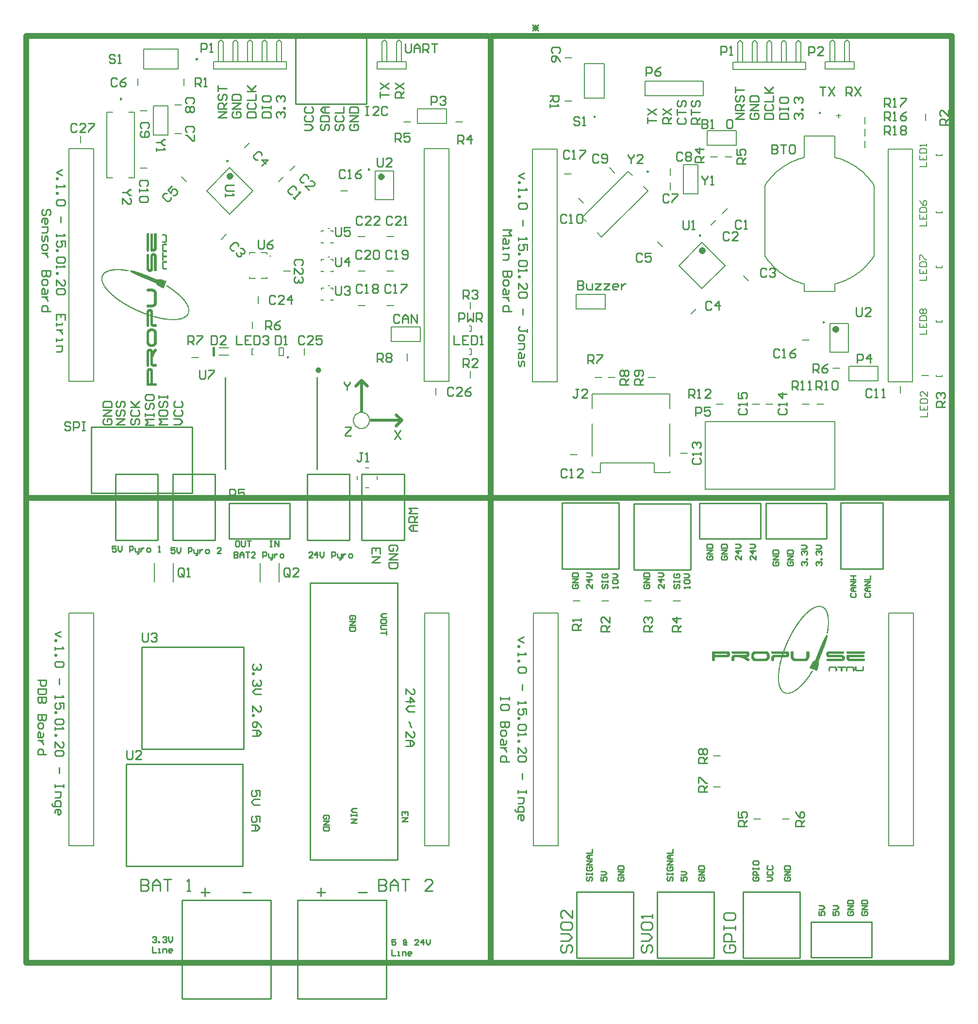
<source format=gto>
G04*
G04 #@! TF.GenerationSoftware,Altium Limited,Altium Designer,20.0.10 (225)*
G04*
G04 Layer_Color=65535*
%FSLAX25Y25*%
%MOIN*%
G70*
G01*
G75*
%ADD27C,0.01968*%
%ADD28C,0.01000*%
%ADD36C,0.03937*%
%ADD42C,0.01575*%
%ADD49C,0.03937*%
%ADD62C,0.00622*%
%ADD63C,0.00787*%
%ADD64C,0.00984*%
%ADD65C,0.02362*%
%ADD66C,0.00140*%
%ADD67C,0.00500*%
%ADD68C,0.00591*%
D27*
X230315Y378346D02*
Y399606D01*
X236614Y372047D02*
X257874D01*
X253937Y368110D02*
X257874Y372047D01*
X253937Y375984D02*
X257874Y372047D01*
X230315Y399606D02*
X234252Y395669D01*
X230315Y399606D02*
Y399606D01*
Y399606D02*
Y399606D01*
Y399606D02*
Y399606D01*
X226378Y395669D02*
X230315Y399606D01*
D28*
X233858Y589173D02*
Y634449D01*
X185039D02*
X233858D01*
X185039Y589173D02*
Y634449D01*
Y589173D02*
X233858D01*
X44857Y322244D02*
Y367520D01*
Y322244D02*
X114173D01*
Y367520D01*
X44857D02*
X114173D01*
X136811Y338660D02*
Y401652D01*
X199803Y338660D02*
Y401652D01*
X219110Y367533D02*
X223046D01*
Y366550D01*
X219110Y362614D01*
Y361630D01*
X223046D01*
X252969Y365171D02*
X256904Y359268D01*
Y365171D02*
X252969Y359268D01*
X218323Y398636D02*
Y397652D01*
X220291Y395684D01*
X222259Y397652D01*
Y398636D01*
X220291Y395684D02*
Y392732D01*
X15841Y512718D02*
X16841Y513718D01*
Y515717D01*
X15841Y516716D01*
X14841D01*
X13842Y515717D01*
Y513718D01*
X12842Y512718D01*
X11842D01*
X10842Y513718D01*
Y515717D01*
X11842Y516716D01*
X10842Y507719D02*
Y509719D01*
X11842Y510718D01*
X13842D01*
X14841Y509719D01*
Y507719D01*
X13842Y506720D01*
X12842D01*
Y510718D01*
X10842Y504720D02*
X14841D01*
Y501721D01*
X13842Y500722D01*
X10842D01*
Y498722D02*
Y495723D01*
X11842Y494724D01*
X12842Y495723D01*
Y497723D01*
X13842Y498722D01*
X14841Y497723D01*
Y494724D01*
X10842Y491725D02*
Y489725D01*
X11842Y488726D01*
X13842D01*
X14841Y489725D01*
Y491725D01*
X13842Y492724D01*
X11842D01*
X10842Y491725D01*
X14841Y486726D02*
X10842D01*
X12842D01*
X13842Y485727D01*
X14841Y484727D01*
Y483727D01*
X16841Y474730D02*
X10842D01*
Y471731D01*
X11842Y470731D01*
X12842D01*
X13842Y471731D01*
Y474730D01*
Y471731D01*
X14841Y470731D01*
X15841D01*
X16841Y471731D01*
Y474730D01*
X10842Y467732D02*
Y465733D01*
X11842Y464733D01*
X13842D01*
X14841Y465733D01*
Y467732D01*
X13842Y468732D01*
X11842D01*
X10842Y467732D01*
X14841Y461734D02*
Y459735D01*
X13842Y458735D01*
X10842D01*
Y461734D01*
X11842Y462734D01*
X12842Y461734D01*
Y458735D01*
X14841Y456736D02*
X10842D01*
X12842D01*
X13842Y455736D01*
X14841Y454737D01*
Y453737D01*
X16841Y446739D02*
X10842D01*
Y449738D01*
X11842Y450738D01*
X13842D01*
X14841Y449738D01*
Y446739D01*
X24621Y544276D02*
X20685Y542308D01*
X24621Y540340D01*
X20685Y538372D02*
X21669D01*
Y537388D01*
X20685D01*
Y538372D01*
Y533452D02*
Y531484D01*
Y532468D01*
X26589D01*
X25605Y533452D01*
X20685Y528533D02*
X21669D01*
Y527549D01*
X20685D01*
Y528533D01*
X25605Y523613D02*
X26589Y522629D01*
Y520661D01*
X25605Y519677D01*
X21669D01*
X20685Y520661D01*
Y522629D01*
X21669Y523613D01*
X25605D01*
X23637Y511806D02*
Y507870D01*
X20685Y499999D02*
Y498031D01*
Y499015D01*
X26589D01*
X25605Y499999D01*
X26589Y491143D02*
Y495079D01*
X23637D01*
X24621Y493111D01*
Y492127D01*
X23637Y491143D01*
X21669D01*
X20685Y492127D01*
Y494095D01*
X21669Y495079D01*
X20685Y489175D02*
X21669D01*
Y488191D01*
X20685D01*
Y489175D01*
X25605Y484256D02*
X26589Y483272D01*
Y481304D01*
X25605Y480320D01*
X21669D01*
X20685Y481304D01*
Y483272D01*
X21669Y484256D01*
X25605D01*
X20685Y478352D02*
Y476384D01*
Y477368D01*
X26589D01*
X25605Y478352D01*
X20685Y473432D02*
X21669D01*
Y472448D01*
X20685D01*
Y473432D01*
Y464577D02*
Y468513D01*
X24621Y464577D01*
X25605D01*
X26589Y465561D01*
Y467529D01*
X25605Y468513D01*
Y462609D02*
X26589Y461625D01*
Y459657D01*
X25605Y458673D01*
X21669D01*
X20685Y459657D01*
Y461625D01*
X21669Y462609D01*
X25605D01*
X26589Y440963D02*
Y444898D01*
X20685D01*
Y440963D01*
X23637Y444898D02*
Y442930D01*
X20685Y438995D02*
Y437027D01*
Y438011D01*
X24621D01*
Y438995D01*
Y434075D02*
X20685D01*
X22653D01*
X23637Y433091D01*
X24621Y432107D01*
Y431123D01*
X20685Y428171D02*
Y426203D01*
Y427187D01*
X24621D01*
Y428171D01*
X20685Y423252D02*
X24621D01*
Y420300D01*
X23637Y419316D01*
X20685D01*
X191125Y571354D02*
X195124D01*
X197123Y573353D01*
X195124Y575352D01*
X191125D01*
X192125Y581351D02*
X191125Y580351D01*
Y578351D01*
X192125Y577352D01*
X196123D01*
X197123Y578351D01*
Y580351D01*
X196123Y581351D01*
X192125Y587349D02*
X191125Y586349D01*
Y584349D01*
X192125Y583350D01*
X196123D01*
X197123Y584349D01*
Y586349D01*
X196123Y587349D01*
X203037Y575265D02*
X202037Y574265D01*
Y572266D01*
X203037Y571267D01*
X204037D01*
X205036Y572266D01*
Y574265D01*
X206036Y575265D01*
X207036D01*
X208035Y574265D01*
Y572266D01*
X207036Y571267D01*
X202037Y577264D02*
X208035D01*
Y580264D01*
X207036Y581263D01*
X203037D01*
X202037Y580264D01*
Y577264D01*
X208035Y583263D02*
X204037D01*
X202037Y585262D01*
X204037Y587261D01*
X208035D01*
X205036D01*
Y583263D01*
X212989Y575178D02*
X211989Y574178D01*
Y572179D01*
X212989Y571179D01*
X213989D01*
X214988Y572179D01*
Y574178D01*
X215988Y575178D01*
X216988D01*
X217988Y574178D01*
Y572179D01*
X216988Y571179D01*
X212989Y581176D02*
X211989Y580176D01*
Y578177D01*
X212989Y577177D01*
X216988D01*
X217988Y578177D01*
Y580176D01*
X216988Y581176D01*
X211989Y583175D02*
X217988D01*
Y587174D01*
X223028Y575352D02*
X222029Y574353D01*
Y572353D01*
X223028Y571354D01*
X227027D01*
X228027Y572353D01*
Y574353D01*
X227027Y575352D01*
X225028D01*
Y573353D01*
X228027Y577352D02*
X222029D01*
X228027Y581351D01*
X222029D01*
Y583350D02*
X228027D01*
Y586349D01*
X227027Y587349D01*
X223028D01*
X222029Y586349D01*
Y583350D01*
X243002Y593520D02*
Y597518D01*
Y595519D01*
X249000D01*
X243002Y599518D02*
X249000Y603516D01*
X243002D02*
X249000Y599518D01*
X259264Y593393D02*
X253266D01*
Y596392D01*
X254266Y597391D01*
X256265D01*
X257265Y596392D01*
Y593393D01*
Y595392D02*
X259264Y597391D01*
X253266Y599391D02*
X259264Y603389D01*
X253266D02*
X259264Y599391D01*
X53728Y373196D02*
X52728Y372197D01*
Y370197D01*
X53728Y369198D01*
X57726D01*
X58726Y370197D01*
Y372197D01*
X57726Y373196D01*
X55727D01*
Y371197D01*
X58726Y375196D02*
X52728D01*
X58726Y379194D01*
X52728D01*
Y381194D02*
X58726D01*
Y384193D01*
X57726Y385192D01*
X53728D01*
X52728Y384193D01*
Y381194D01*
X101270Y369110D02*
X105268D01*
X107268Y371110D01*
X105268Y373109D01*
X101270D01*
X102269Y379107D02*
X101270Y378107D01*
Y376108D01*
X102269Y375108D01*
X106268D01*
X107268Y376108D01*
Y378107D01*
X106268Y379107D01*
X102269Y385105D02*
X101270Y384105D01*
Y382106D01*
X102269Y381106D01*
X106268D01*
X107268Y382106D01*
Y384105D01*
X106268Y385105D01*
X97132Y369076D02*
X91134D01*
X93134Y371076D01*
X91134Y373075D01*
X97132D01*
X91134Y378073D02*
Y376074D01*
X92134Y375074D01*
X96133D01*
X97132Y376074D01*
Y378073D01*
X96133Y379073D01*
X92134D01*
X91134Y378073D01*
X92134Y385071D02*
X91134Y384071D01*
Y382072D01*
X92134Y381072D01*
X93134D01*
X94134Y382072D01*
Y384071D01*
X95133Y385071D01*
X96133D01*
X97132Y384071D01*
Y382072D01*
X96133Y381072D01*
X91134Y387070D02*
Y389070D01*
Y388070D01*
X97132D01*
Y387070D01*
Y389070D01*
X87637Y368809D02*
X81639D01*
X83638Y370808D01*
X81639Y372808D01*
X87637D01*
X81639Y374807D02*
Y376806D01*
Y375807D01*
X87637D01*
Y374807D01*
Y376806D01*
X82638Y383804D02*
X81639Y382804D01*
Y380805D01*
X82638Y379805D01*
X83638D01*
X84638Y380805D01*
Y382804D01*
X85637Y383804D01*
X86637D01*
X87637Y382804D01*
Y380805D01*
X86637Y379805D01*
X81639Y388802D02*
Y386803D01*
X82638Y385803D01*
X86637D01*
X87637Y386803D01*
Y388802D01*
X86637Y389802D01*
X82638D01*
X81639Y388802D01*
X72742Y373075D02*
X71742Y372075D01*
Y370076D01*
X72742Y369076D01*
X73741D01*
X74741Y370076D01*
Y372075D01*
X75740Y373075D01*
X76740D01*
X77740Y372075D01*
Y370076D01*
X76740Y369076D01*
X72742Y379073D02*
X71742Y378073D01*
Y376074D01*
X72742Y375074D01*
X76740D01*
X77740Y376074D01*
Y378073D01*
X76740Y379073D01*
X71742Y381072D02*
X77740D01*
X75740D01*
X71742Y385071D01*
X74741Y382072D01*
X77740Y385071D01*
X67709Y369076D02*
X61711D01*
X67709Y373075D01*
X61711D01*
X62711Y379073D02*
X61711Y378073D01*
Y376074D01*
X62711Y375074D01*
X63710D01*
X64710Y376074D01*
Y378073D01*
X65710Y379073D01*
X66710D01*
X67709Y378073D01*
Y376074D01*
X66710Y375074D01*
X62711Y385071D02*
X61711Y384071D01*
Y382072D01*
X62711Y381072D01*
X63710D01*
X64710Y382072D01*
Y384071D01*
X65710Y385071D01*
X66710D01*
X67709Y384071D01*
Y382072D01*
X66710Y381072D01*
X137583Y579740D02*
X131585D01*
X137583Y583739D01*
X131585D01*
X137583Y585738D02*
X131585D01*
Y588737D01*
X132584Y589737D01*
X134584D01*
X135583Y588737D01*
Y585738D01*
Y587738D02*
X137583Y589737D01*
X132584Y595735D02*
X131585Y594735D01*
Y592736D01*
X132584Y591736D01*
X133584D01*
X134584Y592736D01*
Y594735D01*
X135583Y595735D01*
X136583D01*
X137583Y594735D01*
Y592736D01*
X136583Y591736D01*
X131585Y597734D02*
Y601733D01*
Y599734D01*
X137583D01*
X142427Y583739D02*
X141427Y582739D01*
Y580740D01*
X142427Y579740D01*
X146425D01*
X147425Y580740D01*
Y582739D01*
X146425Y583739D01*
X144426D01*
Y581740D01*
X147425Y585738D02*
X141427D01*
X147425Y589737D01*
X141427D01*
Y591736D02*
X147425D01*
Y594735D01*
X146425Y595735D01*
X142427D01*
X141427Y594735D01*
Y591736D01*
X151663Y579740D02*
X157661D01*
Y582739D01*
X156662Y583739D01*
X152663D01*
X151663Y582739D01*
Y579740D01*
X152663Y589737D02*
X151663Y588737D01*
Y586738D01*
X152663Y585738D01*
X156662D01*
X157661Y586738D01*
Y588737D01*
X156662Y589737D01*
X151663Y591736D02*
X157661D01*
Y595735D01*
X151663Y597734D02*
X157661D01*
X155662D01*
X151663Y601733D01*
X154662Y598734D01*
X157661Y601733D01*
X161900Y579740D02*
X167898D01*
Y582739D01*
X166898Y583739D01*
X162899D01*
X161900Y582739D01*
Y579740D01*
Y585738D02*
Y587738D01*
Y586738D01*
X167898D01*
Y585738D01*
Y587738D01*
X161900Y593736D02*
Y591736D01*
X162899Y590737D01*
X166898D01*
X167898Y591736D01*
Y593736D01*
X166898Y594735D01*
X162899D01*
X161900Y593736D01*
X172742Y579740D02*
X171742Y580740D01*
Y582739D01*
X172742Y583739D01*
X173741D01*
X174741Y582739D01*
Y581740D01*
Y582739D01*
X175741Y583739D01*
X176741D01*
X177740Y582739D01*
Y580740D01*
X176741Y579740D01*
X177740Y585738D02*
X176741D01*
Y586738D01*
X177740D01*
Y585738D01*
X172742Y590737D02*
X171742Y591736D01*
Y593736D01*
X172742Y594735D01*
X173741D01*
X174741Y593736D01*
Y592736D01*
Y593736D01*
X175741Y594735D01*
X176741D01*
X177740Y593736D01*
Y591736D01*
X176741Y590737D01*
X232878Y587408D02*
X234878D01*
X233878D01*
Y581410D01*
X232878D01*
X234878D01*
X241875D02*
X237877D01*
X241875Y585409D01*
Y586408D01*
X240876Y587408D01*
X238876D01*
X237877Y586408D01*
X247873D02*
X246874Y587408D01*
X244874D01*
X243875Y586408D01*
Y582410D01*
X244874Y581410D01*
X246874D01*
X247873Y582410D01*
X120017Y624954D02*
Y630952D01*
X123016D01*
X124016Y629952D01*
Y627953D01*
X123016Y626953D01*
X120017D01*
X126015Y624954D02*
X128015D01*
X127015D01*
Y630952D01*
X126015Y629952D01*
X30465Y370110D02*
X29466Y371109D01*
X27466D01*
X26467Y370110D01*
Y369110D01*
X27466Y368110D01*
X29466D01*
X30465Y367111D01*
Y366111D01*
X29466Y365111D01*
X27466D01*
X26467Y366111D01*
X32465Y365111D02*
Y371109D01*
X35464D01*
X36464Y370110D01*
Y368110D01*
X35464Y367111D01*
X32465D01*
X38463Y371109D02*
X40462D01*
X39463D01*
Y365111D01*
X38463D01*
X40462D01*
X126891Y430164D02*
Y424166D01*
X129890D01*
X130890Y425166D01*
Y429165D01*
X129890Y430164D01*
X126891D01*
X136888Y424166D02*
X132889D01*
X136888Y428165D01*
Y429165D01*
X135889Y430164D01*
X133889D01*
X132889Y429165D01*
X144515Y430164D02*
Y424166D01*
X148514D01*
X154512Y430164D02*
X150513D01*
Y424166D01*
X154512D01*
X150513Y427165D02*
X152513D01*
X156511Y430164D02*
Y424166D01*
X159511D01*
X160510Y425166D01*
Y429165D01*
X159511Y430164D01*
X156511D01*
X162510Y429165D02*
X163509Y430164D01*
X165509D01*
X166508Y429165D01*
Y428165D01*
X165509Y427165D01*
X164509D01*
X165509D01*
X166508Y426166D01*
Y425166D01*
X165509Y424166D01*
X163509D01*
X162510Y425166D01*
X34565Y574928D02*
X33565Y575927D01*
X31566D01*
X30566Y574928D01*
Y570929D01*
X31566Y569930D01*
X33565D01*
X34565Y570929D01*
X40563Y569930D02*
X36564D01*
X40563Y573928D01*
Y574928D01*
X39563Y575927D01*
X37564D01*
X36564Y574928D01*
X42562Y575927D02*
X46561D01*
Y574928D01*
X42562Y570929D01*
Y569930D01*
X293245Y393732D02*
X292246Y394731D01*
X290246D01*
X289247Y393732D01*
Y389733D01*
X290246Y388733D01*
X292246D01*
X293245Y389733D01*
X299243Y388733D02*
X295245D01*
X299243Y392732D01*
Y393732D01*
X298244Y394731D01*
X296244D01*
X295245Y393732D01*
X305241Y394731D02*
X303242Y393732D01*
X301243Y391732D01*
Y389733D01*
X302242Y388733D01*
X304242D01*
X305241Y389733D01*
Y390733D01*
X304242Y391732D01*
X301243D01*
X71897Y530589D02*
X70897D01*
X68898Y528590D01*
X70897Y526590D01*
X71897D01*
X68898Y528590D02*
X65899D01*
Y520592D02*
Y524591D01*
X69897Y520592D01*
X70897D01*
X71897Y521592D01*
Y523591D01*
X70897Y524591D01*
X95519Y565022D02*
X94519D01*
X92520Y563023D01*
X94519Y561024D01*
X95519D01*
X92520Y563023D02*
X89521D01*
Y559024D02*
Y557025D01*
Y558025D01*
X95519D01*
X94519Y559024D01*
X212499Y504674D02*
Y499676D01*
X213499Y498676D01*
X215498D01*
X216498Y499676D01*
Y504674D01*
X222496D02*
X218497D01*
Y501675D01*
X220497Y502675D01*
X221496D01*
X222496Y501675D01*
Y499676D01*
X221496Y498676D01*
X219497D01*
X218497Y499676D01*
X159350Y495930D02*
Y490932D01*
X160349Y489932D01*
X162349D01*
X163348Y490932D01*
Y495930D01*
X169346D02*
X167347Y494931D01*
X165348Y492931D01*
Y490932D01*
X166347Y489932D01*
X168347D01*
X169346Y490932D01*
Y491931D01*
X168347Y492931D01*
X165348D01*
X241065Y552212D02*
Y547213D01*
X242064Y546214D01*
X244064D01*
X245063Y547213D01*
Y552212D01*
X251061Y546214D02*
X247063D01*
X251061Y550212D01*
Y551212D01*
X250062Y552212D01*
X248062D01*
X247063Y551212D01*
X212488Y483800D02*
Y478801D01*
X213488Y477802D01*
X215487D01*
X216487Y478801D01*
Y483800D01*
X221485Y477802D02*
Y483800D01*
X218486Y480801D01*
X222485D01*
X142763Y533526D02*
X137764D01*
X136765Y532527D01*
Y530527D01*
X137764Y529528D01*
X142763D01*
X136765Y527528D02*
Y525529D01*
Y526529D01*
X142763D01*
X141763Y527528D01*
X212445Y464065D02*
Y459067D01*
X213445Y458067D01*
X215444D01*
X216444Y459067D01*
Y464065D01*
X218443Y463066D02*
X219443Y464065D01*
X221442D01*
X222442Y463066D01*
Y462066D01*
X221442Y461066D01*
X220443D01*
X221442D01*
X222442Y460067D01*
Y459067D01*
X221442Y458067D01*
X219443D01*
X218443Y459067D01*
X61024Y622078D02*
X60024Y623078D01*
X58025D01*
X57025Y622078D01*
Y621078D01*
X58025Y620079D01*
X60024D01*
X61024Y619079D01*
Y618079D01*
X60024Y617080D01*
X58025D01*
X57025Y618079D01*
X63023Y617080D02*
X65022D01*
X64023D01*
Y623078D01*
X63023Y622078D01*
X253518Y563033D02*
Y569031D01*
X256518D01*
X257517Y568031D01*
Y566032D01*
X256518Y565032D01*
X253518D01*
X255518D02*
X257517Y563033D01*
X263515Y569031D02*
X259517D01*
Y566032D01*
X261516Y567031D01*
X262515D01*
X263515Y566032D01*
Y564032D01*
X262515Y563033D01*
X260516D01*
X259517Y564032D01*
X296420Y561986D02*
Y567984D01*
X299419D01*
X300419Y566985D01*
Y564985D01*
X299419Y563986D01*
X296420D01*
X298419D02*
X300419Y561986D01*
X305417D02*
Y567984D01*
X302418Y564985D01*
X306417D01*
X300120Y455662D02*
Y461660D01*
X303119D01*
X304118Y460661D01*
Y458661D01*
X303119Y457662D01*
X300120D01*
X302119D02*
X304118Y455662D01*
X306118Y460661D02*
X307118Y461660D01*
X309117D01*
X310117Y460661D01*
Y459661D01*
X309117Y458661D01*
X308117D01*
X309117D01*
X310117Y457662D01*
Y456662D01*
X309117Y455662D01*
X307118D01*
X306118Y456662D01*
X241065Y412355D02*
Y418353D01*
X244064D01*
X245063Y417354D01*
Y415354D01*
X244064Y414355D01*
X241065D01*
X243064D02*
X245063Y412355D01*
X247063Y417354D02*
X248062Y418353D01*
X250062D01*
X251061Y417354D01*
Y416354D01*
X250062Y415354D01*
X251061Y414355D01*
Y413355D01*
X250062Y412355D01*
X248062D01*
X247063Y413355D01*
Y414355D01*
X248062Y415354D01*
X247063Y416354D01*
Y417354D01*
X248062Y415354D02*
X250062D01*
X300120Y408418D02*
Y414416D01*
X303119D01*
X304118Y413417D01*
Y411417D01*
X303119Y410418D01*
X300120D01*
X302119D02*
X304118Y408418D01*
X310117D02*
X306118D01*
X310117Y412417D01*
Y413417D01*
X309117Y414416D01*
X307118D01*
X306118Y413417D01*
X111143Y424166D02*
Y430164D01*
X114142D01*
X115142Y429165D01*
Y427165D01*
X114142Y426166D01*
X111143D01*
X113143D02*
X115142Y424166D01*
X117141Y430164D02*
X121140D01*
Y429165D01*
X117141Y425166D01*
Y424166D01*
X116080Y601332D02*
Y607330D01*
X119079D01*
X120079Y606330D01*
Y604331D01*
X119079Y603331D01*
X116080D01*
X118079D02*
X120079Y601332D01*
X122078D02*
X124077D01*
X123078D01*
Y607330D01*
X122078Y606330D01*
X164225Y434429D02*
Y440426D01*
X167225D01*
X168224Y439427D01*
Y437428D01*
X167225Y436428D01*
X164225D01*
X166225D02*
X168224Y434429D01*
X174222Y440426D02*
X172223Y439427D01*
X170223Y437428D01*
Y435428D01*
X171223Y434429D01*
X173223D01*
X174222Y435428D01*
Y436428D01*
X173223Y437428D01*
X170223D01*
X278108Y588408D02*
Y594406D01*
X281107D01*
X282107Y593406D01*
Y591406D01*
X281107Y590407D01*
X278108D01*
X284106Y593406D02*
X285106Y594406D01*
X287105D01*
X288105Y593406D01*
Y592406D01*
X287105Y591406D01*
X286106D01*
X287105D01*
X288105Y590407D01*
Y589407D01*
X287105Y588408D01*
X285106D01*
X284106Y589407D01*
X260295Y630679D02*
Y625680D01*
X261295Y624681D01*
X263294D01*
X264294Y625680D01*
Y630679D01*
X266293Y624681D02*
Y628679D01*
X268292Y630679D01*
X270292Y628679D01*
Y624681D01*
Y627679D01*
X266293D01*
X272291Y624681D02*
Y630679D01*
X275290D01*
X276290Y629679D01*
Y627679D01*
X275290Y626680D01*
X272291D01*
X274290D02*
X276290Y624681D01*
X278289Y630679D02*
X282288D01*
X280288D01*
Y624681D01*
X256412Y443926D02*
X255412Y444926D01*
X253413D01*
X252413Y443926D01*
Y439927D01*
X253413Y438928D01*
X255412D01*
X256412Y439927D01*
X258411Y438928D02*
Y442927D01*
X260411Y444926D01*
X262410Y442927D01*
Y438928D01*
Y441927D01*
X258411D01*
X264409Y438928D02*
Y444926D01*
X268408Y438928D01*
Y444926D01*
X297121Y439914D02*
Y445912D01*
X300120D01*
X301119Y444913D01*
Y442913D01*
X300120Y441914D01*
X297121D01*
X303119Y445912D02*
Y439914D01*
X305118Y441914D01*
X307118Y439914D01*
Y445912D01*
X309117Y439914D02*
Y445912D01*
X312116D01*
X313116Y444913D01*
Y442913D01*
X312116Y441914D01*
X309117D01*
X311116D02*
X313116Y439914D01*
X293585Y430145D02*
Y424147D01*
X297584D01*
X303582Y430145D02*
X299583D01*
Y424147D01*
X303582D01*
X299583Y427146D02*
X301582D01*
X305581Y430145D02*
Y424147D01*
X308580D01*
X309580Y425147D01*
Y429146D01*
X308580Y430145D01*
X305581D01*
X311579Y424147D02*
X313578D01*
X312579D01*
Y430145D01*
X311579Y429146D01*
X231101Y349825D02*
X229101D01*
X230101D01*
Y344827D01*
X229101Y343827D01*
X228102D01*
X227102Y344827D01*
X233100Y343827D02*
X235099D01*
X234100D01*
Y349825D01*
X233100Y348826D01*
X171198Y430164D02*
Y424166D01*
X174197D01*
X175197Y425166D01*
Y429165D01*
X174197Y430164D01*
X171198D01*
X177196Y424166D02*
X179196D01*
X178196D01*
Y430164D01*
X177196Y429165D01*
X218942Y543338D02*
X217942Y544338D01*
X215943D01*
X214943Y543338D01*
Y539339D01*
X215943Y538340D01*
X217942D01*
X218942Y539339D01*
X220941Y538340D02*
X222941D01*
X221941D01*
Y544338D01*
X220941Y543338D01*
X229939Y544338D02*
X227939Y543338D01*
X225940Y541339D01*
Y539339D01*
X226940Y538340D01*
X228939D01*
X229939Y539339D01*
Y540339D01*
X228939Y541339D01*
X225940D01*
X82708Y533026D02*
X83708Y534026D01*
Y536025D01*
X82708Y537025D01*
X78709D01*
X77710Y536025D01*
Y534026D01*
X78709Y533026D01*
X77710Y531027D02*
Y529028D01*
Y530027D01*
X83708D01*
X82708Y531027D01*
Y526029D02*
X83708Y525029D01*
Y523030D01*
X82708Y522030D01*
X78709D01*
X77710Y523030D01*
Y525029D01*
X78709Y526029D01*
X82708D01*
X83241Y572470D02*
X84241Y573470D01*
Y575469D01*
X83241Y576469D01*
X79242D01*
X78242Y575469D01*
Y573470D01*
X79242Y572470D01*
Y570471D02*
X78242Y569471D01*
Y567472D01*
X79242Y566472D01*
X83241D01*
X84241Y567472D01*
Y569471D01*
X83241Y570471D01*
X82241D01*
X81242Y569471D01*
Y566472D01*
X251519Y511286D02*
X250519Y512286D01*
X248520D01*
X247520Y511286D01*
Y507288D01*
X248520Y506288D01*
X250519D01*
X251519Y507288D01*
X257517Y506288D02*
X253519D01*
X257517Y510287D01*
Y511286D01*
X256518Y512286D01*
X254518D01*
X253519Y511286D01*
X259517Y506288D02*
X261516D01*
X260516D01*
Y512286D01*
X259517Y511286D01*
X114204Y589582D02*
X115204Y590582D01*
Y592581D01*
X114204Y593581D01*
X110205D01*
X109206Y592581D01*
Y590582D01*
X110205Y589582D01*
X114204Y587583D02*
X115204Y586583D01*
Y584584D01*
X114204Y583584D01*
X113204D01*
X112205Y584584D01*
X111205Y583584D01*
X110205D01*
X109206Y584584D01*
Y586583D01*
X110205Y587583D01*
X111205D01*
X112205Y586583D01*
X113204Y587583D01*
X114204D01*
X112205Y586583D02*
Y584584D01*
X251147Y488005D02*
X250147Y489004D01*
X248148D01*
X247148Y488005D01*
Y484006D01*
X248148Y483006D01*
X250147D01*
X251147Y484006D01*
X253146Y483006D02*
X255145D01*
X254146D01*
Y489004D01*
X253146Y488005D01*
X258144Y484006D02*
X259144Y483006D01*
X261143D01*
X262143Y484006D01*
Y488005D01*
X261143Y489004D01*
X259144D01*
X258144Y488005D01*
Y487005D01*
X259144Y486005D01*
X262143D01*
X114204Y569897D02*
X115204Y570897D01*
Y572896D01*
X114204Y573896D01*
X110205D01*
X109206Y572896D01*
Y570897D01*
X110205Y569897D01*
X115204Y567898D02*
Y563899D01*
X114204D01*
X110205Y567898D01*
X109206D01*
X250438Y464598D02*
X249439Y465597D01*
X247439D01*
X246439Y464598D01*
Y460599D01*
X247439Y459599D01*
X249439D01*
X250438Y460599D01*
X252437Y459599D02*
X254437D01*
X253437D01*
Y465597D01*
X252437Y464598D01*
X257436Y465597D02*
X261435D01*
Y464598D01*
X257436Y460599D01*
Y459599D01*
X62512Y606309D02*
X61512Y607309D01*
X59513D01*
X58513Y606309D01*
Y602311D01*
X59513Y601311D01*
X61512D01*
X62512Y602311D01*
X68510Y607309D02*
X66511Y606309D01*
X64511Y604310D01*
Y602311D01*
X65511Y601311D01*
X67510D01*
X68510Y602311D01*
Y603310D01*
X67510Y604310D01*
X64511D01*
X230800Y511159D02*
X229800Y512159D01*
X227801D01*
X226801Y511159D01*
Y507161D01*
X227801Y506161D01*
X229800D01*
X230800Y507161D01*
X236798Y506161D02*
X232799D01*
X236798Y510159D01*
Y511159D01*
X235798Y512159D01*
X233799D01*
X232799Y511159D01*
X242796Y506161D02*
X238797D01*
X242796Y510159D01*
Y511159D01*
X241796Y512159D01*
X239797D01*
X238797Y511159D01*
X96561Y528023D02*
X95148D01*
X93734Y526609D01*
Y525195D01*
X96561Y522368D01*
X97975D01*
X99389Y523781D01*
Y525195D01*
X100096Y532971D02*
X97268Y530143D01*
X99389Y528023D01*
X100096Y530143D01*
X100803Y530850D01*
X102216D01*
X103630Y529436D01*
Y528023D01*
X102216Y526609D01*
X100803D01*
X230291Y488005D02*
X229292Y489004D01*
X227292D01*
X226292Y488005D01*
Y484006D01*
X227292Y483006D01*
X229292D01*
X230291Y484006D01*
X236289Y483006D02*
X232291D01*
X236289Y487005D01*
Y488005D01*
X235290Y489004D01*
X233290D01*
X232291Y488005D01*
X238288D02*
X239288Y489004D01*
X241288D01*
X242287Y488005D01*
Y484006D01*
X241288Y483006D01*
X239288D01*
X238288Y484006D01*
Y488005D01*
X161792Y553844D02*
Y555258D01*
X160378Y556671D01*
X158964D01*
X156137Y553844D01*
Y552430D01*
X157550Y551016D01*
X158964D01*
X161792Y546775D02*
X166033Y551016D01*
X161792D01*
X164619Y548189D01*
X230753Y464598D02*
X229753Y465597D01*
X227754D01*
X226754Y464598D01*
Y460599D01*
X227754Y459599D01*
X229753D01*
X230753Y460599D01*
X232752Y459599D02*
X234752D01*
X233752D01*
Y465597D01*
X232752Y464598D01*
X237751D02*
X238751Y465597D01*
X240750D01*
X241750Y464598D01*
Y463598D01*
X240750Y462598D01*
X241750Y461599D01*
Y460599D01*
X240750Y459599D01*
X238751D01*
X237751Y460599D01*
Y461599D01*
X238751Y462598D01*
X237751Y463598D01*
Y464598D01*
X238751Y462598D02*
X240750D01*
X145691Y491505D02*
Y492919D01*
X144278Y494333D01*
X142864D01*
X140036Y491505D01*
Y490091D01*
X141450Y488678D01*
X142864D01*
X147105Y490091D02*
X148519D01*
X149933Y488678D01*
Y487264D01*
X149226Y486557D01*
X147812D01*
X147105Y487264D01*
X147812Y486557D01*
Y485143D01*
X147105Y484436D01*
X145691D01*
X144278Y485850D01*
Y487264D01*
X171198Y456724D02*
X170199Y457723D01*
X168199D01*
X167199Y456724D01*
Y452725D01*
X168199Y451725D01*
X170199D01*
X171198Y452725D01*
X177196Y451725D02*
X173197D01*
X177196Y455724D01*
Y456724D01*
X176197Y457723D01*
X174197D01*
X173197Y456724D01*
X182195Y451725D02*
Y457723D01*
X179196Y454724D01*
X183194D01*
X193633Y537874D02*
Y539287D01*
X192219Y540701D01*
X190805D01*
X187978Y537874D01*
Y536460D01*
X189392Y535046D01*
X190805D01*
X194340Y530098D02*
X191512Y532926D01*
X197167D01*
X197874Y533632D01*
Y535046D01*
X196460Y536460D01*
X195047D01*
X189007Y478408D02*
X190007Y479408D01*
Y481407D01*
X189007Y482407D01*
X185009D01*
X184009Y481407D01*
Y479408D01*
X185009Y478408D01*
X184009Y472410D02*
Y476409D01*
X188007Y472410D01*
X189007D01*
X190007Y473410D01*
Y475409D01*
X189007Y476409D01*
Y470411D02*
X190007Y469411D01*
Y467412D01*
X189007Y466412D01*
X188007D01*
X187008Y467412D01*
Y468411D01*
Y467412D01*
X186008Y466412D01*
X185009D01*
X184009Y467412D01*
Y469411D01*
X185009Y470411D01*
X185491Y530137D02*
Y531551D01*
X184077Y532965D01*
X182664D01*
X179836Y530137D01*
Y528723D01*
X181250Y527310D01*
X182664D01*
X183370Y525189D02*
X184784Y523775D01*
X184077Y524482D01*
X188319Y528723D01*
X186905D01*
X190883Y429165D02*
X189883Y430164D01*
X187884D01*
X186884Y429165D01*
Y425166D01*
X187884Y424166D01*
X189883D01*
X190883Y425166D01*
X196881Y424166D02*
X192883D01*
X196881Y428165D01*
Y429165D01*
X195882Y430164D01*
X193882D01*
X192883Y429165D01*
X202879Y430164D02*
X198881D01*
Y427165D01*
X200880Y428165D01*
X201880D01*
X202879Y427165D01*
Y425166D01*
X201880Y424166D01*
X199880D01*
X198881Y425166D01*
X119017Y406542D02*
Y401544D01*
X120017Y400544D01*
X122016D01*
X123016Y401544D01*
Y406542D01*
X125015D02*
X129014D01*
Y405543D01*
X125015Y401544D01*
Y400544D01*
X341944Y541913D02*
X338008Y539946D01*
X341944Y537978D01*
X338008Y536010D02*
X338992D01*
Y535026D01*
X338008D01*
Y536010D01*
Y531090D02*
Y529122D01*
Y530106D01*
X343912D01*
X342928Y531090D01*
X338008Y526170D02*
X338992D01*
Y525186D01*
X338008D01*
Y526170D01*
X342928Y521251D02*
X343912Y520267D01*
Y518299D01*
X342928Y517315D01*
X338992D01*
X338008Y518299D01*
Y520267D01*
X338992Y521251D01*
X342928D01*
X340960Y509444D02*
Y505508D01*
X338008Y497636D02*
Y495669D01*
Y496652D01*
X343912D01*
X342928Y497636D01*
X343912Y488781D02*
Y492717D01*
X340960D01*
X341944Y490749D01*
Y489765D01*
X340960Y488781D01*
X338992D01*
X338008Y489765D01*
Y491733D01*
X338992Y492717D01*
X338008Y486813D02*
X338992D01*
Y485829D01*
X338008D01*
Y486813D01*
X342928Y481893D02*
X343912Y480909D01*
Y478942D01*
X342928Y477958D01*
X338992D01*
X338008Y478942D01*
Y480909D01*
X338992Y481893D01*
X342928D01*
X338008Y475990D02*
Y474022D01*
Y475006D01*
X343912D01*
X342928Y475990D01*
X338008Y471070D02*
X338992D01*
Y470086D01*
X338008D01*
Y471070D01*
Y462215D02*
Y466151D01*
X341944Y462215D01*
X342928D01*
X343912Y463199D01*
Y465167D01*
X342928Y466151D01*
Y460247D02*
X343912Y459263D01*
Y457295D01*
X342928Y456311D01*
X338992D01*
X338008Y457295D01*
Y459263D01*
X338992Y460247D01*
X342928D01*
X340960Y448440D02*
Y444504D01*
X343912Y432697D02*
Y434665D01*
Y433681D01*
X338992D01*
X338008Y434665D01*
Y435648D01*
X338992Y436632D01*
X338008Y429745D02*
Y427777D01*
X338992Y426793D01*
X340960D01*
X341944Y427777D01*
Y429745D01*
X340960Y430729D01*
X338992D01*
X338008Y429745D01*
Y424825D02*
X341944D01*
Y421874D01*
X340960Y420890D01*
X338008D01*
X341944Y417938D02*
Y415970D01*
X340960Y414986D01*
X338008D01*
Y417938D01*
X338992Y418922D01*
X339976Y417938D01*
Y414986D01*
X338008Y413018D02*
Y410066D01*
X338992Y409082D01*
X339976Y410066D01*
Y412034D01*
X340960Y413018D01*
X341944Y412034D01*
Y409082D01*
X327378Y502937D02*
X333282D01*
X331314Y500969D01*
X333282Y499001D01*
X327378D01*
X331314Y496049D02*
Y494082D01*
X330330Y493098D01*
X327378D01*
Y496049D01*
X328362Y497033D01*
X329346Y496049D01*
Y493098D01*
X327378Y491130D02*
Y489162D01*
Y490146D01*
X331314D01*
Y491130D01*
X327378Y486210D02*
X331314D01*
Y483258D01*
X330330Y482274D01*
X327378D01*
X333282Y474403D02*
X327378D01*
Y471451D01*
X328362Y470467D01*
X329346D01*
X330330Y471451D01*
Y474403D01*
Y471451D01*
X331314Y470467D01*
X332298D01*
X333282Y471451D01*
Y474403D01*
X327378Y467515D02*
Y465548D01*
X328362Y464564D01*
X330330D01*
X331314Y465548D01*
Y467515D01*
X330330Y468499D01*
X328362D01*
X327378Y467515D01*
X331314Y461612D02*
Y459644D01*
X330330Y458660D01*
X327378D01*
Y461612D01*
X328362Y462596D01*
X329346Y461612D01*
Y458660D01*
X331314Y456692D02*
X327378D01*
X329346D01*
X330330Y455708D01*
X331314Y454724D01*
Y453740D01*
X333282Y446853D02*
X327378D01*
Y449805D01*
X328362Y450788D01*
X330330D01*
X331314Y449805D01*
Y446853D01*
X462780Y575409D02*
X456781D01*
Y578408D01*
X457781Y579408D01*
X459781D01*
X460780Y578408D01*
Y575409D01*
Y577409D02*
X462780Y579408D01*
X456781Y581407D02*
Y585406D01*
Y583407D01*
X462780D01*
X457781Y591404D02*
X456781Y590405D01*
Y588405D01*
X457781Y587406D01*
X458781D01*
X459781Y588405D01*
Y590405D01*
X460780Y591404D01*
X461780D01*
X462780Y590405D01*
Y588405D01*
X461780Y587406D01*
X447939Y579408D02*
X446939Y578408D01*
Y576409D01*
X447939Y575410D01*
X451937D01*
X452937Y576409D01*
Y578408D01*
X451937Y579408D01*
X446939Y581407D02*
Y585406D01*
Y583407D01*
X452937D01*
X447939Y591404D02*
X446939Y590405D01*
Y588405D01*
X447939Y587406D01*
X448938D01*
X449938Y588405D01*
Y590405D01*
X450938Y591404D01*
X451937D01*
X452937Y590405D01*
Y588405D01*
X451937Y587406D01*
X443094Y575803D02*
X437096D01*
Y578802D01*
X438096Y579802D01*
X440095D01*
X441095Y578802D01*
Y575803D01*
Y577803D02*
X443094Y579802D01*
X437096Y581801D02*
X443094Y585800D01*
X437096D02*
X443094Y581801D01*
X426860Y575803D02*
Y579802D01*
Y577803D01*
X432858D01*
X426860Y581801D02*
X432858Y585800D01*
X426860D02*
X432858Y581801D01*
X463992Y578652D02*
Y572653D01*
X466991D01*
X467991Y573653D01*
Y574653D01*
X466991Y575653D01*
X463992D01*
X466991D01*
X467991Y576652D01*
Y577652D01*
X466991Y578652D01*
X463992D01*
X469990Y572653D02*
X471989D01*
X470990D01*
Y578652D01*
X469990Y577652D01*
X480987D02*
X481986Y578652D01*
X483986D01*
X484985Y577652D01*
Y573653D01*
X483986Y572653D01*
X481986D01*
X480987Y573653D01*
Y577652D01*
X528254Y578953D02*
X527254Y579952D01*
Y581952D01*
X528254Y582951D01*
X529253D01*
X530253Y581952D01*
Y580952D01*
Y581952D01*
X531253Y582951D01*
X532252D01*
X533252Y581952D01*
Y579952D01*
X532252Y578953D01*
X533252Y584951D02*
X532252D01*
Y585951D01*
X533252D01*
Y584951D01*
X528254Y589949D02*
X527254Y590949D01*
Y592948D01*
X528254Y593948D01*
X529253D01*
X530253Y592948D01*
Y591949D01*
Y592948D01*
X531253Y593948D01*
X532252D01*
X533252Y592948D01*
Y590949D01*
X532252Y589949D01*
X517411Y578953D02*
X523409D01*
Y581952D01*
X522410Y582951D01*
X518411D01*
X517411Y581952D01*
Y578953D01*
Y584951D02*
Y586950D01*
Y585951D01*
X523409D01*
Y584951D01*
Y586950D01*
X517411Y592948D02*
Y590949D01*
X518411Y589949D01*
X522410D01*
X523409Y590949D01*
Y592948D01*
X522410Y593948D01*
X518411D01*
X517411Y592948D01*
X507175Y578953D02*
X513173D01*
Y581952D01*
X512174Y582951D01*
X508175D01*
X507175Y581952D01*
Y578953D01*
X508175Y588949D02*
X507175Y587950D01*
Y585951D01*
X508175Y584951D01*
X512174D01*
X513173Y585951D01*
Y587950D01*
X512174Y588949D01*
X507175Y590949D02*
X513173D01*
Y594948D01*
X507175Y596947D02*
X513173D01*
X511174D01*
X507175Y600946D01*
X510174Y597947D01*
X513173Y600946D01*
X497939Y582951D02*
X496939Y581952D01*
Y579952D01*
X497939Y578953D01*
X501937D01*
X502937Y579952D01*
Y581952D01*
X501937Y582951D01*
X499938D01*
Y580952D01*
X502937Y584951D02*
X496939D01*
X502937Y588949D01*
X496939D01*
Y590949D02*
X502937D01*
Y593948D01*
X501937Y594948D01*
X497939D01*
X496939Y593948D01*
Y590949D01*
X493094Y578953D02*
X487096D01*
X493094Y582951D01*
X487096D01*
X493094Y584951D02*
X487096D01*
Y587950D01*
X488096Y588949D01*
X490095D01*
X491095Y587950D01*
Y584951D01*
Y586950D02*
X493094Y588949D01*
X488096Y594948D02*
X487096Y593948D01*
Y591949D01*
X488096Y590949D01*
X489096D01*
X490095Y591949D01*
Y593948D01*
X491095Y594948D01*
X492095D01*
X493094Y593948D01*
Y591949D01*
X492095Y590949D01*
X487096Y596947D02*
Y600946D01*
Y598946D01*
X493094D01*
X545094Y600699D02*
X549093D01*
X547094D01*
Y594701D01*
X551093Y600699D02*
X555091Y594701D01*
Y600699D02*
X551093Y594701D01*
X563089D02*
Y600699D01*
X566088D01*
X567087Y599699D01*
Y597700D01*
X566088Y596700D01*
X563089D01*
X565088D02*
X567087Y594701D01*
X569087Y600699D02*
X573085Y594701D01*
Y600699D02*
X569087Y594701D01*
X347866Y643364D02*
X351865Y639366D01*
X347866D02*
X351865Y643364D01*
X347866Y641365D02*
X351865D01*
X349866Y639366D02*
Y643364D01*
X378781Y467960D02*
Y461962D01*
X381780D01*
X382780Y462961D01*
Y463961D01*
X381780Y464961D01*
X378781D01*
X381780D01*
X382780Y465960D01*
Y466960D01*
X381780Y467960D01*
X378781D01*
X384779Y465960D02*
Y462961D01*
X385779Y461962D01*
X388778D01*
Y465960D01*
X390777D02*
X394776D01*
X390777Y461962D01*
X394776D01*
X396775Y465960D02*
X400774D01*
X396775Y461962D01*
X400774D01*
X405772D02*
X403773D01*
X402773Y462961D01*
Y464961D01*
X403773Y465960D01*
X405772D01*
X406772Y464961D01*
Y463961D01*
X402773D01*
X408771Y465960D02*
Y461962D01*
Y463961D01*
X409771Y464961D01*
X410771Y465960D01*
X411770D01*
X425631Y608410D02*
Y614408D01*
X428630D01*
X429629Y613409D01*
Y611409D01*
X428630Y610410D01*
X425631D01*
X435628Y614408D02*
X433628Y613409D01*
X431629Y611409D01*
Y609410D01*
X432628Y608410D01*
X434628D01*
X435628Y609410D01*
Y610410D01*
X434628Y611409D01*
X431629D01*
X589353Y568261D02*
Y574259D01*
X592352D01*
X593352Y573259D01*
Y571260D01*
X592352Y570260D01*
X589353D01*
X591352D02*
X593352Y568261D01*
X595351D02*
X597350D01*
X596351D01*
Y574259D01*
X595351Y573259D01*
X600349D02*
X601349Y574259D01*
X603348D01*
X604348Y573259D01*
Y572260D01*
X603348Y571260D01*
X604348Y570260D01*
Y569261D01*
X603348Y568261D01*
X601349D01*
X600349Y569261D01*
Y570260D01*
X601349Y571260D01*
X600349Y572260D01*
Y573259D01*
X601349Y571260D02*
X603348D01*
X589353Y587158D02*
Y593156D01*
X592352D01*
X593352Y592157D01*
Y590158D01*
X592352Y589158D01*
X589353D01*
X591352D02*
X593352Y587158D01*
X595351D02*
X597350D01*
X596351D01*
Y593156D01*
X595351Y592157D01*
X600349Y593156D02*
X604348D01*
Y592157D01*
X600349Y588158D01*
Y587158D01*
X589353Y577710D02*
Y583708D01*
X592352D01*
X593352Y582708D01*
Y580709D01*
X592352Y579709D01*
X589353D01*
X591352D02*
X593352Y577710D01*
X595351D02*
X597350D01*
X596351D01*
Y583708D01*
X595351Y582708D01*
X604348Y583708D02*
X602349Y582708D01*
X600349Y580709D01*
Y578709D01*
X601349Y577710D01*
X603348D01*
X604348Y578709D01*
Y579709D01*
X603348Y580709D01*
X600349D01*
X512081Y561267D02*
Y555269D01*
X515080D01*
X516080Y556268D01*
Y557268D01*
X515080Y558268D01*
X512081D01*
X515080D01*
X516080Y559267D01*
Y560267D01*
X515080Y561267D01*
X512081D01*
X518079D02*
X522078D01*
X520079D01*
Y555269D01*
X524078Y560267D02*
X525077Y561267D01*
X527076D01*
X528076Y560267D01*
Y556268D01*
X527076Y555269D01*
X525077D01*
X524078Y556268D01*
Y560267D01*
X459569Y375347D02*
Y381346D01*
X462568D01*
X463567Y380346D01*
Y378346D01*
X462568Y377347D01*
X459569D01*
X469565Y381346D02*
X465567D01*
Y378346D01*
X467566Y379346D01*
X468566D01*
X469565Y378346D01*
Y376347D01*
X468566Y375347D01*
X466566D01*
X465567Y376347D01*
X373096Y556464D02*
X372097Y557464D01*
X370097D01*
X369098Y556464D01*
Y552466D01*
X370097Y551466D01*
X372097D01*
X373096Y552466D01*
X375096Y551466D02*
X377095D01*
X376095D01*
Y557464D01*
X375096Y556464D01*
X380094Y557464D02*
X384093D01*
Y556464D01*
X380094Y552466D01*
Y551466D01*
X517367Y420110D02*
X516368Y421109D01*
X514368D01*
X513369Y420110D01*
Y416111D01*
X514368Y415111D01*
X516368D01*
X517367Y416111D01*
X519367Y415111D02*
X521366D01*
X520366D01*
Y421109D01*
X519367Y420110D01*
X528364Y421109D02*
X526364Y420110D01*
X524365Y418110D01*
Y416111D01*
X525365Y415111D01*
X527364D01*
X528364Y416111D01*
Y417110D01*
X527364Y418110D01*
X524365D01*
X413506Y554574D02*
Y553574D01*
X415505Y551575D01*
X417504Y553574D01*
Y554574D01*
X415505Y551575D02*
Y548576D01*
X423502D02*
X419504D01*
X423502Y552574D01*
Y553574D01*
X422503Y554574D01*
X420503D01*
X419504Y553574D01*
X464112Y540007D02*
Y539007D01*
X466111Y537008D01*
X468110Y539007D01*
Y540007D01*
X466111Y537008D02*
Y534009D01*
X470110D02*
X472109D01*
X471109D01*
Y540007D01*
X470110Y539007D01*
X570198Y449456D02*
Y444457D01*
X571198Y443458D01*
X573198D01*
X574197Y444457D01*
Y449456D01*
X580195Y443458D02*
X576196D01*
X580195Y447456D01*
Y448456D01*
X579196Y449456D01*
X577196D01*
X576196Y448456D01*
X451119Y509298D02*
Y504300D01*
X452119Y503300D01*
X454118D01*
X455118Y504300D01*
Y509298D01*
X457118Y503300D02*
X459117D01*
X458117D01*
Y509298D01*
X457118Y508299D01*
X379921Y579558D02*
X378922Y580558D01*
X376922D01*
X375923Y579558D01*
Y578559D01*
X376922Y577559D01*
X378922D01*
X379921Y576559D01*
Y575560D01*
X378922Y574560D01*
X376922D01*
X375923Y575560D01*
X381921Y574560D02*
X383920D01*
X382920D01*
Y580558D01*
X381921Y579558D01*
X455101Y387552D02*
Y393550D01*
X458100D01*
X459100Y392550D01*
Y390551D01*
X458100Y389551D01*
X455101D01*
X457100D02*
X459100Y387552D01*
X461099D02*
X463098D01*
X462099D01*
Y393550D01*
X461099Y392550D01*
X470096Y387552D02*
X466097D01*
X470096Y391551D01*
Y392550D01*
X469096Y393550D01*
X467097D01*
X466097Y392550D01*
X526179Y393064D02*
Y399062D01*
X529178D01*
X530178Y398062D01*
Y396063D01*
X529178Y395063D01*
X526179D01*
X528179D02*
X530178Y393064D01*
X532177D02*
X534177D01*
X533177D01*
Y399062D01*
X532177Y398062D01*
X537176Y393064D02*
X539175D01*
X538175D01*
Y399062D01*
X537176Y398062D01*
X542348Y393184D02*
Y399182D01*
X545347D01*
X546347Y398183D01*
Y396183D01*
X545347Y395184D01*
X542348D01*
X544347D02*
X546347Y393184D01*
X548346D02*
X550345D01*
X549346D01*
Y399182D01*
X548346Y398183D01*
X553344D02*
X554344Y399182D01*
X556344D01*
X557343Y398183D01*
Y394184D01*
X556344Y393184D01*
X554344D01*
X553344Y394184D01*
Y398183D01*
X423865Y396576D02*
X417867D01*
Y399575D01*
X418867Y400575D01*
X420866D01*
X421866Y399575D01*
Y396576D01*
Y398576D02*
X423865Y400575D01*
X422865Y402574D02*
X423865Y403574D01*
Y405574D01*
X422865Y406573D01*
X418867D01*
X417867Y405574D01*
Y403574D01*
X418867Y402574D01*
X419866D01*
X420866Y403574D01*
Y406573D01*
X413629Y396576D02*
X407631D01*
Y399575D01*
X408631Y400575D01*
X410630D01*
X411630Y399575D01*
Y396576D01*
Y398576D02*
X413629Y400575D01*
X408631Y402574D02*
X407631Y403574D01*
Y405574D01*
X408631Y406573D01*
X409630D01*
X410630Y405574D01*
X411630Y406573D01*
X412629D01*
X413629Y405574D01*
Y403574D01*
X412629Y402574D01*
X411630D01*
X410630Y403574D01*
X409630Y402574D01*
X408631D01*
X410630Y403574D02*
Y405574D01*
X385553Y411174D02*
Y417172D01*
X388552D01*
X389551Y416173D01*
Y414173D01*
X388552Y413173D01*
X385553D01*
X387552D02*
X389551Y411174D01*
X391551Y417172D02*
X395550D01*
Y416173D01*
X391551Y412174D01*
Y411174D01*
X540277Y404875D02*
Y410873D01*
X543276D01*
X544276Y409873D01*
Y407874D01*
X543276Y406874D01*
X540277D01*
X542277D02*
X544276Y404875D01*
X550274Y410873D02*
X548275Y409873D01*
X546275Y407874D01*
Y405875D01*
X547275Y404875D01*
X549274D01*
X550274Y405875D01*
Y406874D01*
X549274Y407874D01*
X546275D01*
X493944Y548151D02*
X487946D01*
Y551150D01*
X488945Y552150D01*
X490945D01*
X491945Y551150D01*
Y548151D01*
Y550151D02*
X493944Y552150D01*
X487946Y558148D02*
Y554149D01*
X490945D01*
X489945Y556149D01*
Y557148D01*
X490945Y558148D01*
X492944D01*
X493944Y557148D01*
Y555149D01*
X492944Y554149D01*
X465204Y549332D02*
X459206D01*
Y552331D01*
X460205Y553331D01*
X462205D01*
X463204Y552331D01*
Y549332D01*
Y551332D02*
X465204Y553331D01*
Y558329D02*
X459206D01*
X462205Y555330D01*
Y559329D01*
X630952Y381222D02*
X624954D01*
Y384221D01*
X625953Y385221D01*
X627953D01*
X628952Y384221D01*
Y381222D01*
Y383221D02*
X630952Y385221D01*
X625953Y387220D02*
X624954Y388220D01*
Y390219D01*
X625953Y391219D01*
X626953D01*
X627953Y390219D01*
Y389219D01*
Y390219D01*
X628952Y391219D01*
X629952D01*
X630952Y390219D01*
Y388220D01*
X629952Y387220D01*
X633314Y574923D02*
X627316D01*
Y577922D01*
X628316Y578922D01*
X630315D01*
X631315Y577922D01*
Y574923D01*
Y576922D02*
X633314Y578922D01*
Y584920D02*
Y580921D01*
X629315Y584920D01*
X628316D01*
X627316Y583920D01*
Y581921D01*
X628316Y580921D01*
X359599Y594944D02*
X365598D01*
Y591945D01*
X364598Y590945D01*
X362598D01*
X361599Y591945D01*
Y594944D01*
Y592944D02*
X359599Y590945D01*
Y588945D02*
Y586946D01*
Y587946D01*
X365598D01*
X364598Y588945D01*
X570592Y411568D02*
Y417566D01*
X573591D01*
X574591Y416566D01*
Y414567D01*
X573591Y413567D01*
X570592D01*
X579589Y411568D02*
Y417566D01*
X576590Y414567D01*
X580589D01*
X537521Y622591D02*
Y628590D01*
X540520D01*
X541520Y627590D01*
Y625591D01*
X540520Y624591D01*
X537521D01*
X547518Y622591D02*
X543519D01*
X547518Y626590D01*
Y627590D01*
X546518Y628590D01*
X544519D01*
X543519Y627590D01*
X477104Y622985D02*
Y628983D01*
X480103D01*
X481102Y627984D01*
Y625984D01*
X480103Y624985D01*
X477104D01*
X483102Y622985D02*
X485101D01*
X484101D01*
Y628983D01*
X483102Y627984D01*
X379315Y393550D02*
X377316D01*
X378316D01*
Y388552D01*
X377316Y387552D01*
X376316D01*
X375317Y388552D01*
X385313Y387552D02*
X381315D01*
X385313Y391551D01*
Y392550D01*
X384314Y393550D01*
X382314D01*
X381315Y392550D01*
X490127Y380359D02*
X489127Y379360D01*
Y377360D01*
X490127Y376361D01*
X494125D01*
X495125Y377360D01*
Y379360D01*
X494125Y380359D01*
X495125Y382359D02*
Y384358D01*
Y383358D01*
X489127D01*
X490127Y382359D01*
X489127Y391356D02*
Y387357D01*
X492126D01*
X491126Y389356D01*
Y390356D01*
X492126Y391356D01*
X494125D01*
X495125Y390356D01*
Y388357D01*
X494125Y387357D01*
X517292Y380359D02*
X516292Y379360D01*
Y377360D01*
X517292Y376361D01*
X521291D01*
X522290Y377360D01*
Y379360D01*
X521291Y380359D01*
X522290Y382359D02*
Y384358D01*
Y383358D01*
X516292D01*
X517292Y382359D01*
X522290Y390356D02*
X516292D01*
X519291Y387357D01*
Y391356D01*
X458237Y346107D02*
X457237Y345108D01*
Y343108D01*
X458237Y342109D01*
X462236D01*
X463235Y343108D01*
Y345108D01*
X462236Y346107D01*
X463235Y348107D02*
Y350106D01*
Y349107D01*
X457237D01*
X458237Y348107D01*
Y353105D02*
X457237Y354105D01*
Y356104D01*
X458237Y357104D01*
X459236D01*
X460236Y356104D01*
Y355104D01*
Y356104D01*
X461236Y357104D01*
X462236D01*
X463235Y356104D01*
Y354105D01*
X462236Y353105D01*
X371304Y337826D02*
X370305Y338826D01*
X368305D01*
X367306Y337826D01*
Y333827D01*
X368305Y332828D01*
X370305D01*
X371304Y333827D01*
X373304Y332828D02*
X375303D01*
X374303D01*
Y338826D01*
X373304Y337826D01*
X382301Y332828D02*
X378302D01*
X382301Y336826D01*
Y337826D01*
X381301Y338826D01*
X379302D01*
X378302Y337826D01*
X580572Y392944D02*
X579572Y393944D01*
X577573D01*
X576573Y392944D01*
Y388946D01*
X577573Y387946D01*
X579572D01*
X580572Y388946D01*
X582571Y387946D02*
X584570D01*
X583571D01*
Y393944D01*
X582571Y392944D01*
X587569Y387946D02*
X589569D01*
X588569D01*
Y393944D01*
X587569Y392944D01*
X370911Y512629D02*
X369911Y513629D01*
X367912D01*
X366912Y512629D01*
Y508631D01*
X367912Y507631D01*
X369911D01*
X370911Y508631D01*
X372910Y507631D02*
X374909D01*
X373910D01*
Y513629D01*
X372910Y512629D01*
X377908D02*
X378908Y513629D01*
X380907D01*
X381907Y512629D01*
Y508631D01*
X380907Y507631D01*
X378908D01*
X377908Y508631D01*
Y512629D01*
X393095Y553968D02*
X392095Y554967D01*
X390096D01*
X389096Y553968D01*
Y549969D01*
X390096Y548970D01*
X392095D01*
X393095Y549969D01*
X395094D02*
X396094Y548970D01*
X398093D01*
X399093Y549969D01*
Y553968D01*
X398093Y554967D01*
X396094D01*
X395094Y553968D01*
Y552968D01*
X396094Y551968D01*
X399093D01*
X450575Y555149D02*
X449576Y556149D01*
X447576D01*
X446576Y555149D01*
Y551150D01*
X447576Y550151D01*
X449576D01*
X450575Y551150D01*
X452574Y555149D02*
X453574Y556149D01*
X455574D01*
X456573Y555149D01*
Y554149D01*
X455574Y553150D01*
X456573Y552150D01*
Y551150D01*
X455574Y550151D01*
X453574D01*
X452574Y551150D01*
Y552150D01*
X453574Y553150D01*
X452574Y554149D01*
Y555149D01*
X453574Y553150D02*
X455574D01*
X441520Y526409D02*
X440520Y527409D01*
X438521D01*
X437521Y526409D01*
Y522410D01*
X438521Y521410D01*
X440520D01*
X441520Y522410D01*
X443519Y527409D02*
X447518D01*
Y526409D01*
X443519Y522410D01*
Y521410D01*
X365779Y624228D02*
X366779Y625228D01*
Y627227D01*
X365779Y628227D01*
X361780D01*
X360781Y627227D01*
Y625228D01*
X361780Y624228D01*
X366779Y618230D02*
X365779Y620229D01*
X363779Y622229D01*
X361780D01*
X360781Y621229D01*
Y619230D01*
X361780Y618230D01*
X362780D01*
X363779Y619230D01*
Y622229D01*
X423016Y485858D02*
X422016Y486857D01*
X420017D01*
X419017Y485858D01*
Y481859D01*
X420017Y480859D01*
X422016D01*
X423016Y481859D01*
X429014Y486857D02*
X425015D01*
Y483858D01*
X427015Y484858D01*
X428015D01*
X429014Y483858D01*
Y481859D01*
X428015Y480859D01*
X426015D01*
X425015Y481859D01*
X470654Y452787D02*
X469654Y453786D01*
X467655D01*
X466655Y452787D01*
Y448788D01*
X467655Y447788D01*
X469654D01*
X470654Y448788D01*
X475652Y447788D02*
Y453786D01*
X472653Y450787D01*
X476652D01*
X508449Y475621D02*
X507449Y476621D01*
X505450D01*
X504450Y475621D01*
Y471623D01*
X505450Y470623D01*
X507449D01*
X508449Y471623D01*
X510449Y475621D02*
X511448Y476621D01*
X513448D01*
X514447Y475621D01*
Y474622D01*
X513448Y473622D01*
X512448D01*
X513448D01*
X514447Y472622D01*
Y471623D01*
X513448Y470623D01*
X511448D01*
X510449Y471623D01*
X482859Y500424D02*
X481859Y501424D01*
X479860D01*
X478860Y500424D01*
Y496426D01*
X479860Y495426D01*
X481859D01*
X482859Y496426D01*
X488857Y495426D02*
X484858D01*
X488857Y499425D01*
Y500424D01*
X487857Y501424D01*
X485858D01*
X484858Y500424D01*
X490945Y508692D02*
X489945Y509692D01*
X487946D01*
X486946Y508692D01*
Y504694D01*
X487946Y503694D01*
X489945D01*
X490945Y504694D01*
X492944Y503694D02*
X494944D01*
X493944D01*
Y509692D01*
X492944Y508692D01*
X588386Y270276D02*
Y315551D01*
X559252Y270276D02*
X588386D01*
X559252D02*
Y315551D01*
X588386D01*
X378150Y48622D02*
X417126D01*
Y3347D02*
Y48622D01*
X378150Y3347D02*
X417126D01*
X378150D02*
Y48622D01*
X433268D02*
X472244D01*
Y3347D02*
Y48622D01*
X433268Y3347D02*
X472244D01*
X433268D02*
Y48622D01*
X492520D02*
X531496D01*
Y3347D02*
Y48622D01*
X492520Y3347D02*
X531496D01*
X492520D02*
Y48622D01*
X507874Y315354D02*
X549685D01*
Y290945D02*
Y315354D01*
X507874Y290945D02*
Y315354D01*
Y290945D02*
X549685D01*
X368150Y270276D02*
X407126D01*
X368150D02*
Y315551D01*
X407126D01*
Y270276D02*
Y315551D01*
X539055Y3543D02*
X580866D01*
X539055D02*
Y27953D01*
X580866Y3543D02*
Y27953D01*
X539055D02*
X580866D01*
X417323Y269685D02*
X456299D01*
X417323D02*
Y314961D01*
X456299D01*
Y269685D02*
Y314961D01*
X462441Y315354D02*
X504252D01*
Y290945D02*
Y315354D01*
X462441Y290945D02*
Y315354D01*
Y290945D02*
X504252D01*
X331707Y182071D02*
Y180103D01*
Y181087D01*
X325803D01*
Y182071D01*
Y180103D01*
X331707Y174199D02*
Y176167D01*
X330723Y177151D01*
X326787D01*
X325803Y176167D01*
Y174199D01*
X326787Y173215D01*
X330723D01*
X331707Y174199D01*
Y165344D02*
X325803D01*
Y162392D01*
X326787Y161408D01*
X327771D01*
X328755Y162392D01*
Y165344D01*
Y162392D01*
X329739Y161408D01*
X330723D01*
X331707Y162392D01*
Y165344D01*
X325803Y158457D02*
Y156489D01*
X326787Y155505D01*
X328755D01*
X329739Y156489D01*
Y158457D01*
X328755Y159440D01*
X326787D01*
X325803Y158457D01*
X329739Y152553D02*
Y150585D01*
X328755Y149601D01*
X325803D01*
Y152553D01*
X326787Y153537D01*
X327771Y152553D01*
Y149601D01*
X329739Y147633D02*
X325803D01*
X327771D01*
X328755Y146649D01*
X329739Y145665D01*
Y144681D01*
X331707Y137794D02*
X325803D01*
Y140746D01*
X326787Y141730D01*
X328755D01*
X329739Y140746D01*
Y137794D01*
X341549Y223409D02*
X337614Y221442D01*
X341549Y219474D01*
X337614Y217506D02*
X338597D01*
Y216522D01*
X337614D01*
Y217506D01*
Y212586D02*
Y210618D01*
Y211602D01*
X343517D01*
X342533Y212586D01*
X337614Y207666D02*
X338597D01*
Y206683D01*
X337614D01*
Y207666D01*
X342533Y202747D02*
X343517Y201763D01*
Y199795D01*
X342533Y198811D01*
X338597D01*
X337614Y199795D01*
Y201763D01*
X338597Y202747D01*
X342533D01*
X340565Y190940D02*
Y187004D01*
X337614Y179132D02*
Y177165D01*
Y178148D01*
X343517D01*
X342533Y179132D01*
X343517Y170277D02*
Y174213D01*
X340565D01*
X341549Y172245D01*
Y171261D01*
X340565Y170277D01*
X338597D01*
X337614Y171261D01*
Y173229D01*
X338597Y174213D01*
X337614Y168309D02*
X338597D01*
Y167325D01*
X337614D01*
Y168309D01*
X342533Y163390D02*
X343517Y162406D01*
Y160438D01*
X342533Y159454D01*
X338597D01*
X337614Y160438D01*
Y162406D01*
X338597Y163390D01*
X342533D01*
X337614Y157486D02*
Y155518D01*
Y156502D01*
X343517D01*
X342533Y157486D01*
X337614Y152566D02*
X338597D01*
Y151582D01*
X337614D01*
Y152566D01*
Y143711D02*
Y147647D01*
X341549Y143711D01*
X342533D01*
X343517Y144695D01*
Y146663D01*
X342533Y147647D01*
Y141743D02*
X343517Y140759D01*
Y138791D01*
X342533Y137807D01*
X338597D01*
X337614Y138791D01*
Y140759D01*
X338597Y141743D01*
X342533D01*
X340565Y129936D02*
Y126000D01*
X343517Y118129D02*
Y116161D01*
Y117145D01*
X337614D01*
Y118129D01*
Y116161D01*
Y113209D02*
X341549D01*
Y110257D01*
X340565Y109273D01*
X337614D01*
X335646Y105337D02*
Y104353D01*
X336630Y103370D01*
X341549D01*
Y106321D01*
X340565Y107305D01*
X338597D01*
X337614Y106321D01*
Y103370D01*
Y98450D02*
Y100418D01*
X338597Y101402D01*
X340565D01*
X341549Y100418D01*
Y98450D01*
X340565Y97466D01*
X339581D01*
Y101402D01*
X576429Y253624D02*
X575773Y252968D01*
Y251656D01*
X576429Y251000D01*
X579053D01*
X579709Y251656D01*
Y252968D01*
X579053Y253624D01*
X579709Y254936D02*
X577085D01*
X575773Y256248D01*
X577085Y257560D01*
X579709D01*
X577741D01*
Y254936D01*
X579709Y258872D02*
X575773D01*
X579709Y261495D01*
X575773D01*
Y262807D02*
X579709D01*
Y265431D01*
X566586Y253624D02*
X565930Y252968D01*
Y251656D01*
X566586Y251000D01*
X569210D01*
X569866Y251656D01*
Y252968D01*
X569210Y253624D01*
X569866Y254936D02*
X567242D01*
X565930Y256248D01*
X567242Y257560D01*
X569866D01*
X567898D01*
Y254936D01*
X569866Y258872D02*
X565930D01*
X569866Y261495D01*
X565930D01*
Y262807D02*
X569866D01*
X567898D01*
Y265431D01*
X565930D01*
X569866D01*
X513437Y275277D02*
X512781Y274621D01*
Y273309D01*
X513437Y272654D01*
X516060D01*
X516716Y273309D01*
Y274621D01*
X516060Y275277D01*
X514749D01*
Y273965D01*
X516716Y276589D02*
X512781D01*
X516716Y279213D01*
X512781D01*
Y280525D02*
X516716D01*
Y282493D01*
X516060Y283149D01*
X513437D01*
X512781Y282493D01*
Y280525D01*
X523279Y275277D02*
X522623Y274621D01*
Y273309D01*
X523279Y272654D01*
X525903D01*
X526559Y273309D01*
Y274621D01*
X525903Y275277D01*
X524591D01*
Y273965D01*
X526559Y276589D02*
X522623D01*
X526559Y279213D01*
X522623D01*
Y280525D02*
X526559D01*
Y282493D01*
X525903Y283149D01*
X523279D01*
X522623Y282493D01*
Y280525D01*
X533122Y272654D02*
X532466Y273309D01*
Y274621D01*
X533122Y275277D01*
X533778D01*
X534434Y274621D01*
Y273965D01*
Y274621D01*
X535090Y275277D01*
X535746D01*
X536402Y274621D01*
Y273309D01*
X535746Y272654D01*
X536402Y276589D02*
X535746D01*
Y277245D01*
X536402D01*
Y276589D01*
X533122Y279869D02*
X532466Y280525D01*
Y281837D01*
X533122Y282493D01*
X533778D01*
X534434Y281837D01*
Y281181D01*
Y281837D01*
X535090Y282493D01*
X535746D01*
X536402Y281837D01*
Y280525D01*
X535746Y279869D01*
X532466Y283805D02*
X535090D01*
X536402Y285117D01*
X535090Y286429D01*
X532466D01*
X542964Y272654D02*
X542308Y273309D01*
Y274621D01*
X542964Y275277D01*
X543620D01*
X544276Y274621D01*
Y273965D01*
Y274621D01*
X544932Y275277D01*
X545588D01*
X546244Y274621D01*
Y273309D01*
X545588Y272654D01*
X546244Y276589D02*
X545588D01*
Y277245D01*
X546244D01*
Y276589D01*
X542964Y279869D02*
X542308Y280525D01*
Y281837D01*
X542964Y282493D01*
X543620D01*
X544276Y281837D01*
Y281181D01*
Y281837D01*
X544932Y282493D01*
X545588D01*
X546244Y281837D01*
Y280525D01*
X545588Y279869D01*
X542308Y283805D02*
X544932D01*
X546244Y285117D01*
X544932Y286429D01*
X542308D01*
X500969Y279214D02*
Y276590D01*
X498345Y279214D01*
X497689D01*
X497033Y278558D01*
Y277246D01*
X497689Y276590D01*
X500969Y282494D02*
X497033D01*
X499001Y280526D01*
Y283150D01*
X497033Y284462D02*
X499657D01*
X500969Y285774D01*
X499657Y287086D01*
X497033D01*
X491126Y279214D02*
Y276590D01*
X488502Y279214D01*
X487846D01*
X487190Y278558D01*
Y277246D01*
X487846Y276590D01*
X491126Y282494D02*
X487190D01*
X489158Y280526D01*
Y283150D01*
X487190Y284462D02*
X489814D01*
X491126Y285774D01*
X489814Y287086D01*
X487190D01*
X478004Y279214D02*
X477348Y278558D01*
Y277246D01*
X478004Y276590D01*
X480627D01*
X481283Y277246D01*
Y278558D01*
X480627Y279214D01*
X479316D01*
Y277902D01*
X481283Y280526D02*
X477348D01*
X481283Y283150D01*
X477348D01*
Y284462D02*
X481283D01*
Y286430D01*
X480627Y287086D01*
X478004D01*
X477348Y286430D01*
Y284462D01*
X468161Y279214D02*
X467505Y278558D01*
Y277246D01*
X468161Y276590D01*
X470785D01*
X471441Y277246D01*
Y278558D01*
X470785Y279214D01*
X469473D01*
Y277902D01*
X471441Y280526D02*
X467505D01*
X471441Y283150D01*
X467505D01*
Y284462D02*
X471441D01*
Y286430D01*
X470785Y287086D01*
X468161D01*
X467505Y286430D01*
Y284462D01*
X437976Y259529D02*
Y256906D01*
X435353Y259529D01*
X434697D01*
X434041Y258873D01*
Y257561D01*
X434697Y256906D01*
X437976Y262809D02*
X434041D01*
X436009Y260841D01*
Y263465D01*
X434041Y264777D02*
X436664D01*
X437976Y266089D01*
X436664Y267401D01*
X434041D01*
X445290Y259529D02*
X444634Y258873D01*
Y257561D01*
X445290Y256906D01*
X445946D01*
X446602Y257561D01*
Y258873D01*
X447258Y259529D01*
X447914D01*
X448570Y258873D01*
Y257561D01*
X447914Y256906D01*
X444634Y260841D02*
Y262153D01*
Y261497D01*
X448570D01*
Y260841D01*
Y262153D01*
X445290Y266745D02*
X444634Y266089D01*
Y264777D01*
X445290Y264121D01*
X447914D01*
X448570Y264777D01*
Y266089D01*
X447914Y266745D01*
X446602D01*
Y265433D01*
X455693Y256906D02*
Y258217D01*
Y257561D01*
X451757D01*
X452413Y256906D01*
Y260185D02*
X451757Y260841D01*
Y262153D01*
X452413Y262809D01*
X455037D01*
X455693Y262153D01*
Y260841D01*
X455037Y260185D01*
X452413D01*
X451757Y264121D02*
X454381D01*
X455693Y265433D01*
X454381Y266745D01*
X451757D01*
X424854Y259529D02*
X424198Y258873D01*
Y257561D01*
X424854Y256906D01*
X427478D01*
X428134Y257561D01*
Y258873D01*
X427478Y259529D01*
X426166D01*
Y258217D01*
X428134Y260841D02*
X424198D01*
X428134Y263465D01*
X424198D01*
Y264777D02*
X428134D01*
Y266745D01*
X427478Y267401D01*
X424854D01*
X424198Y266745D01*
Y264777D01*
X375641Y259529D02*
X374986Y258873D01*
Y257561D01*
X375641Y256906D01*
X378265D01*
X378921Y257561D01*
Y258873D01*
X378265Y259529D01*
X376953D01*
Y258217D01*
X378921Y260841D02*
X374986D01*
X378921Y263465D01*
X374986D01*
Y264777D02*
X378921D01*
Y266745D01*
X378265Y267401D01*
X375641D01*
X374986Y266745D01*
Y264777D01*
X396078Y259529D02*
X395422Y258873D01*
Y257561D01*
X396078Y256906D01*
X396734D01*
X397390Y257561D01*
Y258873D01*
X398045Y259529D01*
X398702D01*
X399357Y258873D01*
Y257561D01*
X398702Y256906D01*
X395422Y260841D02*
Y262153D01*
Y261497D01*
X399357D01*
Y260841D01*
Y262153D01*
X396078Y266745D02*
X395422Y266089D01*
Y264777D01*
X396078Y264121D01*
X398702D01*
X399357Y264777D01*
Y266089D01*
X398702Y266745D01*
X397390D01*
Y265433D01*
X406480Y256906D02*
Y258217D01*
Y257561D01*
X402545D01*
X403200Y256906D01*
Y260185D02*
X402545Y260841D01*
Y262153D01*
X403200Y262809D01*
X405824D01*
X406480Y262153D01*
Y260841D01*
X405824Y260185D01*
X403200D01*
X402545Y264121D02*
X405168D01*
X406480Y265433D01*
X405168Y266745D01*
X402545D01*
X388764Y259529D02*
Y256906D01*
X386140Y259529D01*
X385484D01*
X384828Y258873D01*
Y257561D01*
X385484Y256906D01*
X388764Y262809D02*
X384828D01*
X386796Y260841D01*
Y263465D01*
X384828Y264777D02*
X387452D01*
X388764Y266089D01*
X387452Y267401D01*
X384828D01*
X544277Y35120D02*
Y32496D01*
X546245D01*
X545589Y33808D01*
Y34464D01*
X546245Y35120D01*
X547557D01*
X548213Y34464D01*
Y33152D01*
X547557Y32496D01*
X544277Y36432D02*
X546901D01*
X548213Y37744D01*
X546901Y39056D01*
X544277D01*
X554119Y35120D02*
Y32496D01*
X556087D01*
X555431Y33808D01*
Y34464D01*
X556087Y35120D01*
X557399D01*
X558055Y34464D01*
Y33152D01*
X557399Y32496D01*
X554119Y36432D02*
X556743D01*
X558055Y37744D01*
X556743Y39056D01*
X554119D01*
X564618Y35120D02*
X563962Y34464D01*
Y33152D01*
X564618Y32496D01*
X567242D01*
X567898Y33152D01*
Y34464D01*
X567242Y35120D01*
X565930D01*
Y33808D01*
X567898Y36432D02*
X563962D01*
X567898Y39056D01*
X563962D01*
Y40367D02*
X567898D01*
Y42335D01*
X567242Y42991D01*
X564618D01*
X563962Y42335D01*
Y40367D01*
X574460Y35120D02*
X573804Y34464D01*
Y33152D01*
X574460Y32496D01*
X577084D01*
X577740Y33152D01*
Y34464D01*
X577084Y35120D01*
X575772D01*
Y33808D01*
X577740Y36432D02*
X573804D01*
X577740Y39056D01*
X573804D01*
Y40367D02*
X577740D01*
Y42335D01*
X577084Y42991D01*
X574460D01*
X573804Y42335D01*
Y40367D01*
X480422Y12044D02*
X479110Y10732D01*
Y8108D01*
X480422Y6796D01*
X485670D01*
X486982Y8108D01*
Y10732D01*
X485670Y12044D01*
X483046D01*
Y9420D01*
X486982Y14668D02*
X479110D01*
Y18604D01*
X480422Y19916D01*
X483046D01*
X484358Y18604D01*
Y14668D01*
X479110Y22539D02*
Y25163D01*
Y23851D01*
X486982D01*
Y22539D01*
Y25163D01*
X479110Y33035D02*
Y30411D01*
X480422Y29099D01*
X485670D01*
X486982Y30411D01*
Y33035D01*
X485670Y34347D01*
X480422D01*
X479110Y33035D01*
X499657Y58742D02*
X499001Y58086D01*
Y56774D01*
X499657Y56118D01*
X502281D01*
X502937Y56774D01*
Y58086D01*
X502281Y58742D01*
X500969D01*
Y57430D01*
X502937Y60054D02*
X499001D01*
Y62022D01*
X499657Y62678D01*
X500969D01*
X501625Y62022D01*
Y60054D01*
X499001Y63990D02*
Y65302D01*
Y64645D01*
X502937D01*
Y63990D01*
Y65302D01*
X499001Y69237D02*
Y67925D01*
X499657Y67269D01*
X502281D01*
X502937Y67925D01*
Y69237D01*
X502281Y69893D01*
X499657D01*
X499001Y69237D01*
X508844Y56118D02*
X511468D01*
X512780Y57430D01*
X511468Y58742D01*
X508844D01*
X509500Y62678D02*
X508844Y62022D01*
Y60710D01*
X509500Y60054D01*
X512123D01*
X512780Y60710D01*
Y62022D01*
X512123Y62678D01*
X509500Y66613D02*
X508844Y65957D01*
Y64645D01*
X509500Y63990D01*
X512123D01*
X512780Y64645D01*
Y65957D01*
X512123Y66613D01*
X521311Y58742D02*
X520655Y58086D01*
Y56774D01*
X521311Y56118D01*
X523935D01*
X524590Y56774D01*
Y58086D01*
X523935Y58742D01*
X522623D01*
Y57430D01*
X524590Y60054D02*
X520655D01*
X524590Y62678D01*
X520655D01*
Y63990D02*
X524590D01*
Y65957D01*
X523935Y66613D01*
X521311D01*
X520655Y65957D01*
Y63990D01*
X440602Y58742D02*
X439946Y58086D01*
Y56774D01*
X440602Y56118D01*
X441258D01*
X441914Y56774D01*
Y58086D01*
X442570Y58742D01*
X443226D01*
X443882Y58086D01*
Y56774D01*
X443226Y56118D01*
X439946Y60054D02*
Y61366D01*
Y60710D01*
X443882D01*
Y60054D01*
Y61366D01*
X440602Y65957D02*
X439946Y65302D01*
Y63990D01*
X440602Y63334D01*
X443226D01*
X443882Y63990D01*
Y65302D01*
X443226Y65957D01*
X441914D01*
Y64645D01*
X443882Y67269D02*
X439946D01*
X443882Y69893D01*
X439946D01*
X443882Y71205D02*
X441258D01*
X439946Y72517D01*
X441258Y73829D01*
X443882D01*
X441914D01*
Y71205D01*
X439946Y75141D02*
X443882D01*
Y77765D01*
X449789Y58742D02*
Y56118D01*
X451756D01*
X451101Y57430D01*
Y58086D01*
X451756Y58742D01*
X453068D01*
X453724Y58086D01*
Y56774D01*
X453068Y56118D01*
X449789Y60054D02*
X452413D01*
X453724Y61366D01*
X452413Y62678D01*
X449789D01*
X462256Y58742D02*
X461600Y58086D01*
Y56774D01*
X462256Y56118D01*
X464879D01*
X465535Y56774D01*
Y58086D01*
X464879Y58742D01*
X463567D01*
Y57430D01*
X465535Y60054D02*
X461600D01*
X465535Y62678D01*
X461600D01*
Y63990D02*
X465535D01*
Y65957D01*
X464879Y66613D01*
X462256D01*
X461600Y65957D01*
Y63990D01*
X407137Y58742D02*
X406482Y58086D01*
Y56774D01*
X407137Y56118D01*
X409761D01*
X410417Y56774D01*
Y58086D01*
X409761Y58742D01*
X408449D01*
Y57430D01*
X410417Y60054D02*
X406482D01*
X410417Y62678D01*
X406482D01*
Y63990D02*
X410417D01*
Y65957D01*
X409761Y66613D01*
X407137D01*
X406482Y65957D01*
Y63990D01*
X394671Y58742D02*
Y56118D01*
X396638D01*
X395983Y57430D01*
Y58086D01*
X396638Y58742D01*
X397950D01*
X398606Y58086D01*
Y56774D01*
X397950Y56118D01*
X394671Y60054D02*
X397294D01*
X398606Y61366D01*
X397294Y62678D01*
X394671D01*
X385484Y58742D02*
X384828Y58086D01*
Y56774D01*
X385484Y56118D01*
X386140D01*
X386796Y56774D01*
Y58086D01*
X387452Y58742D01*
X388108D01*
X388764Y58086D01*
Y56774D01*
X388108Y56118D01*
X384828Y60054D02*
Y61366D01*
Y60710D01*
X388764D01*
Y60054D01*
Y61366D01*
X385484Y65957D02*
X384828Y65302D01*
Y63990D01*
X385484Y63334D01*
X388108D01*
X388764Y63990D01*
Y65302D01*
X388108Y65957D01*
X386796D01*
Y64645D01*
X388764Y67269D02*
X384828D01*
X388764Y69893D01*
X384828D01*
X388764Y71205D02*
X386140D01*
X384828Y72517D01*
X386140Y73829D01*
X388764D01*
X386796D01*
Y71205D01*
X384828Y75141D02*
X388764D01*
Y77765D01*
X423543Y12153D02*
X422231Y10841D01*
Y8217D01*
X423543Y6905D01*
X424855D01*
X426167Y8217D01*
Y10841D01*
X427479Y12153D01*
X428790D01*
X430102Y10841D01*
Y8217D01*
X428790Y6905D01*
X422231Y14777D02*
X427479D01*
X430102Y17401D01*
X427479Y20025D01*
X422231D01*
Y26584D02*
Y23960D01*
X423543Y22648D01*
X428790D01*
X430102Y23960D01*
Y26584D01*
X428790Y27896D01*
X423543D01*
X422231Y26584D01*
X430102Y30520D02*
Y33144D01*
Y31832D01*
X422231D01*
X423543Y30520D01*
X368425Y12153D02*
X367113Y10841D01*
Y8217D01*
X368425Y6905D01*
X369737D01*
X371048Y8217D01*
Y10841D01*
X372360Y12153D01*
X373672D01*
X374984Y10841D01*
Y8217D01*
X373672Y6905D01*
X367113Y14777D02*
X372360D01*
X374984Y17401D01*
X372360Y20025D01*
X367113D01*
Y26584D02*
Y23960D01*
X368425Y22648D01*
X373672D01*
X374984Y23960D01*
Y26584D01*
X373672Y27896D01*
X368425D01*
X367113Y26584D01*
X374984Y35768D02*
Y30520D01*
X369737Y35768D01*
X368425D01*
X367113Y34456D01*
Y31832D01*
X368425Y30520D01*
X467566Y136734D02*
X461568D01*
Y139733D01*
X462568Y140733D01*
X464567D01*
X465567Y139733D01*
Y136734D01*
Y138733D02*
X467566Y140733D01*
X462568Y142732D02*
X461568Y143732D01*
Y145731D01*
X462568Y146731D01*
X463567D01*
X464567Y145731D01*
X465567Y146731D01*
X466566D01*
X467566Y145731D01*
Y143732D01*
X466566Y142732D01*
X465567D01*
X464567Y143732D01*
X463567Y142732D01*
X462568D01*
X464567Y143732D02*
Y145731D01*
X467566Y117049D02*
X461568D01*
Y120048D01*
X462568Y121048D01*
X464567D01*
X465567Y120048D01*
Y117049D01*
Y119048D02*
X467566Y121048D01*
X461568Y123047D02*
Y127046D01*
X462568D01*
X466566Y123047D01*
X467566D01*
X534495Y93427D02*
X528497D01*
Y96426D01*
X529497Y97426D01*
X531496D01*
X532496Y96426D01*
Y93427D01*
Y95426D02*
X534495Y97426D01*
X528497Y103424D02*
X529497Y101424D01*
X531496Y99425D01*
X533495D01*
X534495Y100425D01*
Y102424D01*
X533495Y103424D01*
X532496D01*
X531496Y102424D01*
Y99425D01*
X495125Y93427D02*
X489127D01*
Y96426D01*
X490127Y97426D01*
X492126D01*
X493126Y96426D01*
Y93427D01*
Y95426D02*
X495125Y97426D01*
X489127Y103424D02*
Y99425D01*
X492126D01*
X491126Y101424D01*
Y102424D01*
X492126Y103424D01*
X494125D01*
X495125Y102424D01*
Y100425D01*
X494125Y99425D01*
X449849Y227285D02*
X443851D01*
Y230284D01*
X444851Y231284D01*
X446850D01*
X447850Y230284D01*
Y227285D01*
Y229284D02*
X449849Y231284D01*
Y236282D02*
X443851D01*
X446850Y233283D01*
Y237282D01*
X430164Y227285D02*
X424166D01*
Y230284D01*
X425166Y231284D01*
X427165D01*
X428165Y230284D01*
Y227285D01*
Y229284D02*
X430164Y231284D01*
X425166Y233283D02*
X424166Y234283D01*
Y236282D01*
X425166Y237282D01*
X426166D01*
X427165Y236282D01*
Y235282D01*
Y236282D01*
X428165Y237282D01*
X429165D01*
X430164Y236282D01*
Y234283D01*
X429165Y233283D01*
X400637Y227285D02*
X394639D01*
Y230284D01*
X395638Y231284D01*
X397638D01*
X398638Y230284D01*
Y227285D01*
Y229284D02*
X400637Y231284D01*
Y237282D02*
Y233283D01*
X396638Y237282D01*
X395638D01*
X394639Y236282D01*
Y234283D01*
X395638Y233283D01*
X380952Y228285D02*
X374954D01*
Y231284D01*
X375953Y232283D01*
X377953D01*
X378952Y231284D01*
Y228285D01*
Y230284D02*
X380952Y232283D01*
Y234283D02*
Y236282D01*
Y235282D01*
X374954D01*
X375953Y234283D01*
X120079Y48228D02*
X125984D01*
X148622D02*
X154528D01*
X122835Y45669D02*
Y51181D01*
X106890Y-24705D02*
Y43012D01*
Y43012D02*
X167913D01*
X106890Y-24902D02*
X167913D01*
Y-24705D02*
Y43012D01*
X247441Y-24705D02*
Y43012D01*
X186417Y-24902D02*
X247441D01*
X186417Y43012D02*
X247441D01*
X186417Y-24705D02*
Y43012D01*
X202362Y45669D02*
Y51181D01*
X228150Y48228D02*
X234055D01*
X199606D02*
X205512D01*
X255000Y70394D02*
Y260394D01*
X195000Y70394D02*
X255000D01*
X195000D02*
Y260394D01*
X255000D01*
X148701Y66083D02*
Y136083D01*
X68701D02*
X148701D01*
X68701Y66083D02*
Y136083D01*
Y66083D02*
X148701D01*
X149362Y146575D02*
Y216575D01*
X79362D02*
X149362D01*
X79362Y146575D02*
Y216575D01*
Y146575D02*
X149362D01*
X139291Y290945D02*
X181102D01*
X139291D02*
Y315354D01*
X181102Y290945D02*
Y315354D01*
X139291D02*
X181102D01*
X61221Y335236D02*
X90354D01*
X61221Y289961D02*
Y335236D01*
Y289961D02*
X90354D01*
Y335236D01*
X100591D02*
X129724D01*
X100591Y289961D02*
Y335236D01*
Y289961D02*
X129724D01*
Y335236D01*
X192953D02*
X222087D01*
X192953Y289961D02*
Y335236D01*
Y289961D02*
X222087D01*
Y335236D01*
X230512D02*
X259646D01*
X230512Y289961D02*
Y335236D01*
Y289961D02*
X259646D01*
Y335236D01*
X7890Y193882D02*
X13793D01*
Y190930D01*
X12809Y189946D01*
X10842D01*
X9858Y190930D01*
Y193882D01*
X13793Y187978D02*
X7890D01*
Y185027D01*
X8874Y184043D01*
X12809D01*
X13793Y185027D01*
Y187978D01*
Y182075D02*
X7890D01*
Y179123D01*
X8874Y178139D01*
X9858D01*
X10842Y179123D01*
Y182075D01*
Y179123D01*
X11825Y178139D01*
X12809D01*
X13793Y179123D01*
Y182075D01*
Y170267D02*
X7890D01*
Y167316D01*
X8874Y166332D01*
X9858D01*
X10842Y167316D01*
Y170267D01*
Y167316D01*
X11825Y166332D01*
X12809D01*
X13793Y167316D01*
Y170267D01*
X7890Y163380D02*
Y161412D01*
X8874Y160428D01*
X10842D01*
X11825Y161412D01*
Y163380D01*
X10842Y164364D01*
X8874D01*
X7890Y163380D01*
X11825Y157476D02*
Y155508D01*
X10842Y154525D01*
X7890D01*
Y157476D01*
X8874Y158460D01*
X9858Y157476D01*
Y154525D01*
X11825Y152557D02*
X7890D01*
X9858D01*
X10842Y151573D01*
X11825Y150589D01*
Y149605D01*
X13793Y142717D02*
X7890D01*
Y145669D01*
X8874Y146653D01*
X10842D01*
X11825Y145669D01*
Y142717D01*
X23636Y227346D02*
X19700Y225379D01*
X23636Y223411D01*
X19700Y221443D02*
X20684D01*
Y220459D01*
X19700D01*
Y221443D01*
Y216523D02*
Y214555D01*
Y215539D01*
X25604D01*
X24620Y216523D01*
X19700Y211603D02*
X20684D01*
Y210620D01*
X19700D01*
Y211603D01*
X24620Y206684D02*
X25604Y205700D01*
Y203732D01*
X24620Y202748D01*
X20684D01*
X19700Y203732D01*
Y205700D01*
X20684Y206684D01*
X24620D01*
X22652Y194877D02*
Y190941D01*
X19700Y183070D02*
Y181102D01*
Y182086D01*
X25604D01*
X24620Y183070D01*
X25604Y174214D02*
Y178150D01*
X22652D01*
X23636Y176182D01*
Y175198D01*
X22652Y174214D01*
X20684D01*
X19700Y175198D01*
Y177166D01*
X20684Y178150D01*
X19700Y172246D02*
X20684D01*
Y171262D01*
X19700D01*
Y172246D01*
X24620Y167326D02*
X25604Y166343D01*
Y164375D01*
X24620Y163391D01*
X20684D01*
X19700Y164375D01*
Y166343D01*
X20684Y167326D01*
X24620D01*
X19700Y161423D02*
Y159455D01*
Y160439D01*
X25604D01*
X24620Y161423D01*
X19700Y156503D02*
X20684D01*
Y155519D01*
X19700D01*
Y156503D01*
Y147648D02*
Y151584D01*
X23636Y147648D01*
X24620D01*
X25604Y148632D01*
Y150600D01*
X24620Y151584D01*
Y145680D02*
X25604Y144696D01*
Y142728D01*
X24620Y141744D01*
X20684D01*
X19700Y142728D01*
Y144696D01*
X20684Y145680D01*
X24620D01*
X22652Y133873D02*
Y129937D01*
X25604Y122066D02*
Y120098D01*
Y121082D01*
X19700D01*
Y122066D01*
Y120098D01*
Y117146D02*
X23636D01*
Y114194D01*
X22652Y113210D01*
X19700D01*
X17732Y109274D02*
Y108291D01*
X18716Y107307D01*
X23636D01*
Y110258D01*
X22652Y111242D01*
X20684D01*
X19700Y110258D01*
Y107307D01*
Y102387D02*
Y104355D01*
X20684Y105339D01*
X22652D01*
X23636Y104355D01*
Y102387D01*
X22652Y101403D01*
X21668D01*
Y105339D01*
X262811Y165339D02*
X263795Y164355D01*
Y162387D01*
X264779Y161403D01*
X260842Y184041D02*
Y187976D01*
X264778Y184041D01*
X265762D01*
X266746Y185025D01*
Y186993D01*
X265762Y187976D01*
X260842Y179121D02*
X266746D01*
X263794Y182073D01*
Y178137D01*
X266746Y176169D02*
X262810D01*
X260842Y174201D01*
X262810Y172233D01*
X266746D01*
X260842Y154523D02*
Y158458D01*
X264778Y154523D01*
X265762D01*
X266746Y155507D01*
Y157475D01*
X265762Y158458D01*
X260842Y152555D02*
X264778D01*
X266746Y150587D01*
X264778Y148619D01*
X260842D01*
X263794D01*
Y152555D01*
X160447Y114159D02*
Y118095D01*
X157495D01*
X158479Y116127D01*
Y115143D01*
X157495Y114159D01*
X155527D01*
X154543Y115143D01*
Y117111D01*
X155527Y118095D01*
X160447Y112191D02*
X156511D01*
X154543Y110223D01*
X156511Y108255D01*
X160447D01*
Y96448D02*
Y100384D01*
X157495D01*
X158479Y98416D01*
Y97432D01*
X157495Y96448D01*
X155527D01*
X154543Y97432D01*
Y99400D01*
X155527Y100384D01*
X154543Y94480D02*
X158479D01*
X160447Y92512D01*
X158479Y90544D01*
X154543D01*
X157495D01*
Y94480D01*
X160447Y204709D02*
X161431Y203725D01*
Y201757D01*
X160447Y200773D01*
X159463D01*
X158479Y201757D01*
Y202741D01*
Y201757D01*
X157495Y200773D01*
X156511D01*
X155528Y201757D01*
Y203725D01*
X156511Y204709D01*
X155528Y198805D02*
X156511D01*
Y197821D01*
X155528D01*
Y198805D01*
X160447Y193885D02*
X161431Y192902D01*
Y190934D01*
X160447Y189950D01*
X159463D01*
X158479Y190934D01*
Y191918D01*
Y190934D01*
X157495Y189950D01*
X156511D01*
X155528Y190934D01*
Y192902D01*
X156511Y193885D01*
X161431Y187982D02*
X157495D01*
X155528Y186014D01*
X157495Y184046D01*
X161431D01*
X155528Y172239D02*
Y176175D01*
X159463Y172239D01*
X160447D01*
X161431Y173223D01*
Y175191D01*
X160447Y176175D01*
X155528Y170271D02*
X156511D01*
Y169287D01*
X155528D01*
Y170271D01*
X161431Y161416D02*
X160447Y163383D01*
X158479Y165351D01*
X156511D01*
X155528Y164367D01*
Y162399D01*
X156511Y161416D01*
X157495D01*
X158479Y162399D01*
Y165351D01*
X155528Y159448D02*
X159463D01*
X161431Y157480D01*
X159463Y155512D01*
X155528D01*
X158479D01*
Y159448D01*
X86630Y17308D02*
X87286Y17964D01*
X88598D01*
X89254Y17308D01*
Y16652D01*
X88598Y15996D01*
X87942D01*
X88598D01*
X89254Y15340D01*
Y14684D01*
X88598Y14028D01*
X87286D01*
X86630Y14684D01*
X90566Y14028D02*
Y14684D01*
X91222D01*
Y14028D01*
X90566D01*
X93845Y17308D02*
X94501Y17964D01*
X95813D01*
X96469Y17308D01*
Y16652D01*
X95813Y15996D01*
X95157D01*
X95813D01*
X96469Y15340D01*
Y14684D01*
X95813Y14028D01*
X94501D01*
X93845Y14684D01*
X97781Y17964D02*
Y15340D01*
X99093Y14028D01*
X100405Y15340D01*
Y17964D01*
X86630Y10841D02*
Y6905D01*
X89254D01*
X90566D02*
X91878D01*
X91222D01*
Y9529D01*
X90566D01*
X93845Y6905D02*
Y9529D01*
X95813D01*
X96469Y8873D01*
Y6905D01*
X99749D02*
X98437D01*
X97781Y7562D01*
Y8873D01*
X98437Y9529D01*
X99749D01*
X100405Y8873D01*
Y8217D01*
X97781D01*
X253624Y15996D02*
X251000D01*
Y14028D01*
X252312Y14684D01*
X252968D01*
X253624Y14028D01*
Y12716D01*
X252968Y12060D01*
X251656D01*
X251000Y12716D01*
X261495Y12060D02*
X260839Y12716D01*
X260183Y12060D01*
X259527D01*
X258872Y12716D01*
Y13372D01*
X259527Y14028D01*
X258872Y14684D01*
Y15340D01*
X259527Y15996D01*
X260183D01*
X260839Y15340D01*
Y14684D01*
X260183Y14028D01*
X260839Y13372D01*
Y12716D01*
X261495Y14028D02*
X260839Y13372D01*
X259527Y14028D02*
X260183D01*
X269367Y12060D02*
X266743D01*
X269367Y14684D01*
Y15340D01*
X268711Y15996D01*
X267399D01*
X266743Y15340D01*
X272647Y12060D02*
Y15996D01*
X270679Y14028D01*
X273303D01*
X274614Y15996D02*
Y13372D01*
X275926Y12060D01*
X277238Y13372D01*
Y15996D01*
X251000Y8873D02*
Y4937D01*
X253624D01*
X254936D02*
X256248D01*
X255592D01*
Y7561D01*
X254936D01*
X258215Y4937D02*
Y7561D01*
X260183D01*
X260839Y6905D01*
Y4937D01*
X264119D02*
X262807D01*
X262151Y5593D01*
Y6905D01*
X262807Y7561D01*
X264119D01*
X264775Y6905D01*
Y6249D01*
X262151D01*
X242142Y57100D02*
Y49228D01*
X246077D01*
X247389Y50540D01*
Y51852D01*
X246077Y53164D01*
X242142D01*
X246077D01*
X247389Y54476D01*
Y55788D01*
X246077Y57100D01*
X242142D01*
X250013Y49228D02*
Y54476D01*
X252637Y57100D01*
X255261Y54476D01*
Y49228D01*
Y53164D01*
X250013D01*
X257885Y57100D02*
X263132D01*
X260508D01*
Y49228D01*
X278875D02*
X273628D01*
X278875Y54476D01*
Y55788D01*
X277563Y57100D01*
X274940D01*
X273628Y55788D01*
X78756Y57100D02*
Y49228D01*
X82692D01*
X84004Y50540D01*
Y51852D01*
X82692Y53164D01*
X78756D01*
X82692D01*
X84004Y54476D01*
Y55788D01*
X82692Y57100D01*
X78756D01*
X86627Y49228D02*
Y54476D01*
X89251Y57100D01*
X91875Y54476D01*
Y49228D01*
Y53164D01*
X86627D01*
X94499Y57100D02*
X99747D01*
X97123D01*
Y49228D01*
X110242D02*
X112866D01*
X111554D01*
Y57100D01*
X110242Y55788D01*
X102049Y284791D02*
X99425D01*
Y282823D01*
X100737Y283479D01*
X101393D01*
X102049Y282823D01*
Y281511D01*
X101393Y280855D01*
X100081D01*
X99425Y281511D01*
X103361Y284791D02*
Y282167D01*
X104673Y280855D01*
X105985Y282167D01*
Y284791D01*
X111232Y280855D02*
Y284791D01*
X113200D01*
X113856Y284135D01*
Y282823D01*
X113200Y282167D01*
X111232D01*
X115168Y283479D02*
Y281511D01*
X115824Y280855D01*
X117792D01*
Y280199D01*
X117136Y279543D01*
X116480D01*
X117792Y280855D02*
Y283479D01*
X119104D02*
Y280855D01*
Y282167D01*
X119760Y282823D01*
X120416Y283479D01*
X121072D01*
X123696Y280855D02*
X125007D01*
X125663Y281511D01*
Y282823D01*
X125007Y283479D01*
X123696D01*
X123040Y282823D01*
Y281511D01*
X123696Y280855D01*
X133535D02*
X130911D01*
X133535Y283479D01*
Y284135D01*
X132879Y284791D01*
X131567D01*
X130911Y284135D01*
X61695Y285775D02*
X59071D01*
Y283807D01*
X60383Y284463D01*
X61039D01*
X61695Y283807D01*
Y282495D01*
X61039Y281839D01*
X59727D01*
X59071Y282495D01*
X63007Y285775D02*
Y283151D01*
X64319Y281839D01*
X65630Y283151D01*
Y285775D01*
X70878Y281839D02*
Y285775D01*
X72846D01*
X73502Y285119D01*
Y283807D01*
X72846Y283151D01*
X70878D01*
X74814Y284463D02*
Y282495D01*
X75470Y281839D01*
X77438D01*
Y281184D01*
X76782Y280528D01*
X76126D01*
X77438Y281839D02*
Y284463D01*
X78750D02*
Y281839D01*
Y283151D01*
X79405Y283807D01*
X80062Y284463D01*
X80717D01*
X83341Y281839D02*
X84653D01*
X85309Y282495D01*
Y283807D01*
X84653Y284463D01*
X83341D01*
X82685Y283807D01*
Y282495D01*
X83341Y281839D01*
X90557D02*
X91869D01*
X91213D01*
Y285775D01*
X90557Y285119D01*
X167339Y289385D02*
X168650D01*
X167994D01*
Y285449D01*
X167339D01*
X168650D01*
X170618D02*
Y289385D01*
X173242Y285449D01*
Y289385D01*
X145684Y289385D02*
X144372D01*
X143717Y288729D01*
Y286105D01*
X144372Y285449D01*
X145684D01*
X146340Y286105D01*
Y288729D01*
X145684Y289385D01*
X147652D02*
Y286105D01*
X148308Y285449D01*
X149620D01*
X150276Y286105D01*
Y289385D01*
X151588D02*
X154212D01*
X152900D01*
Y285449D01*
X142732Y281838D02*
Y277903D01*
X144700D01*
X145356Y278558D01*
Y279214D01*
X144700Y279870D01*
X142732D01*
X144700D01*
X145356Y280526D01*
Y281182D01*
X144700Y281838D01*
X142732D01*
X146668Y277903D02*
Y280526D01*
X147980Y281838D01*
X149292Y280526D01*
Y277903D01*
Y279870D01*
X146668D01*
X150604Y281838D02*
X153228D01*
X151916D01*
Y277903D01*
X157163D02*
X154540D01*
X157163Y280526D01*
Y281182D01*
X156507Y281838D01*
X155195D01*
X154540Y281182D01*
X162411Y277903D02*
Y281838D01*
X164379D01*
X165035Y281182D01*
Y279870D01*
X164379Y279214D01*
X162411D01*
X166347Y280526D02*
Y278558D01*
X167003Y277903D01*
X168971D01*
Y277246D01*
X168315Y276590D01*
X167659D01*
X168971Y277903D02*
Y280526D01*
X170282D02*
Y277903D01*
Y279214D01*
X170938Y279870D01*
X171594Y280526D01*
X172250D01*
X174874Y277903D02*
X176186D01*
X176842Y278558D01*
Y279870D01*
X176186Y280526D01*
X174874D01*
X174218Y279870D01*
Y278558D01*
X174874Y277903D01*
X196537D02*
X193913D01*
X196537Y280526D01*
Y281182D01*
X195881Y281838D01*
X194569D01*
X193913Y281182D01*
X199817Y277903D02*
Y281838D01*
X197849Y279870D01*
X200473D01*
X201785Y281838D02*
Y279214D01*
X203097Y277903D01*
X204409Y279214D01*
Y281838D01*
X209656Y277903D02*
Y281838D01*
X211624D01*
X212280Y281182D01*
Y279870D01*
X211624Y279214D01*
X209656D01*
X213592Y280526D02*
Y278558D01*
X214248Y277903D01*
X216216D01*
Y277246D01*
X215560Y276590D01*
X214904D01*
X216216Y277903D02*
Y280526D01*
X217528D02*
Y277903D01*
Y279214D01*
X218184Y279870D01*
X218840Y280526D01*
X219496D01*
X222119Y277903D02*
X223431D01*
X224087Y278558D01*
Y279870D01*
X223431Y280526D01*
X222119D01*
X221464Y279870D01*
Y278558D01*
X222119Y277903D01*
X261999Y100728D02*
Y103394D01*
X258000D01*
Y100728D01*
X259999Y103394D02*
Y102061D01*
X258000Y99395D02*
X261999D01*
X258000Y96729D01*
X261999D01*
X225494Y235409D02*
X226160Y236075D01*
Y237408D01*
X225494Y238075D01*
X222828D01*
X222161Y237408D01*
Y236075D01*
X222828Y235409D01*
X224161D01*
Y236742D01*
X222161Y234076D02*
X226160D01*
X222161Y231410D01*
X226160D01*
Y230077D02*
X222161D01*
Y228078D01*
X222828Y227412D01*
X225494D01*
X226160Y228078D01*
Y230077D01*
X247322Y239551D02*
X244656D01*
X243323Y238218D01*
X244656Y236885D01*
X247322D01*
Y233553D02*
Y234886D01*
X246655Y235553D01*
X243989D01*
X243323Y234886D01*
Y233553D01*
X243989Y232887D01*
X246655D01*
X247322Y233553D01*
Y231554D02*
X243989D01*
X243323Y230887D01*
Y229554D01*
X243989Y228888D01*
X247322D01*
Y227555D02*
Y224889D01*
Y226222D01*
X243323D01*
X207482Y98500D02*
X208148Y99166D01*
Y100499D01*
X207482Y101165D01*
X204816D01*
X204150Y100499D01*
Y99166D01*
X204816Y98500D01*
X206149D01*
Y99832D01*
X204150Y97167D02*
X208148D01*
X204150Y94501D01*
X208148D01*
Y93168D02*
X204150D01*
Y91169D01*
X204816Y90502D01*
X207482D01*
X208148Y91169D01*
Y93168D01*
X227046Y105890D02*
X224380D01*
X223047Y104557D01*
X224380Y103224D01*
X227046D01*
Y101891D02*
Y100558D01*
Y101225D01*
X223047D01*
Y101891D01*
Y100558D01*
Y98559D02*
X227046D01*
X223047Y95893D01*
X227046D01*
X253951Y282466D02*
X254935Y283450D01*
Y285418D01*
X253951Y286402D01*
X250015D01*
X249031Y285418D01*
Y283450D01*
X250015Y282466D01*
X251983D01*
Y284434D01*
X249031Y280498D02*
X254935D01*
X249031Y276562D01*
X254935D01*
Y274594D02*
X249031D01*
Y271643D01*
X250015Y270659D01*
X253951D01*
X254935Y271643D01*
Y274594D01*
X243124Y280497D02*
Y284433D01*
X237221D01*
Y280497D01*
X240172Y284433D02*
Y282465D01*
X237221Y278530D02*
X243124D01*
X237221Y274594D01*
X243124D01*
X268685Y296276D02*
X264749D01*
X262781Y298243D01*
X264749Y300211D01*
X268685D01*
X265733D01*
Y296276D01*
X268685Y302179D02*
X262781D01*
Y305131D01*
X263765Y306115D01*
X265733D01*
X266717Y305131D01*
Y302179D01*
Y304147D02*
X268685Y306115D01*
Y308083D02*
X262781D01*
X264749Y310051D01*
X262781Y312018D01*
X268685D01*
X79861Y226034D02*
Y221036D01*
X80860Y220036D01*
X82860D01*
X83859Y221036D01*
Y226034D01*
X85859Y225035D02*
X86858Y226034D01*
X88858D01*
X89857Y225035D01*
Y224035D01*
X88858Y223035D01*
X87858D01*
X88858D01*
X89857Y222036D01*
Y221036D01*
X88858Y220036D01*
X86858D01*
X85859Y221036D01*
X69160Y145547D02*
Y140549D01*
X70160Y139549D01*
X72159D01*
X73159Y140549D01*
Y145547D01*
X79157Y139549D02*
X75158D01*
X79157Y143547D01*
Y144547D01*
X78157Y145547D01*
X76158D01*
X75158Y144547D01*
X181087Y265717D02*
Y269716D01*
X180087Y270716D01*
X178088D01*
X177088Y269716D01*
Y265717D01*
X178088Y264718D01*
X180087D01*
X179088Y266717D02*
X181087Y264718D01*
X180087D02*
X181087Y265717D01*
X187085Y264718D02*
X183086D01*
X187085Y268716D01*
Y269716D01*
X186085Y270716D01*
X184086D01*
X183086Y269716D01*
X108268Y265717D02*
Y269716D01*
X107268Y270716D01*
X105269D01*
X104269Y269716D01*
Y265717D01*
X105269Y264718D01*
X107268D01*
X106268Y266717D02*
X108268Y264718D01*
X107268D02*
X108268Y265717D01*
X110267Y264718D02*
X112266D01*
X111267D01*
Y270716D01*
X110267Y269716D01*
X139813Y318842D02*
Y324840D01*
X142812D01*
X143811Y323840D01*
Y321841D01*
X142812Y320841D01*
X139813D01*
X149809Y324840D02*
X145811D01*
Y321841D01*
X147810Y322840D01*
X148810D01*
X149809Y321841D01*
Y319841D01*
X148810Y318842D01*
X146810D01*
X145811Y319841D01*
D36*
X0Y316929D02*
Y635827D01*
X316929D01*
X0Y0D02*
Y318898D01*
Y0D02*
X635827D01*
Y318898D01*
X318898Y635827D02*
X318898Y0D01*
X318898Y635827D02*
X635827D01*
Y316929D02*
Y635827D01*
X0Y318898D02*
X635827D01*
D42*
X128543Y416732D02*
Y421850D01*
D49*
X200787Y406573D02*
D03*
D62*
X235883Y372047D02*
X235793Y373041D01*
X235528Y374004D01*
X235095Y374903D01*
X234508Y375711D01*
X233786Y376400D01*
X232953Y376950D01*
X232035Y377343D01*
X231062Y377565D01*
X230065Y377609D01*
X229076Y377475D01*
X228127Y377167D01*
X227248Y376694D01*
X226467Y376072D01*
X225811Y375320D01*
X225299Y374463D01*
X224948Y373529D01*
X224770Y372546D01*
Y371548D01*
X224948Y370566D01*
X225299Y369632D01*
X225811Y368775D01*
X226467Y368023D01*
X227248Y367401D01*
X228127Y366928D01*
X229076Y366619D01*
X230065Y366485D01*
X231062Y366530D01*
X232035Y366752D01*
X232953Y367144D01*
X233786Y367694D01*
X234508Y368384D01*
X235095Y369192D01*
X235528Y370091D01*
X235793Y371053D01*
X235883Y372047D01*
D63*
X208268Y464567D02*
X207480D01*
X208268D01*
Y484252D02*
X207480D01*
X208268D01*
Y503937D02*
X207480D01*
X208268D01*
X168110Y484760D02*
X167323D01*
X168110D01*
X294882Y576772D02*
X299606D01*
X268622Y575709D02*
X288622D01*
Y585709D01*
X268622D02*
X288622D01*
X268622Y575709D02*
Y585709D01*
X128701Y613268D02*
X178701D01*
X132034Y618268D02*
Y631601D01*
X133701Y633268D01*
X135368Y631601D01*
Y618268D02*
Y631601D01*
X142034Y618268D02*
Y631601D01*
X143701Y633268D01*
X145368Y631601D01*
Y618268D02*
Y631601D01*
X152034Y618268D02*
Y631601D01*
X153701Y633268D01*
X155367Y631601D01*
Y618268D02*
Y631601D01*
X162034Y618268D02*
Y631601D01*
X163701Y633268D01*
X165367Y631601D01*
Y618268D02*
Y631601D01*
X172034Y618268D02*
Y631601D01*
X173701Y633268D01*
X175367Y631601D01*
Y618268D02*
Y631601D01*
X178701Y613268D02*
Y618268D01*
X128701D02*
X178701D01*
X128701Y613268D02*
Y618268D01*
X80709Y613189D02*
X104331D01*
Y626968D01*
X80709Y613189D02*
Y626968D01*
X104331D01*
X108268Y601968D02*
Y606693D01*
X76772Y601968D02*
Y606693D01*
X250748Y426102D02*
X270748D01*
Y436102D01*
X250748D02*
X270748D01*
X250748Y426102D02*
Y436102D01*
X239764Y523622D02*
X252362D01*
X239764Y543307D02*
X252362D01*
Y523622D02*
Y543307D01*
X239764Y523622D02*
Y543307D01*
X259449Y576772D02*
X264173D01*
X216142Y529528D02*
X220866D01*
X173622Y416634D02*
X176772D01*
X173622Y421949D02*
X176772D01*
Y416634D02*
Y421949D01*
X173622Y416634D02*
Y421949D01*
X132480Y416732D02*
X139173D01*
X132480Y421850D02*
X139173D01*
X154921Y421260D02*
X156102D01*
X154921Y417323D02*
X156102D01*
X154921D02*
Y421260D01*
X281496Y389370D02*
Y394094D01*
X261811Y412992D02*
Y417717D01*
X305118Y448425D02*
Y453150D01*
X304528Y433071D02*
X305709D01*
X304528Y437008D02*
X305709D01*
Y433071D02*
Y437008D01*
X304528Y417323D02*
X305709D01*
X304528Y421260D02*
X305709D01*
Y417323D02*
Y421260D01*
X305118Y401181D02*
Y405905D01*
X149905Y559353D02*
X153245Y562694D01*
X123896Y529528D02*
X139764Y545396D01*
Y513659D02*
X155632Y529528D01*
X139764Y545396D02*
X155632Y529528D01*
X123896D02*
X139764Y513659D01*
X181401Y543605D02*
X184741Y546946D01*
X173527Y535731D02*
X176867Y539072D01*
X134156Y496361D02*
X137497Y499702D01*
X106597Y539072D02*
X109938Y535731D01*
X101969Y588583D02*
X106693D01*
X101969Y568898D02*
X106693D01*
X97520Y567835D02*
Y587835D01*
X87520D02*
X97520D01*
X87520Y567835D02*
Y587835D01*
Y567835D02*
X97520D01*
X70472Y538583D02*
X74410D01*
X55511D02*
X59449D01*
X55511Y583464D02*
X59449D01*
X70472D02*
X74410D01*
Y538582D02*
Y583464D01*
X55512Y538582D02*
Y583464D01*
X78347Y545276D02*
X83071D01*
X78347Y584646D02*
X83071D01*
X241063Y618268D02*
X261063D01*
X241063Y613268D02*
Y618268D01*
X261063Y613268D02*
Y618268D01*
X241063Y613268D02*
X261063D01*
X257730Y618268D02*
Y631601D01*
X256063Y633268D02*
X257730Y631601D01*
X254396D02*
X256063Y633268D01*
X254396Y618268D02*
Y631601D01*
X247730Y618268D02*
Y631601D01*
X246063Y633268D02*
X247730Y631601D01*
X244396D02*
X246063Y633268D01*
X244396Y618268D02*
Y631601D01*
X37402Y562598D02*
Y567323D01*
X227953Y498032D02*
X232677D01*
X247638D02*
X252362D01*
X227953Y474409D02*
X232677D01*
X247638D02*
X252362D01*
X227953Y450787D02*
X232677D01*
X247638D02*
X252362D01*
X155512Y435152D02*
Y439877D01*
X113779Y415354D02*
X118504D01*
X176772Y474409D02*
X181496D01*
X190945Y416929D02*
Y421654D01*
X159449Y452362D02*
Y457087D01*
X29437Y399024D02*
Y558669D01*
Y399024D02*
X46366D01*
X29437Y558669D02*
X46366D01*
Y399024D02*
Y558669D01*
X290461Y399024D02*
Y558669D01*
X273532D02*
X290461D01*
X273532Y399024D02*
X290461D01*
X273532D02*
Y558669D01*
X233189Y325787D02*
X235315D01*
X233189Y339567D02*
X235315D01*
X241142Y331614D02*
Y333740D01*
X227362Y331614D02*
Y333740D01*
X534392Y552489D02*
X533425Y552244D01*
X532464Y551977D01*
X531509Y551688D01*
X530561Y551379D01*
X529620Y551048D01*
X528687Y550696D01*
X527761Y550324D01*
X526844Y549930D01*
X525937Y549517D01*
X525038Y549083D01*
X524150Y548630D01*
X523272Y548156D01*
X522405Y547663D01*
X521549Y547151D01*
X520704Y546619D01*
X519872Y546069D01*
X519052Y545501D01*
X518246Y544914D01*
X517452Y544310D01*
X516672Y543687D01*
X515907Y543048D01*
X515156Y542391D01*
X514419Y541718D01*
X513698Y541029D01*
X512993Y540324D01*
X512303Y539603D01*
X511630Y538867D01*
X510974Y538116D01*
X510334Y537350D01*
X509712Y536571D01*
X509107Y535777D01*
X508520Y534971D01*
X507951Y534151D01*
X507401Y533319D01*
Y484949D02*
X507951Y484117D01*
X508520Y483297D01*
X509107Y482490D01*
X509712Y481697D01*
X510334Y480917D01*
X510974Y480152D01*
X511630Y479401D01*
X512303Y478665D01*
X512993Y477944D01*
X513698Y477239D01*
X514419Y476549D01*
X515156Y475876D01*
X515907Y475220D01*
X516673Y474580D01*
X517452Y473958D01*
X518246Y473353D01*
X519053Y472767D01*
X519872Y472198D01*
X520704Y471648D01*
X521549Y471117D01*
X522405Y470605D01*
X523272Y470112D01*
X524150Y469638D01*
X525038Y469184D01*
X525937Y468751D01*
X526844Y468337D01*
X527761Y467944D01*
X528687Y467571D01*
X529620Y467220D01*
X530561Y466889D01*
X531509Y466579D01*
X532464Y466291D01*
X533426Y466024D01*
X534392Y465778D01*
X582383Y533308D02*
X581833Y534141D01*
X581264Y534962D01*
X580677Y535769D01*
X580072Y536563D01*
X579449Y537344D01*
X578809Y538110D01*
X578153Y538862D01*
X577479Y539599D01*
X576789Y540321D01*
X576083Y541027D01*
X575362Y541717D01*
X574625Y542391D01*
X573874Y543048D01*
X573107Y543688D01*
X572327Y544311D01*
X571533Y544917D01*
X570726Y545504D01*
X569906Y546073D01*
X569073Y546624D01*
X568228Y547156D01*
X567371Y547669D01*
X566504Y548162D01*
X565625Y548636D01*
X564736Y549090D01*
X563837Y549525D01*
X562928Y549939D01*
X562011Y550332D01*
X561085Y550705D01*
X560150Y551057D01*
X559208Y551389D01*
X558259Y551698D01*
X557304Y551987D01*
X556342Y552254D01*
X555374Y552500D01*
X555374Y465768D02*
X556342Y466013D01*
X557304Y466281D01*
X558259Y466569D01*
X559208Y466879D01*
X560150Y467210D01*
X561085Y467562D01*
X562011Y467935D01*
X562928Y468329D01*
X563837Y468743D01*
X564736Y469177D01*
X565625Y469631D01*
X566503Y470106D01*
X567371Y470599D01*
X568228Y471112D01*
X569073Y471644D01*
X569906Y472194D01*
X570726Y472764D01*
X571533Y473351D01*
X572327Y473956D01*
X573107Y474579D01*
X573873Y475219D01*
X574625Y475877D01*
X575362Y476550D01*
X576083Y477241D01*
X576789Y477947D01*
X577479Y478668D01*
X578152Y479405D01*
X578809Y480157D01*
X579449Y480924D01*
X580072Y481704D01*
X580677Y482498D01*
X581263Y483306D01*
X581832Y484126D01*
X582383Y484959D01*
X364764Y398524D02*
Y558169D01*
X347835D02*
X364764D01*
X347835Y398524D02*
X364764D01*
X347835D02*
Y558169D01*
X591929Y398524D02*
Y558169D01*
Y398524D02*
X608858D01*
X591929Y558169D02*
X608858D01*
Y398524D02*
Y558169D01*
X383268Y593307D02*
Y616929D01*
Y593307D02*
X397047D01*
X383268Y616929D02*
X397047D01*
Y593307D02*
Y616929D01*
X575984Y575591D02*
Y580315D01*
Y559055D02*
Y563779D01*
X551968Y418898D02*
X564567D01*
X551968Y438583D02*
X564567D01*
Y418898D02*
Y438583D01*
X551968Y418898D02*
Y438583D01*
X397677Y448543D02*
Y458543D01*
X377677Y448543D02*
X397677D01*
X377677D02*
Y458543D01*
X397677D01*
X425000Y595000D02*
Y605000D01*
X465000D01*
X425000Y595000D02*
X465000D01*
Y605000D01*
X533071Y427165D02*
X537795D01*
X575984Y567323D02*
Y572047D01*
X625197Y439567D02*
X629134D01*
Y440748D01*
X625197Y439567D02*
Y440748D01*
Y476968D02*
X629134D01*
Y478150D01*
X625197Y476968D02*
Y478150D01*
Y514370D02*
X629134D01*
Y515551D01*
X625197Y514370D02*
Y515551D01*
X507401Y484949D02*
Y533319D01*
X582383Y484960D02*
Y533308D01*
X534390Y552500D02*
Y567106D01*
X555374Y552500D02*
Y567106D01*
X534390D02*
X555374D01*
X534390Y460453D02*
Y465768D01*
X555374Y460453D02*
Y465768D01*
X534390Y460453D02*
X555374D01*
X617717Y577953D02*
Y582677D01*
X625197Y553740D02*
Y554921D01*
X629134Y553740D02*
Y554921D01*
X625197Y553740D02*
X629134D01*
X485236Y612874D02*
Y617874D01*
X535236D01*
Y612874D02*
Y617874D01*
X531903D02*
Y631207D01*
X530236Y632874D02*
X531903Y631207D01*
X528570D02*
X530236Y632874D01*
X528570Y617874D02*
Y631207D01*
X521903Y617874D02*
Y631207D01*
X520236Y632874D02*
X521903Y631207D01*
X518570D02*
X520236Y632874D01*
X518570Y617874D02*
Y631207D01*
X511903Y617874D02*
Y631207D01*
X510236Y632874D02*
X511903Y631207D01*
X508570D02*
X510236Y632874D01*
X508570Y617874D02*
Y631207D01*
X501903Y617874D02*
Y631207D01*
X500236Y632874D02*
X501903Y631207D01*
X498570D02*
X500236Y632874D01*
X498570Y617874D02*
Y631207D01*
X491903Y617874D02*
Y631207D01*
X490236Y632874D02*
X491903Y631207D01*
X488570D02*
X490236Y632874D01*
X488570Y617874D02*
Y631207D01*
X485236Y612874D02*
X535236D01*
X548779Y618268D02*
X568780D01*
X548779Y613268D02*
Y618268D01*
X568780Y613268D02*
Y618268D01*
X548779Y613268D02*
X568780D01*
X565446Y618268D02*
Y631601D01*
X563779Y633268D02*
X565446Y631601D01*
X562113D02*
X563779Y633268D01*
X562113Y618268D02*
Y631601D01*
X555446Y618268D02*
Y631601D01*
X553780Y633268D02*
X555446Y631601D01*
X552113D02*
X553780Y633268D01*
X552113Y618268D02*
Y631601D01*
X370079Y591339D02*
X374803D01*
X370079Y620866D02*
X374803D01*
X467677Y570748D02*
X487677D01*
X467677Y560748D02*
Y570748D01*
Y560748D02*
X487677D01*
Y570748D01*
X479921Y552756D02*
X484646D01*
X470079D02*
X474803D01*
X461299Y527677D02*
Y547677D01*
X451299D02*
X461299D01*
X451299Y527677D02*
Y547677D01*
Y527677D02*
X461299D01*
X442520Y540158D02*
Y544882D01*
Y530315D02*
Y535039D01*
X400692Y545371D02*
X404033Y542030D01*
X379432Y524505D02*
X382773Y521164D01*
X392360Y500707D02*
X395144Y497923D01*
X381781Y511286D02*
X384565Y508502D01*
X413517Y543022D02*
X416301Y540238D01*
X424096Y532443D02*
X426880Y529659D01*
X395144Y497923D02*
X426880Y529659D01*
X381781Y511285D02*
X413518Y543021D01*
X427165Y401575D02*
X431890D01*
X399606D02*
X404331D01*
X390551D02*
X395276D01*
X388583Y390158D02*
X442126D01*
X431299Y336221D02*
X442126D01*
X431299D02*
Y342717D01*
X394291D02*
X431299D01*
X394291Y336221D02*
Y342717D01*
X388583Y336221D02*
X394291D01*
X388583D02*
Y337205D01*
Y347441D02*
Y369882D01*
Y380118D02*
Y390158D01*
X442126Y380118D02*
Y390158D01*
Y347441D02*
Y369882D01*
Y336221D02*
Y337205D01*
X373622Y348425D02*
X378346D01*
X449409Y349410D02*
X454134D01*
X466240Y325000D02*
Y371260D01*
X555413D01*
Y324803D02*
Y371260D01*
X466240Y325000D02*
X555413Y324803D01*
X474016Y383071D02*
X478740D01*
X507874D02*
X512598D01*
X498819D02*
X503543D01*
X533071D02*
X537795D01*
X456597Y445180D02*
X459938Y448521D01*
X614961Y402756D02*
X619685D01*
X625197Y402165D02*
Y403346D01*
X629134Y402165D02*
Y403346D01*
X625197Y402165D02*
X629134D01*
X600394Y390945D02*
Y395669D01*
X564921Y399331D02*
X584921D01*
Y409331D01*
X564921D02*
X584921D01*
X564921Y399331D02*
Y409331D01*
X553937Y407874D02*
X558661D01*
X492818Y471355D02*
X496159Y468015D01*
X478251Y514078D02*
X481592Y517418D01*
X470377Y506204D02*
X473718Y509544D01*
X448305Y478346D02*
X464173Y494215D01*
Y462478D02*
X480041Y478346D01*
X464173Y494215D02*
X480041Y478346D01*
X448305D02*
X464173Y462478D01*
X433763Y494584D02*
X437103Y491243D01*
X369685Y541339D02*
X374409D01*
X542913Y383071D02*
X547638D01*
X613780Y431105D02*
X618503D01*
Y434254D01*
X613780Y438977D02*
Y435828D01*
X618503D01*
Y438977D01*
X616142Y435828D02*
Y437402D01*
X613780Y440551D02*
X618503D01*
Y442912D01*
X617716Y443700D01*
X614567D01*
X613780Y442912D01*
Y440551D01*
X614567Y445274D02*
X613780Y446061D01*
Y447635D01*
X614567Y448422D01*
X615355D01*
X616142Y447635D01*
X616929Y448422D01*
X617716D01*
X618503Y447635D01*
Y446061D01*
X617716Y445274D01*
X616929D01*
X616142Y446061D01*
X615355Y445274D01*
X614567D01*
X616142Y446061D02*
Y447635D01*
X613780Y468113D02*
X618503D01*
Y471262D01*
X613780Y475984D02*
Y472836D01*
X618503D01*
Y475984D01*
X616142Y472836D02*
Y474410D01*
X613780Y477559D02*
X618503D01*
Y479920D01*
X617716Y480707D01*
X614567D01*
X613780Y479920D01*
Y477559D01*
Y482282D02*
Y485430D01*
X614567D01*
X617716Y482282D01*
X618503D01*
X613780Y505515D02*
X618503D01*
Y508663D01*
X613780Y513386D02*
Y510238D01*
X618503D01*
Y513386D01*
X616142Y510238D02*
Y511812D01*
X613780Y514960D02*
X618503D01*
Y517322D01*
X617716Y518109D01*
X614567D01*
X613780Y517322D01*
Y514960D01*
Y522832D02*
X614567Y521258D01*
X616142Y519683D01*
X617716D01*
X618503Y520470D01*
Y522045D01*
X617716Y522832D01*
X616929D01*
X616142Y522045D01*
Y519683D01*
X614174Y374412D02*
X618897D01*
Y377561D01*
X614174Y382284D02*
Y379135D01*
X618897D01*
Y382284D01*
X616535Y379135D02*
Y380709D01*
X614174Y383858D02*
X618897D01*
Y386219D01*
X618110Y387007D01*
X614961D01*
X614174Y386219D01*
Y383858D01*
X618897Y391729D02*
Y388581D01*
X615748Y391729D01*
X614961D01*
X614174Y390942D01*
Y389368D01*
X614961Y388581D01*
X613780Y546066D02*
X618503D01*
Y549214D01*
X613780Y553937D02*
Y550788D01*
X618503D01*
Y553937D01*
X616142Y550788D02*
Y552363D01*
X613780Y555511D02*
X618503D01*
Y557873D01*
X617716Y558660D01*
X614567D01*
X613780Y557873D01*
Y555511D01*
X618503Y560234D02*
Y561808D01*
Y561021D01*
X613780D01*
X614567Y560234D01*
X472047Y141732D02*
X476772D01*
X472047Y120472D02*
X476772D01*
X444488Y248031D02*
X449213D01*
X424803D02*
X429528D01*
X395276D02*
X400000D01*
X375591D02*
X380315D01*
X519291Y98425D02*
X524016D01*
X499606D02*
X504331D01*
X348335Y80126D02*
Y239772D01*
Y80126D02*
X365264D01*
X348335Y239772D02*
X365264D01*
Y80126D02*
Y239772D01*
X609358Y80126D02*
Y239772D01*
X592429D02*
X609358D01*
X592429Y80126D02*
X609358D01*
X592429D02*
Y239772D01*
X87992Y261221D02*
Y274213D01*
X100984Y261221D02*
Y274213D01*
X160827Y261221D02*
Y274213D01*
X173819Y261221D02*
Y274213D01*
X273571Y80126D02*
Y239772D01*
Y80126D02*
X290500D01*
X273571Y239772D02*
X290500D01*
Y80126D02*
Y239772D01*
X46406Y80126D02*
Y239772D01*
X29476D02*
X46406D01*
X29476Y80126D02*
X46406D01*
X29476D02*
Y239772D01*
D64*
X117598Y620079D02*
X116860Y620505D01*
Y619653D01*
X117598Y620079D01*
X235827Y544311D02*
X235089Y544737D01*
Y543885D01*
X235827Y544311D01*
X180079Y415492D02*
X179341Y415918D01*
Y415066D01*
X180079Y415492D01*
X138586Y550268D02*
X137847Y550694D01*
Y549841D01*
X138586Y550268D01*
X65453Y592717D02*
X64715Y593143D01*
Y592290D01*
X65453Y592717D01*
X390650Y580532D02*
X389911Y580958D01*
Y580105D01*
X390650Y580532D01*
X548032Y439587D02*
X547293Y440013D01*
Y439160D01*
X548032Y439587D01*
X545374Y583248D02*
X544636Y583674D01*
Y582822D01*
X545374Y583248D01*
X427233Y542883D02*
X426495Y543309D01*
Y542456D01*
X427233Y542883D01*
X462995Y499086D02*
X462257Y499513D01*
Y498660D01*
X462995Y499086D01*
D65*
X244882Y539370D02*
X244437Y540294D01*
X243438Y540522D01*
X242637Y539883D01*
Y538858D01*
X243438Y538219D01*
X244437Y538447D01*
X244882Y539370D01*
X140945Y539828D02*
X140500Y540751D01*
X139501Y540979D01*
X138700Y540340D01*
Y539316D01*
X139501Y538677D01*
X140500Y538904D01*
X140945Y539828D01*
X557087Y434646D02*
X556642Y435569D01*
X555643Y435797D01*
X554841Y435158D01*
Y434133D01*
X555643Y433494D01*
X556642Y433722D01*
X557087Y434646D01*
X465354Y488647D02*
X464910Y489570D01*
X463910Y489798D01*
X463109Y489159D01*
Y488134D01*
X463910Y487495D01*
X464910Y487723D01*
X465354Y488647D01*
D66*
X74252Y448267D02*
Y448827D01*
X106172Y441827D02*
Y442247D01*
X98192Y441267D02*
Y441687D01*
X90212Y442527D02*
Y442947D01*
X106172Y456807D02*
Y457367D01*
X98192Y463107D02*
Y463667D01*
X90212Y465067D02*
Y468847D01*
X82232Y444907D02*
Y445467D01*
X66272Y452747D02*
Y453167D01*
X58292Y458627D02*
Y459327D01*
X82232Y469267D02*
Y471787D01*
X74252Y472907D02*
Y474587D01*
X66272Y475287D02*
Y475707D01*
X58292Y475007D02*
Y475427D01*
X84052Y409627D02*
Y421247D01*
X84192Y409767D02*
Y421247D01*
X85312Y410607D02*
Y421247D01*
X85452Y410327D02*
Y421247D01*
X85592Y410047D02*
Y421107D01*
X85732Y409907D02*
Y421107D01*
X85872Y409767D02*
Y420967D01*
X86012Y409627D02*
Y420827D01*
X86152Y409627D02*
Y420827D01*
X86292Y409487D02*
Y420687D01*
X83072Y409347D02*
Y420547D01*
X83212Y409347D02*
Y420687D01*
X83352Y409347D02*
Y420827D01*
X83492Y409347D02*
Y420967D01*
X83632Y409347D02*
Y420967D01*
X83772Y409347D02*
Y421107D01*
X83912Y409487D02*
Y421107D01*
X88952Y451347D02*
Y461007D01*
X89092Y451487D02*
Y460727D01*
X89232Y451767D02*
Y460447D01*
X89372Y452327D02*
Y459887D01*
X84052Y474447D02*
Y486067D01*
X84192Y474307D02*
Y485927D01*
X85312Y474307D02*
Y485367D01*
X85452Y474447D02*
Y485647D01*
X85592Y474447D02*
Y485927D01*
X85732Y474587D02*
Y486067D01*
X85872Y474587D02*
Y486207D01*
X86012Y474727D02*
Y486347D01*
X86152Y474867D02*
Y486487D01*
X86292Y475007D02*
Y486627D01*
X86432Y475147D02*
Y486627D01*
X86572Y475287D02*
Y486627D01*
X86712Y475707D02*
Y486767D01*
X87832Y450367D02*
Y461987D01*
Y475287D02*
Y486767D01*
X87972Y450507D02*
Y461847D01*
Y475007D02*
Y486767D01*
X88112Y450507D02*
Y461847D01*
Y474867D02*
Y486627D01*
X88252Y450647D02*
Y461707D01*
Y474727D02*
Y486627D01*
X88392Y450787D02*
Y461567D01*
Y474727D02*
Y486487D01*
X88532Y450787D02*
Y461427D01*
Y474727D02*
Y486487D01*
X88672Y450927D02*
Y461287D01*
Y474727D02*
Y486347D01*
X88812Y451207D02*
Y461147D01*
Y474727D02*
Y486207D01*
X88952Y474867D02*
Y486067D01*
X89092Y474867D02*
Y485787D01*
X89232Y475007D02*
Y485647D01*
X89372Y475287D02*
Y485087D01*
X82792Y475567D02*
Y486067D01*
X82932Y475287D02*
Y486207D01*
X83072Y475147D02*
Y486347D01*
X83212Y474867D02*
Y486347D01*
X83352Y474727D02*
Y486347D01*
X83492Y474727D02*
Y486347D01*
X83632Y474587D02*
Y486347D01*
X83772Y474447D02*
Y486347D01*
X83912Y474447D02*
Y486207D01*
X111352Y447847D02*
Y449947D01*
X111492Y445887D02*
Y449387D01*
X111632Y446447D02*
Y448827D01*
X106452Y456387D02*
Y457087D01*
X106592Y456247D02*
Y456947D01*
X106732Y456107D02*
Y456807D01*
X106872Y455967D02*
Y456667D01*
X107012Y455827D02*
Y456527D01*
X92032Y463947D02*
Y468847D01*
X92172Y463807D02*
Y468847D01*
X92312Y463807D02*
Y468707D01*
X92452Y463667D02*
Y468707D01*
X92592Y463667D02*
Y468707D01*
X92732Y463527D02*
Y468707D01*
X92872Y463527D02*
Y468707D01*
X93012Y463387D02*
Y468567D01*
X93152Y463387D02*
Y468567D01*
X94412Y463667D02*
Y468287D01*
X94552Y463947D02*
Y468147D01*
X94692Y464367D02*
Y468147D01*
X96232Y464367D02*
Y464647D01*
X96372Y464367D02*
Y464787D01*
X96512Y464227D02*
Y464787D01*
X96652Y464087D02*
Y464647D01*
X96792Y464087D02*
Y464647D01*
X96932Y463947D02*
Y464507D01*
X90912D02*
Y468847D01*
X91052Y464507D02*
Y468847D01*
X91192Y464367D02*
Y468847D01*
X91332Y464227D02*
Y468847D01*
X91472Y464227D02*
Y468847D01*
X91612Y464087D02*
Y468847D01*
X91752Y464087D02*
Y468847D01*
X94132Y480327D02*
Y481307D01*
X94272Y480467D02*
Y481307D01*
X94412Y480467D02*
Y481307D01*
X94552Y480607D02*
Y481447D01*
X94692Y480607D02*
Y481447D01*
X94832Y480607D02*
Y481447D01*
X94972Y480607D02*
Y481447D01*
X95112Y480607D02*
Y481447D01*
X95252Y480607D02*
Y481447D01*
X95392Y480607D02*
Y481447D01*
X95532Y480607D02*
Y481447D01*
X95672Y480607D02*
Y481447D01*
X95812Y480607D02*
Y481447D01*
X95952Y480607D02*
Y481447D01*
X96092Y480607D02*
Y481447D01*
X96232Y480607D02*
Y481307D01*
X91892Y463947D02*
Y468847D01*
X93292Y463247D02*
Y468567D01*
X93432Y463247D02*
Y468567D01*
Y476547D02*
Y480747D01*
X93572Y463107D02*
Y468427D01*
Y476407D02*
Y480887D01*
X93712Y463107D02*
Y468427D01*
Y476267D02*
Y481027D01*
X93852Y463107D02*
Y468427D01*
Y476127D02*
Y481167D01*
X93992Y462967D02*
Y468287D01*
Y475987D02*
Y481167D01*
X94132Y462967D02*
Y468287D01*
X94272Y463247D02*
Y468287D01*
X93432Y488587D02*
Y492787D01*
X93572Y488447D02*
Y492927D01*
X93712Y488307D02*
Y493067D01*
X93852Y488167D02*
Y493207D01*
X93992Y488027D02*
Y493207D01*
X94132Y488027D02*
Y489007D01*
X94272Y488027D02*
Y488867D01*
X94412Y487887D02*
Y488727D01*
X94552Y487887D02*
Y488727D01*
X94692Y487887D02*
Y488727D01*
X94832Y487887D02*
Y488727D01*
X94972Y487887D02*
Y488727D01*
X95112Y487887D02*
Y488727D01*
X95252Y487887D02*
Y488727D01*
X95392Y487887D02*
Y488727D01*
X95532Y487887D02*
Y488727D01*
X95672Y487887D02*
Y488727D01*
X95812Y487887D02*
Y488727D01*
X95952Y487887D02*
Y488727D01*
X96092Y487887D02*
Y488727D01*
X96232Y487887D02*
Y488587D01*
X95672Y494327D02*
Y499647D01*
X95812Y494327D02*
Y499647D01*
X95952Y494467D02*
Y499507D01*
X96092Y494607D02*
Y499367D01*
X96232Y494747D02*
Y499227D01*
X96372Y495027D02*
Y498807D01*
X86992Y415787D02*
Y419707D01*
X87132Y416207D02*
Y419847D01*
X84052Y396047D02*
Y407947D01*
X84192Y396047D02*
Y407947D01*
X85312Y396047D02*
Y407947D01*
X85452Y396047D02*
Y407947D01*
X85592Y396047D02*
Y407807D01*
X85732Y396047D02*
Y407807D01*
X85872Y396047D02*
Y407667D01*
X86012Y396047D02*
Y407527D01*
X86152Y396047D02*
Y407527D01*
X86292Y396047D02*
Y407387D01*
X86432Y396047D02*
Y407107D01*
X86572Y396047D02*
Y406967D01*
X86712Y396047D02*
Y406547D01*
X82792Y396327D02*
Y406687D01*
X82932Y396187D02*
Y406967D01*
X83072Y396047D02*
Y407247D01*
X83212Y396047D02*
Y407387D01*
X83352Y396047D02*
Y407527D01*
X83492Y396047D02*
Y407667D01*
X83632Y396047D02*
Y407667D01*
X83772Y396047D02*
Y407807D01*
X83912Y396047D02*
Y407807D01*
X86432Y409487D02*
Y420407D01*
X86572Y409347D02*
Y420267D01*
X86712Y409347D02*
Y419847D01*
X86852Y414947D02*
Y419427D01*
X82792Y409627D02*
Y419987D01*
X82932Y409487D02*
Y420267D01*
X84332Y432587D02*
Y434827D01*
X87692Y432587D02*
Y434827D01*
X84052Y423347D02*
Y434687D01*
Y436927D02*
Y448547D01*
X84192Y423207D02*
Y434827D01*
Y437067D02*
Y448547D01*
X84332Y423207D02*
Y425447D01*
Y446727D02*
Y448547D01*
X84472Y423067D02*
Y425167D01*
Y446867D02*
Y448547D01*
X84612Y423067D02*
Y424887D01*
Y447007D02*
Y448547D01*
X84752Y422927D02*
Y424747D01*
Y447007D02*
Y448547D01*
X84892Y422927D02*
Y424607D01*
Y447007D02*
Y448547D01*
X85032Y422927D02*
Y424607D01*
Y446867D02*
Y448547D01*
X85172Y446727D02*
Y448547D01*
X85312Y437907D02*
Y448547D01*
X85452Y437627D02*
Y448547D01*
X85592Y437347D02*
Y448407D01*
X85732Y437207D02*
Y448407D01*
X85872Y437067D02*
Y448267D01*
X86012Y436927D02*
Y448127D01*
X86152Y436927D02*
Y448127D01*
X86292Y436787D02*
Y447987D01*
X86432Y436787D02*
Y447707D01*
X86572Y436647D02*
Y447567D01*
X86712Y436647D02*
Y447147D01*
X86992Y422927D02*
Y424607D01*
X87132Y422927D02*
Y424607D01*
X87272Y422927D02*
Y424747D01*
X87412Y423067D02*
Y424887D01*
X87552Y423067D02*
Y425027D01*
X87692Y423067D02*
Y425307D01*
X87832Y423207D02*
Y434827D01*
X87972Y423347D02*
Y434687D01*
X88112Y423347D02*
Y434687D01*
X88252Y423487D02*
Y434547D01*
X88392Y423627D02*
Y434407D01*
X88532Y423627D02*
Y434267D01*
X88672Y423767D02*
Y434127D01*
X88812Y424047D02*
Y433987D01*
X88952Y424187D02*
Y433847D01*
X89092Y424327D02*
Y433567D01*
X89232Y424607D02*
Y433287D01*
X89372Y425167D02*
Y432727D01*
X82792Y424747D02*
Y433287D01*
Y436927D02*
Y447287D01*
X82932Y424467D02*
Y433567D01*
Y436787D02*
Y447567D01*
X83072Y424187D02*
Y433847D01*
Y436647D02*
Y447847D01*
X83212Y424047D02*
Y433987D01*
Y436647D02*
Y447987D01*
X83352Y423907D02*
Y434127D01*
Y436647D02*
Y448127D01*
X83492Y423767D02*
Y434267D01*
Y436647D02*
Y448267D01*
X83632Y423627D02*
Y434407D01*
Y436647D02*
Y448267D01*
X83772Y423487D02*
Y434547D01*
Y436647D02*
Y448407D01*
X83912Y423347D02*
Y434547D01*
Y436787D02*
Y448407D01*
X86852Y488307D02*
Y489847D01*
X86992Y488307D02*
Y489847D01*
X87132Y488307D02*
Y489847D01*
X87272Y488307D02*
Y489847D01*
X87412Y488307D02*
Y489847D01*
X87552Y488307D02*
Y489987D01*
X87692Y488307D02*
Y489987D01*
X84052Y488587D02*
Y500347D01*
X84192Y488727D02*
Y500207D01*
X85312Y488587D02*
Y499927D01*
X85452Y488447D02*
Y500067D01*
X85592Y488307D02*
Y500207D01*
X85732Y488307D02*
Y500207D01*
X85872Y488307D02*
Y500207D01*
X86012Y488307D02*
Y500207D01*
X86152Y488307D02*
Y500207D01*
X86292Y488307D02*
Y500207D01*
X86432Y488307D02*
Y500207D01*
X86572Y488307D02*
Y500067D01*
X86712Y488307D02*
Y499927D01*
X87832Y488307D02*
Y500067D01*
X87972Y488307D02*
Y500347D01*
X88112Y488447D02*
Y500487D01*
X88252Y488447D02*
Y500487D01*
X88392Y488587D02*
Y500627D01*
X88532Y488587D02*
Y500627D01*
X88672Y488727D02*
Y500627D01*
X88812Y488867D02*
Y500627D01*
X88952Y489007D02*
Y500487D01*
X89092Y489147D02*
Y500487D01*
X89232Y489427D02*
Y500347D01*
X89372Y489987D02*
Y500067D01*
X82792Y488587D02*
Y500347D01*
X82932Y488447D02*
Y500487D01*
X83072Y488307D02*
Y500487D01*
X83212Y488307D02*
Y500627D01*
X83352Y488307D02*
Y500627D01*
X83492Y488307D02*
Y500627D01*
X83632Y488307D02*
Y500627D01*
X83772Y488307D02*
Y500627D01*
X83912Y488447D02*
Y500487D01*
X74392Y448267D02*
Y448687D01*
X74532Y448127D02*
Y448687D01*
X74672Y448127D02*
Y448547D01*
X74812Y447987D02*
Y448547D01*
X76072Y471927D02*
Y474027D01*
X76212Y471927D02*
Y473887D01*
X76352Y471927D02*
Y473887D01*
X76492Y471787D02*
Y473887D01*
X76632Y471787D02*
Y473747D01*
X76772Y471647D02*
Y473747D01*
X76912Y471647D02*
Y473747D01*
X77052Y471507D02*
Y473607D01*
X77192Y471507D02*
Y473607D01*
X77332Y471367D02*
Y473607D01*
X77472Y471367D02*
Y473467D01*
X74952Y472487D02*
Y474307D01*
X75092Y472487D02*
Y474307D01*
X75232Y472347D02*
Y474167D01*
X75372Y472347D02*
Y474167D01*
X75512Y472207D02*
Y474167D01*
X75652Y472207D02*
Y474167D01*
X75792Y472067D02*
Y474027D01*
X75932Y472067D02*
Y474027D01*
X77612Y471227D02*
Y473467D01*
X77752Y471227D02*
Y473467D01*
X77892Y471087D02*
Y473327D01*
X78032Y471087D02*
Y473327D01*
X78172Y471087D02*
Y473187D01*
X78312Y470947D02*
Y473187D01*
X78452Y470947D02*
Y473187D01*
X78592Y470807D02*
Y473047D01*
X78732Y470807D02*
Y473047D01*
X78872Y470667D02*
Y473047D01*
X79012Y470667D02*
Y472907D01*
X79152Y470667D02*
Y472907D01*
X79292Y470527D02*
Y472907D01*
X79432Y470527D02*
Y472767D01*
X79572Y470387D02*
Y472767D01*
X79712Y470387D02*
Y472767D01*
X79852Y470247D02*
Y472627D01*
X79992Y470247D02*
Y472627D01*
X80132Y470247D02*
Y472487D01*
X80272Y470107D02*
Y472487D01*
X80412Y470107D02*
Y472487D01*
X73692Y448547D02*
Y449107D01*
X73832Y448547D02*
Y448967D01*
X73972Y448407D02*
Y448967D01*
X74112Y448407D02*
Y448827D01*
X60812Y456527D02*
Y457087D01*
X60952Y456387D02*
Y456947D01*
X61092Y456247D02*
Y456807D01*
X61232Y456247D02*
Y456807D01*
X61372Y456107D02*
Y456667D01*
X61512Y455967D02*
Y456527D01*
X53252Y464507D02*
Y465487D01*
X53392Y464367D02*
Y465207D01*
X53532Y464087D02*
Y464927D01*
X53672Y463947D02*
Y464647D01*
X53812Y463667D02*
Y464507D01*
X52552Y471647D02*
Y472487D01*
X52692Y471927D02*
Y472627D01*
X52832Y472067D02*
Y472767D01*
X52972Y472347D02*
Y473047D01*
X53112Y472487D02*
Y473187D01*
X107992Y442387D02*
Y442807D01*
X108132Y442527D02*
Y442947D01*
X108272Y442527D02*
Y442947D01*
X108412Y442527D02*
Y443087D01*
X108552Y442667D02*
Y443227D01*
X108692Y442807D02*
Y443227D01*
X108832Y442807D02*
Y443367D01*
X108972Y442947D02*
Y443367D01*
X109112Y442947D02*
Y443507D01*
X109252Y443087D02*
Y443647D01*
X109392Y443227D02*
Y443647D01*
X109532Y443227D02*
Y443787D01*
X109672Y443367D02*
Y443927D01*
X109812Y443507D02*
Y444067D01*
X109952Y443647D02*
Y444207D01*
X110092Y443787D02*
Y444347D01*
X110232Y443927D02*
Y444487D01*
X110372Y444067D02*
Y444627D01*
X110512Y444207D02*
Y444907D01*
X110652Y444347D02*
Y445047D01*
X110792Y444487D02*
Y445327D01*
X110932Y444767D02*
Y445607D01*
X111072Y444907D02*
Y445887D01*
X111212Y445187D02*
Y446447D01*
X106312Y441827D02*
Y442247D01*
X106452Y441827D02*
Y442247D01*
X106592Y441967D02*
Y442387D01*
X106732Y441967D02*
Y442387D01*
X106872Y441967D02*
Y442387D01*
X107012Y441967D02*
Y442527D01*
X107152Y442107D02*
Y442527D01*
X107292Y442107D02*
Y442527D01*
X107432Y442107D02*
Y442667D01*
X107572Y442247D02*
Y442667D01*
X107712Y442247D02*
Y442807D01*
X107852Y442387D02*
Y442807D01*
X111352Y445467D02*
Y447287D01*
X108272Y454427D02*
Y455127D01*
X108412Y454287D02*
Y454987D01*
X108552Y454007D02*
Y454707D01*
X108692Y453867D02*
Y454567D01*
X108832Y453727D02*
Y454427D01*
X108972Y453447D02*
Y454287D01*
X109112Y453307D02*
Y454007D01*
X109252Y453027D02*
Y453867D01*
X109392Y452887D02*
Y453587D01*
X109532Y452607D02*
Y453447D01*
X109672Y452467D02*
Y453307D01*
X109812Y452187D02*
Y453027D01*
X109952Y451907D02*
Y452747D01*
X110092Y451767D02*
Y452607D01*
X110232Y451487D02*
Y452327D01*
X110372Y451207D02*
Y452047D01*
X110512Y450927D02*
Y451907D01*
X110652Y450507D02*
Y451627D01*
X110792Y450227D02*
Y451347D01*
X110932Y449807D02*
Y451067D01*
X111072Y449387D02*
Y450647D01*
X111212Y448827D02*
Y450367D01*
X107152Y455687D02*
Y456387D01*
X107292Y455547D02*
Y456247D01*
X107432Y455407D02*
Y456107D01*
X107992Y454707D02*
Y455407D01*
X108132Y454567D02*
Y455267D01*
X107572D02*
Y455967D01*
X107712Y455127D02*
Y455687D01*
X107852Y454847D02*
Y455547D01*
X106312Y456667D02*
Y457227D01*
X100012Y441267D02*
Y441547D01*
X100152Y441267D02*
Y441547D01*
X100292Y441267D02*
Y441547D01*
X100432Y441267D02*
Y441547D01*
X100572Y441267D02*
Y441547D01*
X100712Y441267D02*
Y441547D01*
X100852Y441267D02*
Y441547D01*
X100992Y441267D02*
Y441547D01*
X101132Y441267D02*
Y441547D01*
X101272Y441267D02*
Y441547D01*
X101412Y441267D02*
Y441547D01*
X101552Y441267D02*
Y441547D01*
X101692Y441267D02*
Y441547D01*
X101832Y441267D02*
Y441687D01*
X101972Y441267D02*
Y441687D01*
X102112Y441267D02*
Y441687D01*
X102252Y441267D02*
Y441687D01*
X102392Y441267D02*
Y441687D01*
X102532Y441267D02*
Y441687D01*
X102672Y441267D02*
Y441687D01*
X102812Y441267D02*
Y441687D01*
X102952Y441267D02*
Y441687D01*
X103092Y441267D02*
Y441687D01*
X103232Y441267D02*
Y441687D01*
X103372Y441267D02*
Y441687D01*
X103512Y441267D02*
Y441687D01*
X103652Y441407D02*
Y441687D01*
X103792Y441407D02*
Y441827D01*
X103932Y441407D02*
Y441827D01*
X104072Y441407D02*
Y441827D01*
X104212Y441407D02*
Y441827D01*
X104352Y441407D02*
Y441827D01*
X104492Y441407D02*
Y441827D01*
X104632Y441407D02*
Y441827D01*
X104772Y441547D02*
Y441967D01*
X104912Y441547D02*
Y441967D01*
X105052Y441547D02*
Y441967D01*
X105192Y441547D02*
Y441967D01*
X105332Y441547D02*
Y441967D01*
X105472Y441687D02*
Y442107D01*
X105612Y441687D02*
Y442107D01*
X105752Y441687D02*
Y442107D01*
X105892Y441687D02*
Y442107D01*
X106032Y441687D02*
Y442247D01*
X98332Y441267D02*
Y441687D01*
X98472Y441267D02*
Y441687D01*
X98612Y441267D02*
Y441687D01*
X98752Y441267D02*
Y441687D01*
X98892Y441267D02*
Y441687D01*
X99032Y441267D02*
Y441687D01*
X99172Y441267D02*
Y441687D01*
X99312Y441267D02*
Y441687D01*
X99452Y441267D02*
Y441687D01*
X99592Y441267D02*
Y441687D01*
X99732Y441267D02*
Y441687D01*
X99872Y441267D02*
Y441547D01*
X100012Y461847D02*
Y462407D01*
X100152Y461847D02*
Y462407D01*
X100292Y461707D02*
Y462267D01*
X100432Y461567D02*
Y462127D01*
X100572Y461567D02*
Y461987D01*
X100712Y461427D02*
Y461987D01*
X100852Y461287D02*
Y461847D01*
X100992Y461147D02*
Y461707D01*
X101132Y461147D02*
Y461567D01*
X101272Y461007D02*
Y461567D01*
X101412Y460867D02*
Y461427D01*
X101552Y460727D02*
Y461287D01*
X101692Y460727D02*
Y461147D01*
X101832Y460587D02*
Y461147D01*
X101972Y460447D02*
Y461007D01*
X102112Y460307D02*
Y460867D01*
X102252Y460167D02*
Y460727D01*
X102392Y460167D02*
Y460727D01*
X102532Y460027D02*
Y460587D01*
X102672Y459887D02*
Y460447D01*
X102812Y459747D02*
Y460307D01*
X102952Y459607D02*
Y460167D01*
X103092Y459607D02*
Y460167D01*
X103232Y459467D02*
Y460027D01*
X103372Y459327D02*
Y459887D01*
X103512Y459187D02*
Y459747D01*
X103652Y459047D02*
Y459607D01*
X103792Y458907D02*
Y459467D01*
X103932Y458767D02*
Y459467D01*
X104072Y458767D02*
Y459327D01*
X104212Y458627D02*
Y459187D01*
X104352Y458487D02*
Y459047D01*
X104492Y458347D02*
Y458907D01*
X104632Y458207D02*
Y458767D01*
X104772Y458067D02*
Y458627D01*
X104912Y457927D02*
Y458627D01*
X105052Y457787D02*
Y458487D01*
X105192Y457647D02*
Y458347D01*
X105332Y457507D02*
Y458207D01*
X105472Y457367D02*
Y458067D01*
X105612Y457227D02*
Y457927D01*
X105752Y457227D02*
Y457787D01*
X105892Y457087D02*
Y457647D01*
X106032Y456947D02*
Y457507D01*
X99032Y462547D02*
Y463107D01*
X99172Y462547D02*
Y462967D01*
X99312Y462407D02*
Y462967D01*
X99452Y462267D02*
Y462827D01*
X99592Y462267D02*
Y462687D01*
X99732Y462127D02*
Y462687D01*
X99872Y461987D02*
Y462547D01*
X98332Y463107D02*
Y463527D01*
X98472Y462967D02*
Y463527D01*
X98612Y462827D02*
Y463387D01*
X98752Y462827D02*
Y463247D01*
X98892Y462687D02*
Y463247D01*
X92032Y442247D02*
Y442667D01*
X92172Y442107D02*
Y442527D01*
X92312Y442107D02*
Y442527D01*
X92452Y442107D02*
Y442527D01*
X92592Y442107D02*
Y442527D01*
X92732Y442107D02*
Y442527D01*
X92872Y441967D02*
Y442387D01*
X93012Y441967D02*
Y442387D01*
X93152Y441967D02*
Y442387D01*
X93292Y441967D02*
Y442387D01*
X93432Y441967D02*
Y442387D01*
X93572Y441827D02*
Y442247D01*
X93712Y441827D02*
Y442247D01*
X93852Y441827D02*
Y442247D01*
X93992Y441827D02*
Y442247D01*
X94132Y441827D02*
Y442247D01*
X94272Y441827D02*
Y442247D01*
X94412Y441687D02*
Y442107D01*
X94552Y441687D02*
Y442107D01*
X94692Y441687D02*
Y442107D01*
X94832Y441687D02*
Y442107D01*
X94972Y441687D02*
Y442107D01*
X95112Y441687D02*
Y442107D01*
X95252Y441687D02*
Y441967D01*
X95392Y441547D02*
Y441967D01*
X95532Y441547D02*
Y441967D01*
X95672Y441547D02*
Y441967D01*
X95812Y441547D02*
Y441967D01*
X95952Y441547D02*
Y441967D01*
X96092Y441547D02*
Y441967D01*
X96232Y441547D02*
Y441967D01*
X96372Y441547D02*
Y441827D01*
X96512Y441407D02*
Y441827D01*
X96652Y441407D02*
Y441827D01*
X96792Y441407D02*
Y441827D01*
X96932Y441407D02*
Y441827D01*
X97072Y441407D02*
Y441827D01*
X97212Y441407D02*
Y441827D01*
X97352Y441407D02*
Y441827D01*
X97492Y441407D02*
Y441827D01*
X97632Y441407D02*
Y441687D01*
X97772Y441407D02*
Y441687D01*
X97912Y441267D02*
Y441687D01*
X98052Y441267D02*
Y441687D01*
X90352Y442527D02*
Y442947D01*
X90492Y442527D02*
Y442947D01*
X90632Y442527D02*
Y442947D01*
X90772Y442387D02*
Y442807D01*
X90912Y442387D02*
Y442807D01*
X91052Y442387D02*
Y442807D01*
X91192Y442387D02*
Y442807D01*
X91332Y442387D02*
Y442807D01*
X91472Y442247D02*
Y442667D01*
X91612Y442247D02*
Y442667D01*
X91752Y442247D02*
Y442667D01*
X91892Y442247D02*
Y442667D01*
X97072Y463947D02*
Y464367D01*
X97212Y463807D02*
Y464367D01*
X97352Y463667D02*
Y464227D01*
X97492Y463667D02*
Y464087D01*
X97632Y463527D02*
Y464087D01*
X97772Y463387D02*
Y463947D01*
X97912Y463387D02*
Y463807D01*
X98052Y463247D02*
Y463807D01*
X94832Y464647D02*
Y468147D01*
X94972Y465067D02*
Y468007D01*
X95112Y465347D02*
Y468007D01*
X95252Y465767D02*
Y467867D01*
X95392Y466047D02*
Y467867D01*
X95532Y466467D02*
Y467867D01*
X95672Y466747D02*
Y467727D01*
X95812Y467167D02*
Y467727D01*
X95952Y467587D02*
Y467727D01*
X90352Y464927D02*
Y468847D01*
X90492Y464787D02*
Y468847D01*
X90632Y464647D02*
Y468847D01*
X90772Y464647D02*
Y468847D01*
X94132Y475987D02*
Y476967D01*
X94272Y475987D02*
Y476827D01*
X94412Y475847D02*
Y476687D01*
X94552Y475847D02*
Y476687D01*
X94692Y475847D02*
Y476687D01*
X94832Y475847D02*
Y476687D01*
X94972Y475847D02*
Y476687D01*
X95112Y475847D02*
Y476687D01*
X95252Y475847D02*
Y476687D01*
X95392Y475847D02*
Y476687D01*
X95532Y475847D02*
Y476687D01*
X95672Y475847D02*
Y476687D01*
X95812Y475847D02*
Y476687D01*
X95952Y475847D02*
Y476687D01*
X96092Y475847D02*
Y476687D01*
X96232Y475847D02*
Y476547D01*
X96372Y475987D02*
Y476407D01*
X93292Y476827D02*
Y480467D01*
X94132Y484387D02*
Y485367D01*
X94272Y484387D02*
Y485227D01*
X94412Y484387D02*
Y485227D01*
X94552Y484247D02*
Y485087D01*
X94692Y484247D02*
Y485087D01*
X94832Y484247D02*
Y485087D01*
X94972Y484247D02*
Y485087D01*
X95112Y484247D02*
Y485087D01*
X95252Y484247D02*
Y485087D01*
X95392Y484247D02*
Y485087D01*
X95532Y484247D02*
Y485087D01*
X95672Y484247D02*
Y485087D01*
X95812Y484247D02*
Y485087D01*
X95952Y484247D02*
Y485087D01*
X96092Y484247D02*
Y485087D01*
X96232Y484387D02*
Y485087D01*
X96372Y480887D02*
Y481167D01*
Y484527D02*
Y484947D01*
Y488027D02*
Y488447D01*
X93292Y482007D02*
Y487327D01*
X93432Y481867D02*
Y487467D01*
X93572Y481867D02*
Y487467D01*
X93712Y481867D02*
Y487467D01*
X93852Y481867D02*
Y487467D01*
X93992Y482007D02*
Y487327D01*
X93292Y488867D02*
Y492507D01*
Y494187D02*
Y494607D01*
X93432Y494047D02*
Y494747D01*
X93572Y494047D02*
Y494887D01*
X93712Y494047D02*
Y494887D01*
X93852Y494047D02*
Y494887D01*
X93992Y494047D02*
Y494887D01*
X94132Y492367D02*
Y493347D01*
Y494047D02*
Y494887D01*
X94272Y492507D02*
Y493347D01*
Y494047D02*
Y494887D01*
X94412Y492507D02*
Y493347D01*
Y494047D02*
Y494887D01*
X94552Y492647D02*
Y493487D01*
Y494047D02*
Y494887D01*
X94692Y492647D02*
Y493487D01*
Y494047D02*
Y494887D01*
X94832Y492647D02*
Y493487D01*
Y494047D02*
Y494887D01*
X94972Y492647D02*
Y493487D01*
Y494047D02*
Y494887D01*
X95112Y492647D02*
Y493487D01*
Y494047D02*
Y494887D01*
X95252Y492647D02*
Y493487D01*
Y494047D02*
Y494887D01*
X95392Y492647D02*
Y493487D01*
Y494187D02*
Y495027D01*
X95532Y492647D02*
Y493487D01*
X95672Y492647D02*
Y493487D01*
X95812Y492647D02*
Y493487D01*
X95952Y492647D02*
Y493487D01*
X96092Y492647D02*
Y493487D01*
X96232Y492647D02*
Y493347D01*
X96372Y492927D02*
Y493207D01*
X95532Y494187D02*
Y495167D01*
X93292Y499227D02*
Y499647D01*
X93432Y499087D02*
Y499787D01*
X93572Y499087D02*
Y499927D01*
X93712Y499087D02*
Y499927D01*
X93852Y499087D02*
Y499927D01*
X93992Y499087D02*
Y499927D01*
X94132Y499087D02*
Y499927D01*
X94272Y499087D02*
Y499927D01*
X94412Y499087D02*
Y499927D01*
X94552Y499087D02*
Y499927D01*
X94692Y499087D02*
Y499927D01*
X94832Y499087D02*
Y499927D01*
X94972Y499087D02*
Y499927D01*
X95112Y499087D02*
Y499787D01*
X95252Y498947D02*
Y499787D01*
X95392Y498947D02*
Y499787D01*
X95532Y498667D02*
Y499787D01*
X84332Y396047D02*
Y397587D01*
X84472Y396047D02*
Y397587D01*
X84612Y396047D02*
Y397587D01*
X84752Y396047D02*
Y397587D01*
X84892Y396047D02*
Y397587D01*
X85032Y396047D02*
Y397587D01*
X85172Y396047D02*
Y397587D01*
X86852Y396047D02*
Y397587D01*
X86992Y396047D02*
Y397587D01*
X87132Y396047D02*
Y397587D01*
X87272Y396047D02*
Y397587D01*
X87412Y396047D02*
Y397587D01*
X87552Y396047D02*
Y397587D01*
X87692Y396047D02*
Y397587D01*
X87832Y396047D02*
Y397587D01*
X87972Y396047D02*
Y397587D01*
X88112Y396047D02*
Y397587D01*
X88252Y396047D02*
Y397587D01*
X88392Y396047D02*
Y397587D01*
X88532Y396047D02*
Y397587D01*
X88672Y396047D02*
Y397587D01*
X88812Y396047D02*
Y397587D01*
X88952Y396047D02*
Y397587D01*
X89092Y396187D02*
Y397447D01*
X89232Y396327D02*
Y397307D01*
X89372Y396607D02*
Y397027D01*
X84332Y406127D02*
Y407947D01*
X84472Y406267D02*
Y407947D01*
X84612Y406407D02*
Y407947D01*
X84752Y406407D02*
Y407947D01*
X84892Y406407D02*
Y407947D01*
X85032Y406267D02*
Y407947D01*
X85172Y406127D02*
Y407947D01*
X86852Y409347D02*
Y411307D01*
X86992Y409347D02*
Y411027D01*
X87132Y409347D02*
Y411027D01*
X87272Y409347D02*
Y410887D01*
X87412Y409347D02*
Y410887D01*
X87552Y409347D02*
Y410887D01*
X87692Y409347D02*
Y410887D01*
X87832Y409347D02*
Y410887D01*
X87972Y409347D02*
Y410887D01*
X88112Y409347D02*
Y410887D01*
X88252Y409347D02*
Y410887D01*
X88392Y409347D02*
Y410887D01*
X88532Y409347D02*
Y410887D01*
X88672Y409347D02*
Y410887D01*
X88812Y409347D02*
Y410887D01*
X88952Y409347D02*
Y410887D01*
X89092Y409487D02*
Y410747D01*
X89232Y409627D02*
Y410607D01*
X89372Y409907D02*
Y410327D01*
X84332Y419427D02*
Y421247D01*
X84472Y419567D02*
Y421247D01*
X84612Y419707D02*
Y421247D01*
X84752Y419707D02*
Y421247D01*
X84892Y419707D02*
Y421247D01*
X85032Y419567D02*
Y421247D01*
X85172Y419427D02*
Y421247D01*
X87272Y416627D02*
Y420127D01*
X87412Y417047D02*
Y420267D01*
X87552Y417327D02*
Y420407D01*
X87692Y417607D02*
Y420687D01*
X87832Y417887D02*
Y420827D01*
X87972Y418167D02*
Y420967D01*
X88112Y418307D02*
Y421107D01*
X88252Y418587D02*
Y421247D01*
X88392Y418727D02*
Y421247D01*
X88532Y419007D02*
Y421247D01*
X88672Y419147D02*
Y421247D01*
X88812Y419427D02*
Y421247D01*
X88952Y419567D02*
Y421247D01*
X89092Y419847D02*
Y421107D01*
X89232Y419987D02*
Y420967D01*
X89372Y420267D02*
Y420687D01*
X85172Y422927D02*
Y424467D01*
X85312Y422787D02*
Y424467D01*
X85452Y422787D02*
Y424327D01*
X85592Y422787D02*
Y424327D01*
X85732Y422787D02*
Y424327D01*
X85872Y422787D02*
Y424327D01*
X86012Y422787D02*
Y424327D01*
X86152Y422787D02*
Y424327D01*
X86292Y422787D02*
Y424327D01*
X86432Y422787D02*
Y424327D01*
X86572Y422787D02*
Y424327D01*
X86712Y422787D02*
Y424467D01*
X86852Y422787D02*
Y424467D01*
X84472Y432867D02*
Y434967D01*
X84612Y433147D02*
Y434967D01*
X84752Y433287D02*
Y434967D01*
X84892Y433287D02*
Y435107D01*
X85032Y433427D02*
Y435107D01*
X85172Y433567D02*
Y435107D01*
X85312Y433567D02*
Y435107D01*
X85452Y433567D02*
Y435247D01*
X85592Y433567D02*
Y435247D01*
X85732Y433707D02*
Y435247D01*
X85872Y433707D02*
Y435247D01*
X86012Y433707D02*
Y435247D01*
X86152Y433707D02*
Y435247D01*
X86292Y433707D02*
Y435247D01*
X86432Y433567D02*
Y435247D01*
X86572Y433567D02*
Y435247D01*
X86712Y433567D02*
Y435107D01*
X86852Y433567D02*
Y435107D01*
Y436647D02*
Y438607D01*
X86992Y433427D02*
Y435107D01*
Y436647D02*
Y438327D01*
X87132Y433427D02*
Y435107D01*
Y436647D02*
Y438327D01*
X87272Y433287D02*
Y434967D01*
Y436647D02*
Y438187D01*
X87412Y433147D02*
Y434967D01*
Y436647D02*
Y438187D01*
X87552Y432867D02*
Y434967D01*
Y436647D02*
Y438187D01*
X87692Y436647D02*
Y438187D01*
X87832Y436647D02*
Y438187D01*
X87972Y436647D02*
Y438187D01*
X88112Y436647D02*
Y438187D01*
X88252Y436647D02*
Y438187D01*
X88392Y436647D02*
Y438187D01*
X88532Y436647D02*
Y438187D01*
X88672Y436647D02*
Y438187D01*
X88812Y436647D02*
Y438187D01*
X88952Y436647D02*
Y438187D01*
X89092Y436787D02*
Y438047D01*
X89232Y436927D02*
Y437907D01*
X89372Y437207D02*
Y437627D01*
X84332Y444207D02*
Y444627D01*
X84472Y444207D02*
Y444627D01*
X84612Y444207D02*
Y444627D01*
X84752Y444067D02*
Y444487D01*
X84892Y444067D02*
Y444487D01*
X85032Y444067D02*
Y444487D01*
X85172Y443927D02*
Y444347D01*
X86852Y443507D02*
Y443927D01*
Y445187D02*
Y445327D01*
X86992Y443367D02*
Y443927D01*
Y445187D02*
Y445327D01*
X87132Y443367D02*
Y443787D01*
X87272Y443367D02*
Y443787D01*
X87412Y443367D02*
Y443787D01*
X87552Y443227D02*
Y443647D01*
X87692Y443227D02*
Y443647D01*
X87832Y443227D02*
Y443647D01*
X87972Y443087D02*
Y443647D01*
X88112Y443087D02*
Y443507D01*
X88252Y443087D02*
Y443507D01*
X88392Y443087D02*
Y443507D01*
X88532Y442947D02*
Y443367D01*
X88672Y442947D02*
Y443367D01*
X88812Y442947D02*
Y443367D01*
X88952Y442947D02*
Y443367D01*
X89092Y442807D02*
Y443227D01*
X89232Y442807D02*
Y443227D01*
X89372Y442807D02*
Y443227D01*
X89512Y442807D02*
Y443227D01*
X89652Y442667D02*
Y443087D01*
X89792Y442667D02*
Y443087D01*
X89932Y442667D02*
Y443087D01*
X90072Y442667D02*
Y443087D01*
X82372Y444907D02*
Y445327D01*
X82512Y444907D02*
Y445327D01*
X82652Y444767D02*
Y445327D01*
X84052Y449947D02*
Y451487D01*
X84192Y449947D02*
Y451487D01*
X84332Y449947D02*
Y451487D01*
X84472Y449947D02*
Y451487D01*
X84612Y449947D02*
Y451487D01*
X84752Y449947D02*
Y451487D01*
X84892Y449947D02*
Y451487D01*
X85032Y449947D02*
Y451487D01*
X85172Y449947D02*
Y451487D01*
X85312Y449947D02*
Y451487D01*
X85452Y449947D02*
Y451487D01*
X85592Y449947D02*
Y451487D01*
X85732Y449947D02*
Y451487D01*
X85872Y449947D02*
Y451487D01*
X86012Y449947D02*
Y451487D01*
X86152Y449947D02*
Y451487D01*
X86292Y449947D02*
Y451487D01*
X86432Y449947D02*
Y451627D01*
X86572Y449947D02*
Y451627D01*
X86712Y449947D02*
Y451627D01*
X86852Y449947D02*
Y451627D01*
X86992Y450087D02*
Y451767D01*
X87132Y450087D02*
Y451907D01*
X87272Y450087D02*
Y451907D01*
X87412Y450227D02*
Y452047D01*
X87552Y450227D02*
Y452327D01*
X87692Y450227D02*
Y452607D01*
X82792Y450227D02*
Y451207D01*
X82932Y450087D02*
Y451347D01*
X83072Y449947D02*
Y451487D01*
X83212Y449947D02*
Y451487D01*
X83352Y449947D02*
Y451487D01*
X83492Y449947D02*
Y451487D01*
X83632Y449947D02*
Y451487D01*
X83772Y449947D02*
Y451487D01*
X83912Y449947D02*
Y451487D01*
X84052Y460727D02*
Y462407D01*
X84192Y460727D02*
Y462407D01*
X84332Y460727D02*
Y462407D01*
X84472Y460727D02*
Y462407D01*
X84612Y460727D02*
Y462407D01*
X84752Y460727D02*
Y462407D01*
X84892Y460727D02*
Y462407D01*
X85032Y460727D02*
Y462407D01*
X85172Y460727D02*
Y462407D01*
X85312Y460727D02*
Y462407D01*
X85452Y460727D02*
Y462407D01*
X85592Y460727D02*
Y462407D01*
X85732Y460727D02*
Y462407D01*
X85872Y460727D02*
Y462407D01*
X86012Y460727D02*
Y462407D01*
X86152Y460727D02*
Y462407D01*
X86292Y460727D02*
Y462407D01*
X86432Y460727D02*
Y462407D01*
X86572Y460727D02*
Y462407D01*
X86712Y460727D02*
Y462267D01*
X86852Y460587D02*
Y462267D01*
X86992Y460587D02*
Y462267D01*
X87132Y460447D02*
Y462267D01*
X87272Y460307D02*
Y462127D01*
X87412Y460167D02*
Y462127D01*
X87552Y460027D02*
Y462127D01*
X87692Y459747D02*
Y461987D01*
X82792Y461147D02*
Y462127D01*
X82932Y461007D02*
Y462267D01*
X83072Y460867D02*
Y462267D01*
X83212Y460867D02*
Y462407D01*
X83352Y460727D02*
Y462407D01*
X83492Y460727D02*
Y462407D01*
X83632Y460727D02*
Y462407D01*
X83772Y460727D02*
Y462407D01*
X83912Y460727D02*
Y462407D01*
X84052Y468567D02*
Y470947D01*
X84192Y468567D02*
Y470947D01*
X84332Y468427D02*
Y470947D01*
X84472Y468427D02*
Y470807D01*
X84612Y468427D02*
Y470807D01*
X84752Y468287D02*
Y470667D01*
X84892Y468287D02*
Y470667D01*
X85032Y468147D02*
Y470667D01*
X85172Y468147D02*
Y470527D01*
X85312Y468147D02*
Y470527D01*
X85452Y468007D02*
Y470387D01*
X85592Y468007D02*
Y470387D01*
X85732Y467867D02*
Y470387D01*
X85872Y467867D02*
Y470247D01*
X86012Y467867D02*
Y470247D01*
X86152Y467727D02*
Y470107D01*
X86292Y467727D02*
Y470107D01*
X86432Y467587D02*
Y470107D01*
X86572Y467587D02*
Y469967D01*
X86712Y467587D02*
Y469967D01*
X86852Y467447D02*
Y469827D01*
X86992Y467447D02*
Y469827D01*
X87132Y467307D02*
Y469827D01*
X87272Y467307D02*
Y469687D01*
X87412Y467167D02*
Y469687D01*
X87552Y467167D02*
Y469547D01*
X87692Y467167D02*
Y469547D01*
X87832Y467027D02*
Y469547D01*
X87972Y467027D02*
Y469407D01*
X88112Y466887D02*
Y469407D01*
X88252Y466887D02*
Y469267D01*
X88392Y466887D02*
Y469267D01*
X88532Y466747D02*
Y469267D01*
X88672Y466747D02*
Y469127D01*
X88812Y466607D02*
Y469127D01*
X88952Y466607D02*
Y468987D01*
X89092Y466607D02*
Y468987D01*
X89232Y466047D02*
Y468987D01*
X89372Y465767D02*
Y468847D01*
X89512Y465627D02*
Y468847D01*
X89652Y465487D02*
Y468707D01*
X89792Y465347D02*
Y468707D01*
X89932Y465207D02*
Y468707D01*
X90072Y465067D02*
Y468707D01*
X83772D02*
Y471087D01*
X83912Y468707D02*
Y471087D01*
X82372Y469267D02*
Y471647D01*
X82512Y469267D02*
Y471647D01*
X82652Y469127D02*
Y471507D01*
X82792Y469127D02*
Y471507D01*
X82932Y468987D02*
Y471507D01*
X83072Y468987D02*
Y471367D01*
X83212Y468987D02*
Y471367D01*
X83352Y468847D02*
Y471227D01*
X83492Y468847D02*
Y471227D01*
X83632Y468707D02*
Y471227D01*
X84332Y474307D02*
Y476127D01*
X84472Y474307D02*
Y475987D01*
X84612Y474307D02*
Y475847D01*
X84752Y474307D02*
Y475847D01*
X84892Y474307D02*
Y475847D01*
X85032Y474307D02*
Y475987D01*
X85172Y474307D02*
Y476127D01*
X86852Y484947D02*
Y486767D01*
X86992Y485087D02*
Y486767D01*
X87132Y485227D02*
Y486767D01*
X87272Y485227D02*
Y486767D01*
X87412Y485227D02*
Y486767D01*
X87552Y485227D02*
Y486767D01*
X87692Y485087D02*
Y486767D01*
X77752Y446727D02*
Y447147D01*
X77892Y446587D02*
Y447147D01*
X78032Y446587D02*
Y447007D01*
X78172Y446587D02*
Y447007D01*
X78312Y446447D02*
Y447007D01*
X78452Y446447D02*
Y446867D01*
X78592Y446307D02*
Y446867D01*
X78732Y446307D02*
Y446727D01*
X78872Y446307D02*
Y446727D01*
X79012Y446167D02*
Y446587D01*
X79152Y446167D02*
Y446587D01*
X79292Y446027D02*
Y446587D01*
X79432Y446027D02*
Y446447D01*
X79572Y446027D02*
Y446447D01*
X79712Y445887D02*
Y446307D01*
X79852Y445887D02*
Y446307D01*
X79992Y445747D02*
Y446307D01*
X80132Y445747D02*
Y446167D01*
X80272Y445747D02*
Y446167D01*
X80412Y445607D02*
Y446027D01*
X80552Y445607D02*
Y446027D01*
X80692Y445467D02*
Y446027D01*
X80832Y445467D02*
Y445887D01*
X80972Y445467D02*
Y445887D01*
X81112Y445327D02*
Y445887D01*
X81252Y445327D02*
Y445747D01*
X81392Y445327D02*
Y445747D01*
X81532Y445187D02*
Y445607D01*
X81672Y445187D02*
Y445607D01*
X81812Y445047D02*
Y445607D01*
X81952Y445047D02*
Y445467D01*
X82092Y445047D02*
Y445467D01*
X76072Y447427D02*
Y447987D01*
X76212Y447427D02*
Y447847D01*
X74952Y447987D02*
Y448407D01*
X75092Y447847D02*
Y448407D01*
X75232Y447847D02*
Y448267D01*
X75372Y447707D02*
Y448267D01*
X75512Y447707D02*
Y448127D01*
X75652Y447707D02*
Y448127D01*
X75792Y447567D02*
Y447987D01*
X75932Y447567D02*
Y447987D01*
X76352Y447287D02*
Y447847D01*
X76492Y447287D02*
Y447707D01*
X76632Y447147D02*
Y447707D01*
X76772Y447147D02*
Y447567D01*
X76912Y447007D02*
Y447567D01*
X77052Y447007D02*
Y447427D01*
X77192Y447007D02*
Y447427D01*
X77332Y446867D02*
Y447427D01*
X77472Y446867D02*
Y447287D01*
X77612Y446727D02*
Y447287D01*
X80552Y469967D02*
Y472347D01*
X80692Y469967D02*
Y472347D01*
X80832Y469827D02*
Y472347D01*
X80972Y469827D02*
Y472207D01*
X81112Y469827D02*
Y472207D01*
X81252Y469687D02*
Y472067D01*
X81392Y469687D02*
Y472067D01*
X81532Y469547D02*
Y472067D01*
X81672Y469547D02*
Y471927D01*
X81812Y469547D02*
Y471927D01*
X81952Y469407D02*
Y471787D01*
X82092Y469407D02*
Y471787D01*
X74392Y472767D02*
Y474447D01*
X74532Y472767D02*
Y474447D01*
X74672Y472627D02*
Y474447D01*
X74812Y472627D02*
Y474307D01*
X68092Y451627D02*
Y452047D01*
X68232Y451487D02*
Y452047D01*
X68372Y451347D02*
Y451907D01*
X68512Y451347D02*
Y451767D01*
X68652Y451207D02*
Y451767D01*
X68792Y451207D02*
Y451627D01*
X68932Y451067D02*
Y451627D01*
X69072Y451067D02*
Y451487D01*
X69212Y450927D02*
Y451487D01*
X69352Y450787D02*
Y451347D01*
X69492Y450787D02*
Y451207D01*
X69632Y450647D02*
Y451207D01*
X69772Y450647D02*
Y451067D01*
X69912Y450507D02*
Y451067D01*
X70052Y450507D02*
Y450927D01*
X70192Y450367D02*
Y450927D01*
X70332Y450367D02*
Y450787D01*
X70472Y450227D02*
Y450647D01*
X70612Y450087D02*
Y450647D01*
X70752Y450087D02*
Y450507D01*
X70892Y449947D02*
Y450507D01*
X71032Y449947D02*
Y450367D01*
X71172Y449807D02*
Y450367D01*
X71312Y449807D02*
Y450227D01*
X71452Y449667D02*
Y450227D01*
X71592Y449667D02*
Y450087D01*
X71732Y449527D02*
Y450087D01*
X71872Y449527D02*
Y449947D01*
X72012Y449387D02*
Y449947D01*
X72152Y449387D02*
Y449807D01*
X72292Y449247D02*
Y449807D01*
X72432Y449247D02*
Y449667D01*
X72572Y449107D02*
Y449667D01*
X72712Y449107D02*
Y449527D01*
X72852Y448967D02*
Y449527D01*
X72992Y448967D02*
Y449387D01*
X73132Y448827D02*
Y449387D01*
X73272Y448827D02*
Y449247D01*
X73412Y448687D02*
Y449247D01*
X73552Y448687D02*
Y449107D01*
X66412Y452607D02*
Y453167D01*
X66552Y452467D02*
Y453027D01*
X66692Y452467D02*
Y452887D01*
X66832Y452327D02*
Y452887D01*
X66972Y452187D02*
Y452747D01*
X67112Y452187D02*
Y452607D01*
X67252Y452047D02*
Y452607D01*
X67392Y452047D02*
Y452467D01*
X67532Y451907D02*
Y452467D01*
X67672Y451767D02*
Y452327D01*
X67812Y451767D02*
Y452187D01*
X67952Y451627D02*
Y452187D01*
X68092Y475007D02*
Y475427D01*
X68232Y475007D02*
Y475427D01*
X68372Y475007D02*
Y475427D01*
X68512Y475007D02*
Y475427D01*
X68652Y474867D02*
Y475287D01*
X68792Y474867D02*
Y475287D01*
X68932Y474867D02*
Y475287D01*
X69072Y474867D02*
Y475287D01*
X69212Y474867D02*
Y475287D01*
X69352Y474867D02*
Y475287D01*
X69492Y474867D02*
Y475147D01*
X69632Y474727D02*
Y475147D01*
X69772Y474727D02*
Y475147D01*
X69912Y474727D02*
Y475147D01*
X70052Y474727D02*
Y475147D01*
X70192Y474727D02*
Y475147D01*
X71452Y474587D02*
Y475007D01*
X71592Y474447D02*
Y475007D01*
X71732Y474307D02*
Y475007D01*
X71872Y474307D02*
Y475007D01*
X72012Y474167D02*
Y475007D01*
X72152Y474027D02*
Y475007D01*
X72292Y474027D02*
Y475007D01*
X72432Y473887D02*
Y475007D01*
X72572Y473747D02*
Y475007D01*
X72712Y473747D02*
Y474867D01*
X72852Y473607D02*
Y474867D01*
X72992Y473607D02*
Y474867D01*
X73132Y473467D02*
Y474867D01*
X73272Y473327D02*
Y474727D01*
X73412Y473327D02*
Y474727D01*
X73552Y473187D02*
Y474727D01*
X73692Y473187D02*
Y474727D01*
X73832Y473047D02*
Y474587D01*
X73972Y473047D02*
Y474587D01*
X74112Y472907D02*
Y474587D01*
X66412Y475287D02*
Y475567D01*
X66552Y475147D02*
Y475567D01*
X66692Y475147D02*
Y475567D01*
X66832Y475147D02*
Y475567D01*
X66972Y475147D02*
Y475567D01*
X67112Y475147D02*
Y475567D01*
X67252Y475147D02*
Y475567D01*
X67392Y475147D02*
Y475567D01*
X67532Y475147D02*
Y475567D01*
X67672Y475007D02*
Y475427D01*
X67812Y475007D02*
Y475427D01*
X67952Y475007D02*
Y475427D01*
X63332Y454707D02*
Y455127D01*
X63472Y454567D02*
Y455127D01*
X63612Y454427D02*
Y454987D01*
X63752Y454287D02*
Y454847D01*
X63892Y454287D02*
Y454847D01*
X64032Y454147D02*
Y454707D01*
X64172Y454007D02*
Y454567D01*
X64312Y454007D02*
Y454427D01*
X64452Y453867D02*
Y454427D01*
X64592Y453727D02*
Y454287D01*
X64732Y453727D02*
Y454147D01*
X64872Y453587D02*
Y454147D01*
X65012Y453447D02*
Y454007D01*
X65152Y453447D02*
Y453867D01*
X65292Y453307D02*
Y453867D01*
X65432Y453167D02*
Y453727D01*
X65572Y453167D02*
Y453587D01*
X65712Y453027D02*
Y453587D01*
X65852Y452887D02*
Y453447D01*
X65992Y452887D02*
Y453307D01*
X66132Y452747D02*
Y453307D01*
X61652Y455827D02*
Y456387D01*
X61792Y455827D02*
Y456387D01*
X61932Y455687D02*
Y456247D01*
X62072Y455547D02*
Y456107D01*
X62212Y455407D02*
Y455967D01*
X62352Y455407D02*
Y455827D01*
X62492Y455267D02*
Y455827D01*
X62632Y455127D02*
Y455687D01*
X62772Y454987D02*
Y455547D01*
X62912Y454987D02*
Y455547D01*
X63052Y454847D02*
Y455407D01*
X63192Y454707D02*
Y455267D01*
X59972Y457227D02*
Y457787D01*
X60112Y457087D02*
Y457647D01*
X60252Y456947D02*
Y457507D01*
X60392Y456807D02*
Y457367D01*
X60532Y456807D02*
Y457367D01*
X60672Y456667D02*
Y457227D01*
X58432Y458487D02*
Y459187D01*
X58572Y458347D02*
Y459047D01*
X58712Y458347D02*
Y458907D01*
X58852Y458207D02*
Y458767D01*
X58992Y458067D02*
Y458627D01*
X59132Y457927D02*
Y458487D01*
X59272Y457787D02*
Y458347D01*
X59412Y457647D02*
Y458207D01*
X59552Y457507D02*
Y458207D01*
X59692Y457367D02*
Y458067D01*
X59832Y457367D02*
Y457927D01*
X59972Y475287D02*
Y475707D01*
X60112Y475287D02*
Y475707D01*
X60252Y475287D02*
Y475707D01*
X60392Y475427D02*
Y475707D01*
X60532Y475427D02*
Y475707D01*
X60672Y475427D02*
Y475707D01*
X60812Y475427D02*
Y475847D01*
X60952Y475427D02*
Y475847D01*
X61092Y475427D02*
Y475847D01*
X61232Y475427D02*
Y475847D01*
X61372Y475427D02*
Y475847D01*
X61512Y475427D02*
Y475847D01*
X61652Y475427D02*
Y475847D01*
X61792Y475427D02*
Y475847D01*
X61932Y475427D02*
Y475847D01*
X62072Y475427D02*
Y475847D01*
X62212Y475427D02*
Y475847D01*
X62352Y475427D02*
Y475847D01*
X62492Y475427D02*
Y475847D01*
X62632Y475427D02*
Y475847D01*
X62772Y475427D02*
Y475847D01*
X62912Y475427D02*
Y475847D01*
X63052Y475427D02*
Y475847D01*
X63192Y475427D02*
Y475847D01*
X63332Y475427D02*
Y475847D01*
X63472Y475427D02*
Y475847D01*
X63612Y475427D02*
Y475847D01*
X63752Y475427D02*
Y475847D01*
X63892Y475427D02*
Y475847D01*
X64032Y475427D02*
Y475847D01*
X64172Y475427D02*
Y475847D01*
X64312Y475427D02*
Y475847D01*
X64452Y475427D02*
Y475847D01*
X64592Y475427D02*
Y475707D01*
X64732Y475427D02*
Y475707D01*
X64872Y475427D02*
Y475707D01*
X65012Y475287D02*
Y475707D01*
X65152Y475287D02*
Y475707D01*
X65292Y475287D02*
Y475707D01*
X65432Y475287D02*
Y475707D01*
X65572Y475287D02*
Y475707D01*
X65712Y475287D02*
Y475707D01*
X65852Y475287D02*
Y475707D01*
X65992Y475287D02*
Y475707D01*
X66132Y475287D02*
Y475707D01*
X58432Y475147D02*
Y475567D01*
X58572Y475147D02*
Y475567D01*
X58712Y475147D02*
Y475567D01*
X58852Y475147D02*
Y475567D01*
X58992Y475147D02*
Y475567D01*
X59132Y475147D02*
Y475567D01*
X59272Y475287D02*
Y475707D01*
X59412Y475287D02*
Y475707D01*
X59552Y475287D02*
Y475707D01*
X59692Y475287D02*
Y475707D01*
X59832Y475287D02*
Y475707D01*
X54792Y462407D02*
Y463107D01*
X54932Y462127D02*
Y462967D01*
X55072Y461987D02*
Y462687D01*
X55212Y461847D02*
Y462547D01*
X55352Y461707D02*
Y462407D01*
X55492Y461567D02*
Y462267D01*
X55632Y461287D02*
Y461987D01*
X55772Y461147D02*
Y461847D01*
X55912Y461007D02*
Y461707D01*
X56052Y460867D02*
Y461567D01*
X56192Y460727D02*
Y461427D01*
X56332Y460587D02*
Y461287D01*
X56472Y460447D02*
Y461147D01*
X56612Y460307D02*
Y461007D01*
X56752Y460167D02*
Y460727D01*
X56892Y460027D02*
Y460587D01*
X57032Y459887D02*
Y460447D01*
X57172Y459747D02*
Y460307D01*
X57312Y459607D02*
Y460167D01*
X57452Y459467D02*
Y460027D01*
X57592Y459327D02*
Y459887D01*
X57732Y459187D02*
Y459747D01*
X57872Y459047D02*
Y459607D01*
X58012Y458907D02*
Y459467D01*
X58152Y458767D02*
Y459467D01*
X53952Y463527D02*
Y464227D01*
X54092Y463247D02*
Y464087D01*
X54232Y463107D02*
Y463807D01*
X54372Y462967D02*
Y463667D01*
X54512Y462687D02*
Y463387D01*
X54652Y462547D02*
Y463247D01*
X52132Y466887D02*
Y468427D01*
X52272Y466467D02*
Y467867D01*
X52412Y466187D02*
Y467307D01*
X52552Y465907D02*
Y466887D01*
X52692Y465627D02*
Y466607D01*
X52832Y465347D02*
Y466327D01*
X52972Y465067D02*
Y465907D01*
X53112Y464787D02*
Y465627D01*
X51712Y468567D02*
Y470387D01*
X52412Y471367D02*
Y472207D01*
X51852Y467867D02*
Y470947D01*
X51992Y467307D02*
Y471367D01*
X52132Y470387D02*
Y471787D01*
X52272Y470947D02*
Y472067D01*
X53252Y472627D02*
Y473327D01*
X53392Y472767D02*
Y473467D01*
X53532Y472907D02*
Y473467D01*
X53672Y473047D02*
Y473607D01*
X53812Y473187D02*
Y473747D01*
X53952Y473327D02*
Y473887D01*
X54092Y473467D02*
Y473887D01*
X54232Y473467D02*
Y474027D01*
X54372Y473607D02*
Y474167D01*
X54512Y473747D02*
Y474167D01*
X54652Y473747D02*
Y474307D01*
X54792Y473887D02*
Y474307D01*
X54932Y473887D02*
Y474447D01*
X55072Y474027D02*
Y474447D01*
X55212Y474027D02*
Y474587D01*
X55352Y474167D02*
Y474587D01*
X55492Y474167D02*
Y474727D01*
X55632Y474307D02*
Y474727D01*
X55772Y474307D02*
Y474867D01*
X55912Y474447D02*
Y474867D01*
X56052Y474447D02*
Y474867D01*
X56192Y474447D02*
Y475007D01*
X56332Y474587D02*
Y475007D01*
X56472Y474587D02*
Y475007D01*
X56612Y474587D02*
Y475147D01*
X56752Y474727D02*
Y475147D01*
X56892Y474727D02*
Y475147D01*
X57032Y474727D02*
Y475147D01*
X57172Y474867D02*
Y475287D01*
X57312Y474867D02*
Y475287D01*
X57452Y474867D02*
Y475287D01*
X57592Y474867D02*
Y475287D01*
X57732Y475007D02*
Y475427D01*
X57872Y475007D02*
Y475427D01*
X58012Y475007D02*
Y475427D01*
X58152Y475007D02*
Y475427D01*
X521581Y184846D02*
X523961D01*
X521021Y184986D02*
X524521D01*
X522981Y185126D02*
X525081D01*
X520601D02*
X522421D01*
X523961Y185266D02*
X525501D01*
X520321D02*
X521581D01*
X524521Y185406D02*
X525781D01*
X520041D02*
X521021D01*
X524941Y185546D02*
X526201D01*
X519901D02*
X520741D01*
X525361Y185686D02*
X526481D01*
X519621D02*
X520461D01*
X525641Y185826D02*
X526761D01*
X519481D02*
X520181D01*
X526061Y185966D02*
X527041D01*
X519341D02*
X520041D01*
X526341Y186106D02*
X527181D01*
X519201D02*
X519761D01*
X526621Y186246D02*
X527461D01*
X519061D02*
X519621D01*
X526901Y186386D02*
X527741D01*
X518921D02*
X519481D01*
X527041Y186526D02*
X527881D01*
X518781D02*
X519341D01*
X527321Y186666D02*
X528161D01*
X518641D02*
X519201D01*
X527601Y186806D02*
X528441D01*
X518501D02*
X519061D01*
X527741Y186946D02*
X528581D01*
X518361D02*
X518921D01*
X528021Y187086D02*
X528721D01*
X518361D02*
X518781D01*
X528161Y187226D02*
X529001D01*
X518221D02*
X518781D01*
X528441Y187366D02*
X529141D01*
X518081D02*
X518641D01*
X528581Y187506D02*
X529421D01*
X518081D02*
X518501D01*
X528861Y187646D02*
X529561D01*
X517941D02*
X518501D01*
X529001Y187786D02*
X529701D01*
X517941D02*
X518361D01*
X529141Y187926D02*
X529841D01*
X517801D02*
X518361D01*
X529421Y188066D02*
X530121D01*
X517661D02*
X518221D01*
X529561Y188206D02*
X530261D01*
X517661D02*
X518081D01*
X529701Y188346D02*
X530401D01*
X517661D02*
X518081D01*
X529841Y188486D02*
X530541D01*
X517521D02*
X517941D01*
X529981Y188626D02*
X530681D01*
X517521D02*
X517941D01*
X530261Y188766D02*
X530821D01*
X517381D02*
X517941D01*
X530401Y188906D02*
X531101D01*
X517381D02*
X517801D01*
X530541Y189046D02*
X531241D01*
X517241D02*
X517801D01*
X530681Y189186D02*
X531381D01*
X517241D02*
X517661D01*
X530821Y189326D02*
X531521D01*
X517241D02*
X517661D01*
X530961Y189466D02*
X531661D01*
X517101D02*
X517661D01*
X531101Y189606D02*
X531801D01*
X517101D02*
X517521D01*
X531241Y189746D02*
X531941D01*
X517101D02*
X517521D01*
X531381Y189886D02*
X532081D01*
X517101D02*
X517521D01*
X531521Y190026D02*
X532221D01*
X516961D02*
X517381D01*
X531801Y190166D02*
X532361D01*
X516961D02*
X517381D01*
X531941Y190306D02*
X532501D01*
X516961D02*
X517381D01*
X532081Y190446D02*
X532641D01*
X516821D02*
X517381D01*
X532221Y190586D02*
X532781D01*
X516821D02*
X517241D01*
X532361Y190726D02*
X532921D01*
X516821D02*
X517241D01*
X532361Y190866D02*
X533061D01*
X516821D02*
X517241D01*
X532501Y191006D02*
X533201D01*
X516821D02*
X517241D01*
X532641Y191146D02*
X533341D01*
X516681D02*
X517101D01*
X532781Y191286D02*
X533481D01*
X516681D02*
X517101D01*
X532921Y191426D02*
X533621D01*
X516681D02*
X517101D01*
X533061Y191566D02*
X533761D01*
X516681D02*
X517101D01*
X533201Y191706D02*
X533761D01*
X516681D02*
X517101D01*
X533341Y191846D02*
X533901D01*
X516541D02*
X516961D01*
X533481Y191986D02*
X534041D01*
X516541D02*
X516961D01*
X533621Y192126D02*
X534181D01*
X516541D02*
X516961D01*
X533761Y192266D02*
X534321D01*
X516541D02*
X516961D01*
X533901Y192406D02*
X534461D01*
X516541D02*
X516961D01*
X533901Y192546D02*
X534601D01*
X516541D02*
X516961D01*
X534041Y192686D02*
X534601D01*
X516541D02*
X516961D01*
X534181Y192826D02*
X534741D01*
X516541D02*
X516821D01*
X534321Y192966D02*
X534881D01*
X516401D02*
X516821D01*
X534461Y193106D02*
X535021D01*
X516401D02*
X516821D01*
X534601Y193246D02*
X535161D01*
X516401D02*
X516821D01*
X534741Y193386D02*
X535301D01*
X516401D02*
X516821D01*
X534741Y193526D02*
X535301D01*
X516401D02*
X516821D01*
X534881Y193666D02*
X535441D01*
X516401D02*
X516821D01*
X535021Y193806D02*
X535581D01*
X516401D02*
X516821D01*
X535161Y193946D02*
X535721D01*
X516401D02*
X516821D01*
X535301Y194086D02*
X535861D01*
X516401D02*
X516821D01*
X535301Y194226D02*
X535861D01*
X516401D02*
X516821D01*
X535441Y194366D02*
X536001D01*
X516401D02*
X516821D01*
X535581Y194506D02*
X536141D01*
X516401D02*
X516821D01*
X535721Y194646D02*
X536281D01*
X516401D02*
X516821D01*
X535861Y194786D02*
X536281D01*
X516401D02*
X516681D01*
X535861Y194926D02*
X536421D01*
X516401D02*
X516681D01*
X536001Y195066D02*
X536561D01*
X516401D02*
X516681D01*
X536141Y195206D02*
X536701D01*
X516401D02*
X516681D01*
X536281Y195346D02*
X536701D01*
X516401D02*
X516681D01*
X536281Y195486D02*
X536841D01*
X516401D02*
X516681D01*
X536421Y195626D02*
X536981D01*
X516401D02*
X516681D01*
X536561Y195766D02*
X537121D01*
X516401D02*
X516681D01*
X536701Y195906D02*
X537121D01*
X516401D02*
X516681D01*
X536701Y196046D02*
X537261D01*
X516401D02*
X516681D01*
X536841Y196186D02*
X537401D01*
X516401D02*
X516681D01*
X536981Y196326D02*
X537541D01*
X516401D02*
X516681D01*
X536981Y196466D02*
X537541D01*
X516401D02*
X516681D01*
X537121Y196606D02*
X537681D01*
X516401D02*
X516681D01*
X537261Y196746D02*
X537821D01*
X516401D02*
X516821D01*
X537401Y196886D02*
X537821D01*
X516401D02*
X516821D01*
X537401Y197026D02*
X537961D01*
X516401D02*
X516821D01*
X537541Y197166D02*
X538101D01*
X516401D02*
X516821D01*
X537681Y197306D02*
X538101D01*
X516401D02*
X516821D01*
X537681Y197446D02*
X538241D01*
X516401D02*
X516821D01*
X537821Y197586D02*
X538381D01*
X516401D02*
X516821D01*
X537961Y197726D02*
X538381D01*
X516401D02*
X516821D01*
X537961Y197866D02*
X538521D01*
X516401D02*
X516821D01*
X538101Y198006D02*
X538661D01*
X516401D02*
X516821D01*
X538241Y198146D02*
X538661D01*
X516401D02*
X516821D01*
X538241Y198286D02*
X538801D01*
X516401D02*
X516821D01*
X538381Y198426D02*
X538941D01*
X516401D02*
X516821D01*
X538521Y198566D02*
X538941D01*
X516401D02*
X516821D01*
X538521Y198706D02*
X539081D01*
X516541D02*
X516821D01*
X538661Y198846D02*
X539221D01*
X516541D02*
X516821D01*
X538801Y198986D02*
X539221D01*
X516541D02*
X516961D01*
X538801Y199126D02*
X539361D01*
X516541D02*
X516961D01*
X538941Y199266D02*
X539501D01*
X516541D02*
X516961D01*
X539081Y199406D02*
X539501D01*
X516541D02*
X516961D01*
X539081Y199546D02*
X539641D01*
X516541D02*
X516961D01*
X539221Y199686D02*
X539781D01*
X516541D02*
X516961D01*
X539221Y199826D02*
X539781D01*
X516541D02*
X516961D01*
X539361Y199966D02*
X539921D01*
X516541D02*
X516961D01*
X570161Y200106D02*
X573941D01*
X568061D02*
X568341D01*
X563161D02*
X563581D01*
X559661D02*
X560081D01*
X556021D02*
X556301D01*
X551121D02*
X551541D01*
X539501D02*
X539921D01*
X516681D02*
X516961D01*
X569881Y200246D02*
X574361D01*
X567781D02*
X568481D01*
X563021D02*
X563721D01*
X559521D02*
X560221D01*
X555741D02*
X556441D01*
X550981D02*
X551681D01*
X539501D02*
X539781D01*
X516681D02*
X517101D01*
X569741Y200386D02*
X574501D01*
X567781D02*
X568621D01*
X563021D02*
X563861D01*
X559381D02*
X560221D01*
X555741D02*
X556581D01*
X550981D02*
X551821D01*
X516681D02*
X517101D01*
X569601Y200526D02*
X574641D01*
X567781D02*
X568621D01*
X563021D02*
X563861D01*
X559381D02*
X560221D01*
X555741D02*
X556581D01*
X550981D02*
X551821D01*
X542721D02*
X542861D01*
X516681D02*
X517101D01*
X569461Y200666D02*
X574781D01*
X567781D02*
X568621D01*
X563021D02*
X563861D01*
X559381D02*
X560221D01*
X555741D02*
X556581D01*
X550981D02*
X551821D01*
X542301D02*
X542861D01*
X516681D02*
X517101D01*
X569461Y200806D02*
X574781D01*
X567781D02*
X568621D01*
X563021D02*
X563861D01*
X559381D02*
X560221D01*
X555741D02*
X556581D01*
X550981D02*
X551821D01*
X541881D02*
X542861D01*
X516681D02*
X517101D01*
X573801Y200946D02*
X574921D01*
X569321D02*
X570301D01*
X567781D02*
X568621D01*
X563021D02*
X563861D01*
X559381D02*
X560221D01*
X555741D02*
X556581D01*
X550981D02*
X551821D01*
X541601D02*
X543001D01*
X516681D02*
X517101D01*
X574081Y201086D02*
X574921D01*
X569321D02*
X570161D01*
X567781D02*
X568621D01*
X563021D02*
X563861D01*
X559381D02*
X560221D01*
X555741D02*
X556581D01*
X550981D02*
X551821D01*
X541181D02*
X543001D01*
X516681D02*
X517101D01*
X574081Y201226D02*
X574921D01*
X569181D02*
X570021D01*
X567781D02*
X568621D01*
X563021D02*
X563861D01*
X559381D02*
X560221D01*
X555741D02*
X556581D01*
X550981D02*
X551821D01*
X540901D02*
X543001D01*
X516821D02*
X517101D01*
X574221Y201366D02*
X574921D01*
X569181D02*
X570021D01*
X567781D02*
X568621D01*
X563021D02*
X563861D01*
X559381D02*
X560221D01*
X555741D02*
X556581D01*
X550981D02*
X551821D01*
X540481D02*
X543141D01*
X516821D02*
X517241D01*
X574221Y201506D02*
X575061D01*
X569181D02*
X570021D01*
X567781D02*
X568621D01*
X563021D02*
X563861D01*
X559381D02*
X560221D01*
X555741D02*
X556581D01*
X550981D02*
X551821D01*
X540201D02*
X543141D01*
X516821D02*
X517241D01*
X574221Y201646D02*
X575061D01*
X569181D02*
X570021D01*
X567781D02*
X568621D01*
X563021D02*
X563861D01*
X559381D02*
X560221D01*
X555741D02*
X556581D01*
X550981D02*
X551821D01*
X539781D02*
X543281D01*
X516821D02*
X517241D01*
X574221Y201786D02*
X575061D01*
X569181D02*
X570021D01*
X567781D02*
X568621D01*
X563021D02*
X563861D01*
X559381D02*
X560221D01*
X555741D02*
X556581D01*
X550981D02*
X551821D01*
X539501D02*
X543281D01*
X516821D02*
X517241D01*
X574221Y201926D02*
X575061D01*
X569181D02*
X570021D01*
X567781D02*
X568621D01*
X563021D02*
X563861D01*
X559381D02*
X560221D01*
X555741D02*
X556581D01*
X550981D02*
X551821D01*
X539081D02*
X543281D01*
X516821D02*
X517241D01*
X574221Y202066D02*
X575061D01*
X569181D02*
X570021D01*
X567641D02*
X568481D01*
X563021D02*
X563861D01*
X559521D02*
X560361D01*
X555601D02*
X556441D01*
X550981D02*
X551821D01*
X538801D02*
X543421D01*
X516821D02*
X517241D01*
X574221Y202206D02*
X575061D01*
X569181D02*
X570021D01*
X567641D02*
X568481D01*
X563161D02*
X564001D01*
X559521D02*
X560361D01*
X555601D02*
X556441D01*
X551121D02*
X551961D01*
X538381D02*
X543421D01*
X516961D02*
X517381D01*
X574221Y202346D02*
X575061D01*
X569181D02*
X570021D01*
X567501D02*
X568481D01*
X563161D02*
X564141D01*
X559521D02*
X560501D01*
X555461D02*
X556441D01*
X551121D02*
X552101D01*
X538101D02*
X543421D01*
X516961D02*
X517381D01*
X574221Y202486D02*
X575061D01*
X569181D02*
X570021D01*
X563161D02*
X568341D01*
X557141D02*
X562461D01*
X551121D02*
X556301D01*
X538101D02*
X543421D01*
X516961D02*
X517381D01*
X574221Y202626D02*
X575061D01*
X569181D02*
X570021D01*
X563301D02*
X568341D01*
X557001D02*
X562601D01*
X551261D02*
X556301D01*
X538241D02*
X543561D01*
X516961D02*
X517381D01*
X574221Y202766D02*
X575061D01*
X569181D02*
X570021D01*
X563441D02*
X568201D01*
X557001D02*
X562601D01*
X551401D02*
X556161D01*
X538241D02*
X543561D01*
X516961D02*
X517381D01*
X574221Y202906D02*
X575061D01*
X569181D02*
X570021D01*
X563581D02*
X568061D01*
X557001D02*
X562601D01*
X551541D02*
X556021D01*
X538241D02*
X543561D01*
X516961D02*
X517381D01*
X574221Y203046D02*
X574921D01*
X569181D02*
X569881D01*
X563721D02*
X567921D01*
X557001D02*
X562601D01*
X551681D02*
X555881D01*
X538381D02*
X543701D01*
X517101D02*
X517521D01*
X574361Y203186D02*
X574781D01*
X569321D02*
X569741D01*
X564001D02*
X567641D01*
X557141D02*
X562461D01*
X551961D02*
X555601D01*
X538381D02*
X543701D01*
X517101D02*
X517521D01*
X538521Y203326D02*
X543701D01*
X517101D02*
X517521D01*
X538521Y203466D02*
X543701D01*
X517101D02*
X517521D01*
X538661Y203606D02*
X543841D01*
X517101D02*
X517521D01*
X538661Y203746D02*
X543841D01*
X517241D02*
X517661D01*
X538801Y203886D02*
X543841D01*
X517241D02*
X517661D01*
X538801Y204026D02*
X543841D01*
X517241D02*
X517661D01*
X538941Y204166D02*
X543841D01*
X517241D02*
X517661D01*
X538941Y204306D02*
X543981D01*
X517241D02*
X517661D01*
X539081Y204446D02*
X543981D01*
X517381D02*
X517801D01*
X539081Y204586D02*
X543981D01*
X517381D02*
X517801D01*
X539221Y204726D02*
X543981D01*
X517381D02*
X517801D01*
X539221Y204866D02*
X543981D01*
X517381D02*
X517801D01*
X539361Y205006D02*
X543981D01*
X517381D02*
X517801D01*
X539361Y205146D02*
X543981D01*
X517521D02*
X517941D01*
X539501Y205286D02*
X543981D01*
X517521D02*
X517941D01*
X539641Y205426D02*
X543981D01*
X517521D02*
X517941D01*
X539641Y205566D02*
X543981D01*
X517521D02*
X517941D01*
X539781Y205706D02*
X543981D01*
X517521D02*
X517941D01*
X539781Y205846D02*
X543981D01*
X517661D02*
X518081D01*
X539921Y205986D02*
X543981D01*
X517661D02*
X518081D01*
X540061Y206126D02*
X543981D01*
X517661D02*
X518081D01*
X540201Y206266D02*
X543981D01*
X517661D02*
X518081D01*
X540201Y206406D02*
X543841D01*
X517801D02*
X518221D01*
X540341Y206546D02*
X543841D01*
X517801D02*
X518221D01*
X540481Y206686D02*
X543841D01*
X517801D02*
X518221D01*
X540621Y206826D02*
X543841D01*
X517801D02*
X518221D01*
X540761Y206966D02*
X543981D01*
X517941D02*
X518361D01*
X565121Y207106D02*
X575201D01*
X550421D02*
X560221D01*
X540901D02*
X543981D01*
X527461D02*
X535021D01*
X517941D02*
X518361D01*
X512341D02*
X512761D01*
X500301D02*
X507861D01*
X495401D02*
X495821D01*
X485041D02*
X485461D01*
X471741D02*
X472161D01*
X564561Y207246D02*
X575481D01*
X550141D02*
X560781D01*
X541181D02*
X544121D01*
X526901D02*
X535581D01*
X517941D02*
X518361D01*
X512061D02*
X513041D01*
X499741D02*
X508421D01*
X495121D02*
X496101D01*
X484761D02*
X485741D01*
X471461D02*
X472441D01*
X564281Y207386D02*
X575621D01*
X550001D02*
X560921D01*
X541741D02*
X544121D01*
X526621D02*
X535861D01*
X517941D02*
X518361D01*
X511921D02*
X513181D01*
X499461D02*
X508701D01*
X494981D02*
X496241D01*
X484621D02*
X485881D01*
X471321D02*
X472581D01*
X564141Y207526D02*
X575621D01*
X550001D02*
X561201D01*
X541741D02*
X544121D01*
X526481D02*
X536141D01*
X518081D02*
X518501D01*
X511781D02*
X513321D01*
X499321D02*
X508981D01*
X494701D02*
X496381D01*
X484481D02*
X486021D01*
X471181D02*
X472721D01*
X564001Y207666D02*
X575761D01*
X549861D02*
X561341D01*
X541741D02*
X544261D01*
X526341D02*
X536281D01*
X518081D02*
X518501D01*
X511781D02*
X513321D01*
X499181D02*
X509121D01*
X494561D02*
X496381D01*
X484481D02*
X486021D01*
X471181D02*
X472721D01*
X563861Y207806D02*
X575761D01*
X549861D02*
X561481D01*
X541881D02*
X544261D01*
X526061D02*
X536421D01*
X518081D02*
X518501D01*
X511781D02*
X513321D01*
X498901D02*
X509261D01*
X494281D02*
X496381D01*
X484481D02*
X486021D01*
X471181D02*
X472721D01*
X563721Y207946D02*
X575761D01*
X549861D02*
X561621D01*
X541881D02*
X544401D01*
X525921D02*
X536561D01*
X518081D02*
X518501D01*
X511781D02*
X513321D01*
X498761D02*
X509401D01*
X494141D02*
X496381D01*
X484481D02*
X486021D01*
X471181D02*
X472721D01*
X563721Y208086D02*
X575761D01*
X549861D02*
X561621D01*
X542021D02*
X544401D01*
X525921D02*
X536701D01*
X518221D02*
X518641D01*
X511781D02*
X513321D01*
X498761D02*
X509541D01*
X493861D02*
X496381D01*
X484481D02*
X486021D01*
X471181D02*
X472721D01*
X563581Y208226D02*
X575621D01*
X549861D02*
X561761D01*
X542021D02*
X544401D01*
X525781D02*
X536841D01*
X518221D02*
X518641D01*
X511781D02*
X513321D01*
X498621D02*
X509681D01*
X493721D02*
X496381D01*
X484481D02*
X486021D01*
X471181D02*
X472721D01*
X563581Y208366D02*
X575621D01*
X550001D02*
X561761D01*
X542021D02*
X544541D01*
X525641D02*
X536981D01*
X518221D02*
X518641D01*
X511781D02*
X513321D01*
X498481D02*
X509821D01*
X493441D02*
X496241D01*
X484481D02*
X486021D01*
X471181D02*
X472721D01*
X563441Y208506D02*
X575481D01*
X550141D02*
X561901D01*
X542161D02*
X544541D01*
X525641D02*
X536981D01*
X518221D02*
X518781D01*
X511781D02*
X513321D01*
X498481D02*
X509821D01*
X493301D02*
X496101D01*
X484481D02*
X486021D01*
X471181D02*
X472721D01*
X563441Y208646D02*
X575201D01*
X550421D02*
X561901D01*
X542161D02*
X544681D01*
X525501D02*
X537121D01*
X518361D02*
X518781D01*
X511781D02*
X513321D01*
X498341D02*
X509961D01*
X493021D02*
X495961D01*
X484481D02*
X486021D01*
X471181D02*
X472721D01*
X563441Y208786D02*
X565121D01*
X560221D02*
X561901D01*
X542301D02*
X544681D01*
X534881D02*
X537121D01*
X525361D02*
X527741D01*
X518361D02*
X518781D01*
X511781D02*
X513321D01*
X507721D02*
X509961D01*
X498201D02*
X500441D01*
X492741D02*
X495821D01*
X484481D02*
X486021D01*
X471181D02*
X472721D01*
X563441Y208926D02*
X565121D01*
X560361D02*
X561901D01*
X542301D02*
X544681D01*
X535161D02*
X537261D01*
X525361D02*
X527461D01*
X518361D02*
X518781D01*
X511781D02*
X513321D01*
X508001D02*
X510101D01*
X498201D02*
X500161D01*
X492461D02*
X495541D01*
X484481D02*
X486021D01*
X471181D02*
X472721D01*
X563441Y209066D02*
X564981D01*
X560361D02*
X561901D01*
X542301D02*
X544821D01*
X535301D02*
X537261D01*
X525361D02*
X527181D01*
X518501D02*
X518921D01*
X511781D02*
X513321D01*
X508281D02*
X510101D01*
X498201D02*
X500021D01*
X492181D02*
X495401D01*
X484481D02*
X486021D01*
X471181D02*
X472721D01*
X563441Y209206D02*
X564981D01*
X560361D02*
X561901D01*
X542441D02*
X544821D01*
X535441D02*
X537261D01*
X525221D02*
X527041D01*
X518501D02*
X518921D01*
X511781D02*
X513321D01*
X508421D02*
X510101D01*
X498061D02*
X499881D01*
X491761D02*
X495261D01*
X484481D02*
X486021D01*
X471181D02*
X472721D01*
X563441Y209346D02*
X564981D01*
X560361D02*
X561901D01*
X542441D02*
X544961D01*
X535581D02*
X537401D01*
X525221D02*
X527041D01*
X518501D02*
X518921D01*
X511781D02*
X513461D01*
X508561D02*
X510241D01*
X498061D02*
X499741D01*
X491341D02*
X494981D01*
X484481D02*
X486161D01*
X471181D02*
X472721D01*
X563441Y209486D02*
X564981D01*
X560221D02*
X561901D01*
X542581D02*
X544961D01*
X535721D02*
X537401D01*
X525221D02*
X526901D01*
X520321D02*
X520461D01*
X518501D02*
X519061D01*
X511781D02*
X513461D01*
X508561D02*
X510241D01*
X498061D02*
X499741D01*
X490921D02*
X494841D01*
X484481D02*
X486161D01*
X471181D02*
X472721D01*
X563441Y209626D02*
X564981D01*
X560081D02*
X561901D01*
X542581D02*
X544961D01*
X535721D02*
X537401D01*
X525081D02*
X526761D01*
X520321D02*
X520461D01*
X518641D02*
X519061D01*
X511781D02*
X513741D01*
X508701D02*
X510241D01*
X497921D02*
X499601D01*
X490081D02*
X494561D01*
X484481D02*
X486441D01*
X471181D02*
X472721D01*
X563441Y209766D02*
X575061D01*
X550841D02*
X561901D01*
X542721D02*
X545101D01*
X535861D02*
X537401D01*
X525081D02*
X526761D01*
X511781D02*
X522281D01*
X508701D02*
X510241D01*
X497921D02*
X499601D01*
X484481D02*
X494981D01*
X471181D02*
X481681D01*
X563441Y209906D02*
X575201D01*
X550421D02*
X561761D01*
X542721D02*
X545101D01*
X535861D02*
X537541D01*
X525081D02*
X526761D01*
X511781D02*
X522701D01*
X508701D02*
X510381D01*
X497921D02*
X499461D01*
X484481D02*
X495401D01*
X471181D02*
X482101D01*
X563441Y210046D02*
X575341D01*
X550281D02*
X561761D01*
X542721D02*
X545241D01*
X535861D02*
X537541D01*
X525081D02*
X526761D01*
X511921D02*
X522841D01*
X508701D02*
X510381D01*
X497921D02*
X499461D01*
X484621D02*
X495541D01*
X471181D02*
X482241D01*
X563441Y210186D02*
X575341D01*
X550141D02*
X561761D01*
X542861D02*
X545241D01*
X535861D02*
X537541D01*
X525081D02*
X526621D01*
X511921D02*
X523121D01*
X508841D02*
X510381D01*
X497921D02*
X499461D01*
X484621D02*
X495821D01*
X471181D02*
X482521D01*
X563441Y210326D02*
X575341D01*
X550001D02*
X561621D01*
X542861D02*
X545241D01*
X535861D02*
X537541D01*
X525081D02*
X526621D01*
X512061D02*
X523261D01*
X508841D02*
X510381D01*
X497921D02*
X499461D01*
X484761D02*
X495961D01*
X471181D02*
X482661D01*
X563441Y210466D02*
X575341D01*
X549861D02*
X561481D01*
X543001D02*
X545381D01*
X535861D02*
X537541D01*
X525081D02*
X526621D01*
X512061D02*
X523261D01*
X508841D02*
X510381D01*
X497921D02*
X499461D01*
X484761D02*
X495961D01*
X471181D02*
X482661D01*
X563441Y210606D02*
X575341D01*
X549721D02*
X561341D01*
X543001D02*
X545381D01*
X535861D02*
X537541D01*
X525081D02*
X526621D01*
X512201D02*
X523401D01*
X508841D02*
X510381D01*
X497921D02*
X499461D01*
X484901D02*
X496101D01*
X471181D02*
X482801D01*
X563441Y210746D02*
X575341D01*
X549721D02*
X561201D01*
X543001D02*
X545521D01*
X535861D02*
X537541D01*
X525081D02*
X526621D01*
X512341D02*
X523541D01*
X508841D02*
X510381D01*
X497921D02*
X499461D01*
X485041D02*
X496241D01*
X471181D02*
X482941D01*
X563441Y210886D02*
X575341D01*
X549581D02*
X561061D01*
X543141D02*
X545521D01*
X535861D02*
X537541D01*
X525081D02*
X526621D01*
X512481D02*
X523541D01*
X508701D02*
X510381D01*
X497921D02*
X499461D01*
X485181D02*
X496241D01*
X471181D02*
X482941D01*
X563581Y211026D02*
X575201D01*
X549581D02*
X560781D01*
X543141D02*
X545521D01*
X535861D02*
X537541D01*
X525081D02*
X526621D01*
X512761D02*
X523681D01*
X508701D02*
X510381D01*
X497921D02*
X499461D01*
X485461D02*
X496381D01*
X471181D02*
X483081D01*
X563721Y211166D02*
X575061D01*
X549441D02*
X560501D01*
X543281D02*
X545661D01*
X535861D02*
X537541D01*
X525081D02*
X526621D01*
X513041D02*
X523681D01*
X508701D02*
X510241D01*
X497921D02*
X499601D01*
X485741D02*
X496381D01*
X471181D02*
X483081D01*
X549441Y211306D02*
X551261D01*
X543281D02*
X545661D01*
X535861D02*
X537541D01*
X525081D02*
X526621D01*
X521861D02*
X523681D01*
X519061D02*
X519481D01*
X508701D02*
X510241D01*
X498061D02*
X499601D01*
X494561D02*
X496381D01*
X481261D02*
X483081D01*
X471181D02*
X472721D01*
X549441Y211446D02*
X551121D01*
X543281D02*
X545801D01*
X535861D02*
X537541D01*
X525081D02*
X526621D01*
X522001D02*
X523681D01*
X519201D02*
X519621D01*
X508561D02*
X510241D01*
X498061D02*
X499741D01*
X494701D02*
X496381D01*
X481401D02*
X483081D01*
X471181D02*
X472721D01*
X549441Y211586D02*
X550981D01*
X543421D02*
X545801D01*
X535861D02*
X537541D01*
X525081D02*
X526621D01*
X522141D02*
X523681D01*
X519201D02*
X519621D01*
X508421D02*
X510241D01*
X498061D02*
X499741D01*
X494841D02*
X496381D01*
X481541D02*
X483081D01*
X471181D02*
X472721D01*
X549441Y211726D02*
X550981D01*
X543421D02*
X545801D01*
X535861D02*
X537541D01*
X525081D02*
X526621D01*
X522141D02*
X523681D01*
X519201D02*
X519621D01*
X508421D02*
X510101D01*
X498061D02*
X499881D01*
X494841D02*
X496381D01*
X481541D02*
X483081D01*
X471181D02*
X472721D01*
X549441Y211866D02*
X550981D01*
X543561D02*
X545941D01*
X535861D02*
X537541D01*
X525081D02*
X526621D01*
X522141D02*
X523681D01*
X519341D02*
X519761D01*
X508281D02*
X510101D01*
X498201D02*
X500021D01*
X494841D02*
X496381D01*
X481541D02*
X483081D01*
X471181D02*
X472721D01*
X549441Y212006D02*
X551121D01*
X543561D02*
X545941D01*
X535861D02*
X537541D01*
X525081D02*
X526621D01*
X522001D02*
X523681D01*
X519341D02*
X519761D01*
X508001D02*
X510101D01*
X498201D02*
X500301D01*
X494701D02*
X496381D01*
X481401D02*
X483081D01*
X471181D02*
X472721D01*
X549441Y212146D02*
X551261D01*
X543561D02*
X546081D01*
X535861D02*
X537541D01*
X525081D02*
X526621D01*
X521861D02*
X523681D01*
X519341D02*
X519761D01*
X507721D02*
X509961D01*
X498341D02*
X500581D01*
X494561D02*
X496381D01*
X481261D02*
X483081D01*
X471181D02*
X472721D01*
X563861Y212286D02*
X575341D01*
X549441D02*
X561061D01*
X543701D02*
X546081D01*
X535861D02*
X537541D01*
X525081D02*
X526621D01*
X512201D02*
X523681D01*
X498341D02*
X509961D01*
X484901D02*
X496381D01*
X471181D02*
X483081D01*
X563721Y212426D02*
X575481D01*
X549581D02*
X561201D01*
X543701D02*
X546081D01*
X535861D02*
X537541D01*
X525081D02*
X526621D01*
X512061D02*
X523681D01*
X498481D02*
X509821D01*
X484761D02*
X496381D01*
X471181D02*
X483081D01*
X563581Y212566D02*
X575621D01*
X549581D02*
X561341D01*
X543841D02*
X546221D01*
X535861D02*
X537541D01*
X525081D02*
X526621D01*
X511921D02*
X523541D01*
X498481D02*
X509681D01*
X484621D02*
X496241D01*
X471181D02*
X482941D01*
X563441Y212706D02*
X575761D01*
X549581D02*
X561481D01*
X543841D02*
X546221D01*
X535861D02*
X537541D01*
X525081D02*
X526621D01*
X511781D02*
X523541D01*
X498621D02*
X509681D01*
X484481D02*
X496241D01*
X471181D02*
X482941D01*
X563441Y212846D02*
X575761D01*
X549721D02*
X561481D01*
X543841D02*
X546361D01*
X535861D02*
X537541D01*
X525081D02*
X526621D01*
X511781D02*
X523401D01*
X498761D02*
X509541D01*
X484481D02*
X496101D01*
X471181D02*
X482801D01*
X563441Y212986D02*
X575761D01*
X549861D02*
X561481D01*
X543981D02*
X546361D01*
X535861D02*
X537541D01*
X525081D02*
X526621D01*
X511781D02*
X523401D01*
X498901D02*
X509401D01*
X484481D02*
X496101D01*
X471181D02*
X482801D01*
X563441Y213126D02*
X575761D01*
X549861D02*
X561481D01*
X543981D02*
X546361D01*
X535861D02*
X537541D01*
X525081D02*
X526621D01*
X511781D02*
X523261D01*
X499041D02*
X509261D01*
X484481D02*
X495961D01*
X471181D02*
X482661D01*
X563441Y213266D02*
X575761D01*
X550001D02*
X561481D01*
X544121D02*
X546501D01*
X536001D02*
X537541D01*
X525081D02*
X526621D01*
X511781D02*
X523121D01*
X499181D02*
X509121D01*
X484481D02*
X495821D01*
X471181D02*
X482521D01*
X563441Y213406D02*
X575621D01*
X550281D02*
X561481D01*
X544121D02*
X546501D01*
X536001D02*
X537401D01*
X525081D02*
X526621D01*
X511781D02*
X522981D01*
X499321D02*
X508981D01*
X484481D02*
X495681D01*
X471181D02*
X482381D01*
X563581Y213546D02*
X575621D01*
X550421D02*
X561341D01*
X544121D02*
X546641D01*
X536141D02*
X537401D01*
X525221D02*
X526481D01*
X511921D02*
X522701D01*
X499601D02*
X508701D01*
X484621D02*
X495401D01*
X471321D02*
X482101D01*
X563721Y213686D02*
X575481D01*
X550701D02*
X561201D01*
X544261D02*
X546641D01*
X536281D02*
X537261D01*
X525361D02*
X526341D01*
X512061D02*
X522421D01*
X499881D02*
X508421D01*
X484761D02*
X495121D01*
X471461D02*
X481821D01*
X544261Y213826D02*
X546641D01*
X519901D02*
X520461D01*
X544401Y213966D02*
X546781D01*
X520041D02*
X520461D01*
X544401Y214106D02*
X546781D01*
X520041D02*
X520461D01*
X544401Y214246D02*
X546921D01*
X520041D02*
X520601D01*
X544541Y214386D02*
X546921D01*
X520181D02*
X520601D01*
X544541Y214526D02*
X546921D01*
X520181D02*
X520601D01*
X544681Y214666D02*
X547061D01*
X520181D02*
X520741D01*
X544681Y214806D02*
X547061D01*
X520321D02*
X520741D01*
X544681Y214946D02*
X547201D01*
X520321D02*
X520741D01*
X544821Y215086D02*
X547201D01*
X520461D02*
X520881D01*
X544821Y215226D02*
X547201D01*
X520461D02*
X520881D01*
X544961Y215366D02*
X547341D01*
X520461D02*
X521021D01*
X544961Y215506D02*
X547341D01*
X520601D02*
X521021D01*
X544961Y215646D02*
X547481D01*
X520601D02*
X521021D01*
X545101Y215786D02*
X547481D01*
X520601D02*
X521161D01*
X545101Y215926D02*
X547481D01*
X520741D02*
X521161D01*
X545241Y216066D02*
X547621D01*
X520741D02*
X521161D01*
X545241Y216206D02*
X547621D01*
X520881D02*
X521301D01*
X545381Y216346D02*
X547621D01*
X520881D02*
X521301D01*
X545381Y216486D02*
X547761D01*
X520881D02*
X521441D01*
X545381Y216626D02*
X547761D01*
X521021D02*
X521441D01*
X545521Y216766D02*
X547901D01*
X521021D02*
X521441D01*
X545521Y216906D02*
X547901D01*
X521161D02*
X521581D01*
X545661Y217046D02*
X547901D01*
X521161D02*
X521581D01*
X545661Y217186D02*
X548041D01*
X521161D02*
X521721D01*
X545801Y217326D02*
X548041D01*
X521301D02*
X521721D01*
X545801Y217466D02*
X548041D01*
X521301D02*
X521721D01*
X545801Y217606D02*
X548181D01*
X521441D02*
X521861D01*
X545941Y217746D02*
X548181D01*
X521441D02*
X521861D01*
X545941Y217886D02*
X548181D01*
X521441D02*
X522001D01*
X546081Y218026D02*
X548321D01*
X521581D02*
X522001D01*
X546081Y218166D02*
X548321D01*
X521581D02*
X522141D01*
X546221Y218306D02*
X548321D01*
X521721D02*
X522141D01*
X546221Y218446D02*
X548461D01*
X521721D02*
X522141D01*
X546221Y218586D02*
X548461D01*
X521721D02*
X522281D01*
X546361Y218726D02*
X548601D01*
X521861D02*
X522281D01*
X546361Y218866D02*
X548601D01*
X521861D02*
X522421D01*
X546501Y219006D02*
X548601D01*
X522001D02*
X522421D01*
X546501Y219146D02*
X548741D01*
X522001D02*
X522561D01*
X546641Y219286D02*
X548741D01*
X522141D02*
X522561D01*
X546641Y219426D02*
X548741D01*
X522141D02*
X522561D01*
X546781Y219566D02*
X548881D01*
X522141D02*
X522701D01*
X546781Y219706D02*
X548881D01*
X522281D02*
X522701D01*
X546921Y219846D02*
X548881D01*
X522281D02*
X522841D01*
X546921Y219986D02*
X549021D01*
X522421D02*
X522841D01*
X547061Y220126D02*
X549021D01*
X522421D02*
X522981D01*
X547061Y220266D02*
X549021D01*
X522561D02*
X522981D01*
X547061Y220406D02*
X549161D01*
X522561D02*
X523121D01*
X547201Y220546D02*
X549161D01*
X522701D02*
X523121D01*
X547201Y220686D02*
X549161D01*
X522701D02*
X523121D01*
X547341Y220826D02*
X549301D01*
X522841D02*
X523261D01*
X547341Y220966D02*
X549301D01*
X522841D02*
X523261D01*
X547481Y221106D02*
X549301D01*
X522841D02*
X523401D01*
X547481Y221246D02*
X549301D01*
X522981D02*
X523401D01*
X547621Y221386D02*
X549441D01*
X522981D02*
X523541D01*
X547621Y221526D02*
X549441D01*
X523121D02*
X523541D01*
X547761Y221666D02*
X549441D01*
X523121D02*
X523681D01*
X547761Y221806D02*
X549581D01*
X523261D02*
X523681D01*
X547901Y221946D02*
X549581D01*
X523261D02*
X523821D01*
X547901Y222086D02*
X549581D01*
X523401D02*
X523821D01*
X548041Y222226D02*
X549721D01*
X523401D02*
X523961D01*
X548041Y222366D02*
X549721D01*
X523541D02*
X523961D01*
X548181Y222506D02*
X549721D01*
X523541D02*
X524101D01*
X548181Y222646D02*
X549721D01*
X523681D02*
X524101D01*
X548321Y222786D02*
X549861D01*
X523681D02*
X524241D01*
X548321Y222926D02*
X549861D01*
X523821D02*
X524241D01*
X548461Y223066D02*
X549861D01*
X523821D02*
X524381D01*
X548461Y223206D02*
X549861D01*
X523961D02*
X524381D01*
X548601Y223346D02*
X550001D01*
X523961D02*
X524521D01*
X548741Y223486D02*
X550001D01*
X524101D02*
X524521D01*
X548741Y223626D02*
X550001D01*
X524101D02*
X524661D01*
X548881Y223766D02*
X550001D01*
X524241D02*
X524661D01*
X548881Y223906D02*
X550141D01*
X524241D02*
X524801D01*
X549021Y224046D02*
X550141D01*
X524381D02*
X524801D01*
X549161Y224186D02*
X550141D01*
X524381D02*
X524941D01*
X549161Y224326D02*
X550141D01*
X524521D02*
X524941D01*
X549301Y224466D02*
X550141D01*
X524521D02*
X525081D01*
X549441Y224606D02*
X550141D01*
X524661D02*
X525081D01*
X549441Y224746D02*
X550141D01*
X524661D02*
X525221D01*
X549581Y224886D02*
X550141D01*
X524801D02*
X525221D01*
X549721Y225026D02*
X550141D01*
X524801D02*
X525361D01*
X524941Y225166D02*
X525361D01*
X524941Y225306D02*
X525501D01*
X525081Y225446D02*
X525501D01*
X525081Y225586D02*
X525641D01*
X525221Y225726D02*
X525641D01*
X525221Y225866D02*
X525781D01*
X525361Y226006D02*
X525781D01*
X525501Y226146D02*
X525921D01*
X549861Y226286D02*
X550281D01*
X525501D02*
X526061D01*
X549861Y226426D02*
X550281D01*
X525641D02*
X526061D01*
X549861Y226566D02*
X550281D01*
X525641D02*
X526201D01*
X549861Y226706D02*
X550281D01*
X525781D02*
X526201D01*
X549861Y226846D02*
X550281D01*
X525781D02*
X526341D01*
X550001Y226986D02*
X550281D01*
X525921D02*
X526341D01*
X550001Y227126D02*
X550421D01*
X525921D02*
X526481D01*
X550001Y227266D02*
X550421D01*
X526061D02*
X526621D01*
X550001Y227406D02*
X550421D01*
X526201D02*
X526621D01*
X550001Y227546D02*
X550421D01*
X526201D02*
X526761D01*
X550001Y227686D02*
X550421D01*
X526341D02*
X526761D01*
X550001Y227826D02*
X550421D01*
X526341D02*
X526901D01*
X550141Y227966D02*
X550561D01*
X526481D02*
X526901D01*
X550141Y228106D02*
X550561D01*
X526481D02*
X527041D01*
X550141Y228246D02*
X550561D01*
X526621D02*
X527181D01*
X550141Y228386D02*
X550561D01*
X526761D02*
X527181D01*
X550141Y228526D02*
X550561D01*
X526761D02*
X527321D01*
X550141Y228666D02*
X550561D01*
X526901D02*
X527321D01*
X550141Y228806D02*
X550561D01*
X526901D02*
X527461D01*
X550281Y228946D02*
X550701D01*
X527041D02*
X527601D01*
X550281Y229086D02*
X550701D01*
X527181D02*
X527601D01*
X550281Y229226D02*
X550701D01*
X527181D02*
X527741D01*
X550281Y229366D02*
X550701D01*
X527321D02*
X527741D01*
X550281Y229506D02*
X550701D01*
X527321D02*
X527881D01*
X550281Y229646D02*
X550701D01*
X527461D02*
X528021D01*
X550281Y229786D02*
X550701D01*
X527601D02*
X528021D01*
X550281Y229926D02*
X550701D01*
X527601D02*
X528161D01*
X550421Y230066D02*
X550701D01*
X527741D02*
X528301D01*
X550421Y230206D02*
X550841D01*
X527881D02*
X528301D01*
X550421Y230346D02*
X550841D01*
X527881D02*
X528441D01*
X550421Y230486D02*
X550841D01*
X528021D02*
X528441D01*
X550421Y230626D02*
X550841D01*
X528021D02*
X528581D01*
X550421Y230766D02*
X550841D01*
X528161D02*
X528721D01*
X550421Y230906D02*
X550841D01*
X528301D02*
X528721D01*
X550421Y231046D02*
X550841D01*
X528301D02*
X528861D01*
X550421Y231186D02*
X550841D01*
X528441D02*
X529001D01*
X550421Y231326D02*
X550841D01*
X528581D02*
X529001D01*
X550421Y231466D02*
X550841D01*
X528581D02*
X529141D01*
X550561Y231606D02*
X550841D01*
X528721D02*
X529281D01*
X550561Y231746D02*
X550841D01*
X528861D02*
X529281D01*
X550561Y231886D02*
X550841D01*
X528861D02*
X529421D01*
X550561Y232026D02*
X550981D01*
X529001D02*
X529561D01*
X550561Y232166D02*
X550981D01*
X529141D02*
X529561D01*
X550561Y232306D02*
X550981D01*
X529141D02*
X529701D01*
X550561Y232446D02*
X550981D01*
X529281D02*
X529841D01*
X550561Y232586D02*
X550981D01*
X529421D02*
X529981D01*
X550561Y232726D02*
X550981D01*
X529421D02*
X529981D01*
X550561Y232866D02*
X550981D01*
X529561D02*
X530121D01*
X550561Y233006D02*
X550981D01*
X529701D02*
X530261D01*
X550561Y233146D02*
X550981D01*
X529841D02*
X530261D01*
X550561Y233286D02*
X550981D01*
X529841D02*
X530401D01*
X550561Y233426D02*
X550981D01*
X529981D02*
X530541D01*
X550561Y233566D02*
X550981D01*
X530121D02*
X530681D01*
X550561Y233706D02*
X550981D01*
X530121D02*
X530681D01*
X550561Y233846D02*
X550981D01*
X530261D02*
X530821D01*
X550561Y233986D02*
X550981D01*
X530401D02*
X530961D01*
X550561Y234126D02*
X550981D01*
X530541D02*
X530961D01*
X550561Y234266D02*
X550981D01*
X530541D02*
X531101D01*
X550561Y234406D02*
X550981D01*
X530681D02*
X531241D01*
X550561Y234546D02*
X550981D01*
X530821D02*
X531381D01*
X550561Y234686D02*
X550981D01*
X530961D02*
X531521D01*
X550561Y234826D02*
X550981D01*
X530961D02*
X531521D01*
X550561Y234966D02*
X550981D01*
X531101D02*
X531661D01*
X550561Y235106D02*
X550981D01*
X531241D02*
X531801D01*
X550561Y235246D02*
X550981D01*
X531381D02*
X531941D01*
X550561Y235386D02*
X550981D01*
X531381D02*
X531941D01*
X550561Y235526D02*
X550981D01*
X531521D02*
X532081D01*
X550561Y235666D02*
X550981D01*
X531661D02*
X532221D01*
X550561Y235806D02*
X550841D01*
X531801D02*
X532361D01*
X550561Y235946D02*
X550841D01*
X531941D02*
X532501D01*
X550561Y236086D02*
X550841D01*
X531941D02*
X532501D01*
X550421Y236226D02*
X550841D01*
X532081D02*
X532641D01*
X550421Y236366D02*
X550841D01*
X532221D02*
X532781D01*
X550421Y236506D02*
X550841D01*
X532361D02*
X532921D01*
X550421Y236646D02*
X550841D01*
X532501D02*
X533061D01*
X550421Y236786D02*
X550841D01*
X532501D02*
X533201D01*
X550421Y236926D02*
X550841D01*
X532641D02*
X533341D01*
X550421Y237066D02*
X550841D01*
X532781D02*
X533341D01*
X550421Y237206D02*
X550841D01*
X532921D02*
X533481D01*
X550281Y237346D02*
X550701D01*
X533061D02*
X533621D01*
X550281Y237486D02*
X550701D01*
X533201D02*
X533761D01*
X550281Y237626D02*
X550701D01*
X533341D02*
X533901D01*
X550281Y237766D02*
X550701D01*
X533481D02*
X534041D01*
X550281Y237906D02*
X550701D01*
X533481D02*
X534181D01*
X550281Y238046D02*
X550701D01*
X533621D02*
X534321D01*
X550141Y238186D02*
X550561D01*
X533761D02*
X534461D01*
X550141Y238326D02*
X550561D01*
X533901D02*
X534601D01*
X550141Y238466D02*
X550561D01*
X534041D02*
X534601D01*
X550141Y238606D02*
X550561D01*
X534181D02*
X534741D01*
X550141Y238746D02*
X550561D01*
X534321D02*
X534881D01*
X550001Y238886D02*
X550421D01*
X534461D02*
X535021D01*
X550001Y239026D02*
X550421D01*
X534601D02*
X535161D01*
X550001Y239166D02*
X550421D01*
X534741D02*
X535301D01*
X550001Y239306D02*
X550421D01*
X534881D02*
X535441D01*
X549861Y239446D02*
X550281D01*
X535021D02*
X535581D01*
X549861Y239586D02*
X550281D01*
X535161D02*
X535721D01*
X549861Y239726D02*
X550281D01*
X535301D02*
X535861D01*
X549721Y239866D02*
X550281D01*
X535441D02*
X536141D01*
X549721Y240006D02*
X550141D01*
X535581D02*
X536281D01*
X549721Y240146D02*
X550141D01*
X535721D02*
X536421D01*
X549581Y240286D02*
X550141D01*
X535861D02*
X536561D01*
X549581Y240426D02*
X550001D01*
X536001D02*
X536701D01*
X549581Y240566D02*
X550001D01*
X536141D02*
X536841D01*
X549441Y240706D02*
X550001D01*
X536281D02*
X536981D01*
X549441Y240846D02*
X549861D01*
X536421D02*
X537121D01*
X549301Y240986D02*
X549861D01*
X536701D02*
X537401D01*
X549301Y241126D02*
X549721D01*
X536841D02*
X537541D01*
X549161Y241266D02*
X549721D01*
X536981D02*
X537681D01*
X549161Y241406D02*
X549581D01*
X537121D02*
X537821D01*
X549021Y241546D02*
X549581D01*
X537261D02*
X538101D01*
X549021Y241686D02*
X549441D01*
X537541D02*
X538241D01*
X548881Y241826D02*
X549441D01*
X537681D02*
X538381D01*
X548881Y241966D02*
X549301D01*
X537821D02*
X538521D01*
X548741Y242106D02*
X549301D01*
X538101D02*
X538801D01*
X548601Y242246D02*
X549161D01*
X538241D02*
X538941D01*
X548601Y242386D02*
X549021D01*
X538381D02*
X539221D01*
X548461Y242526D02*
X549021D01*
X538661D02*
X539361D01*
X548321Y242666D02*
X548881D01*
X538801D02*
X539641D01*
X548181Y242806D02*
X548741D01*
X539081D02*
X539781D01*
X548041Y242946D02*
X548601D01*
X539221D02*
X540061D01*
X547901Y243086D02*
X548601D01*
X539501D02*
X540341D01*
X547761Y243226D02*
X548461D01*
X539641D02*
X540621D01*
X547621Y243366D02*
X548321D01*
X539921D02*
X540761D01*
X547481Y243506D02*
X548181D01*
X540201D02*
X541041D01*
X547201Y243646D02*
X547901D01*
X540481D02*
X541461D01*
X547061Y243786D02*
X547761D01*
X540761D02*
X541741D01*
X546781Y243926D02*
X547621D01*
X541041D02*
X542021D01*
X546501Y244066D02*
X547341D01*
X541321D02*
X542441D01*
X546081Y244206D02*
X547201D01*
X541601D02*
X543001D01*
X545521Y244346D02*
X546921D01*
X542021D02*
X543561D01*
X542441Y244486D02*
X546501D01*
X543001Y244626D02*
X546081D01*
X543701Y244766D02*
X545521D01*
D67*
X202638Y454606D02*
X204213D01*
X202638D02*
Y455315D01*
X209173Y454606D02*
X210748D01*
Y455315D01*
Y462008D02*
Y462716D01*
X209173D02*
X210748D01*
X202638D02*
X204213D01*
X202638Y462008D02*
Y462716D01*
Y481693D02*
Y482402D01*
X204213D01*
X209173D02*
X210748D01*
Y481693D02*
Y482402D01*
Y474291D02*
Y475000D01*
X209173Y474291D02*
X210748D01*
X202638D02*
Y475000D01*
Y474291D02*
X204213D01*
X202638Y493976D02*
X204213D01*
X202638D02*
Y494685D01*
X209173Y493976D02*
X210748D01*
Y494685D01*
Y501378D02*
Y502087D01*
X209173D02*
X210748D01*
X202638D02*
X204213D01*
X202638Y501378D02*
Y502087D01*
X165472Y486221D02*
Y487323D01*
X161417D02*
X165472D01*
X153425D02*
X157480D01*
X153425Y486221D02*
Y487323D01*
Y469370D02*
Y470472D01*
Y469370D02*
X157480D01*
X165472D02*
Y470472D01*
X161417Y469370D02*
X165472D01*
D68*
X557964Y582563D02*
Y579546D01*
X559473Y581054D02*
X556455D01*
M02*

</source>
